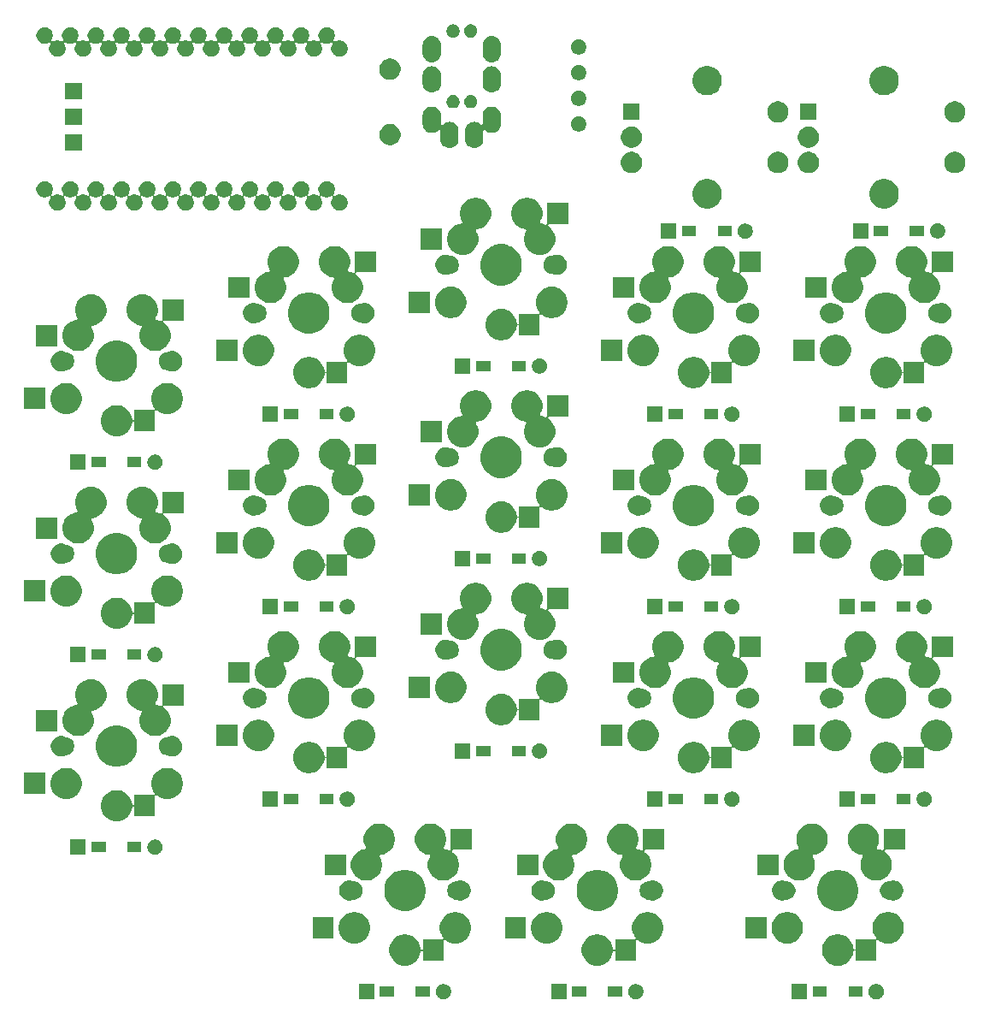
<source format=gbr>
G04 #@! TF.GenerationSoftware,KiCad,Pcbnew,(5.1.6-0-10_14)*
G04 #@! TF.CreationDate,2022-07-16T23:36:19+09:00*
G04 #@! TF.ProjectId,cool536,636f6f6c-3533-4362-9e6b-696361645f70,rev?*
G04 #@! TF.SameCoordinates,Original*
G04 #@! TF.FileFunction,Soldermask,Bot*
G04 #@! TF.FilePolarity,Negative*
%FSLAX46Y46*%
G04 Gerber Fmt 4.6, Leading zero omitted, Abs format (unit mm)*
G04 Created by KiCad (PCBNEW (5.1.6-0-10_14)) date 2022-07-16 23:36:19*
%MOMM*%
%LPD*%
G01*
G04 APERTURE LIST*
%ADD10C,0.100000*%
G04 APERTURE END LIST*
D10*
G36*
X75342425Y-71167099D02*
G01*
X75466621Y-71191802D01*
X75603022Y-71248301D01*
X75725779Y-71330325D01*
X75830175Y-71434721D01*
X75912199Y-71557478D01*
X75968698Y-71693879D01*
X75997500Y-71838681D01*
X75997500Y-71986319D01*
X75968698Y-72131121D01*
X75912199Y-72267522D01*
X75830175Y-72390279D01*
X75725779Y-72494675D01*
X75603022Y-72576699D01*
X75466621Y-72633198D01*
X75342425Y-72657901D01*
X75321820Y-72662000D01*
X75174180Y-72662000D01*
X75153575Y-72657901D01*
X75029379Y-72633198D01*
X74892978Y-72576699D01*
X74770221Y-72494675D01*
X74665825Y-72390279D01*
X74583801Y-72267522D01*
X74527302Y-72131121D01*
X74498500Y-71986319D01*
X74498500Y-71838681D01*
X74527302Y-71693879D01*
X74583801Y-71557478D01*
X74665825Y-71434721D01*
X74770221Y-71330325D01*
X74892978Y-71248301D01*
X75029379Y-71191802D01*
X75153575Y-71167099D01*
X75174180Y-71163000D01*
X75321820Y-71163000D01*
X75342425Y-71167099D01*
G37*
G36*
X68377500Y-72662000D02*
G01*
X66878500Y-72662000D01*
X66878500Y-71163000D01*
X68377500Y-71163000D01*
X68377500Y-72662000D01*
G37*
G36*
X51529425Y-71167099D02*
G01*
X51653621Y-71191802D01*
X51790022Y-71248301D01*
X51912779Y-71330325D01*
X52017175Y-71434721D01*
X52099199Y-71557478D01*
X52155698Y-71693879D01*
X52184500Y-71838681D01*
X52184500Y-71986319D01*
X52155698Y-72131121D01*
X52099199Y-72267522D01*
X52017175Y-72390279D01*
X51912779Y-72494675D01*
X51790022Y-72576699D01*
X51653621Y-72633198D01*
X51529425Y-72657901D01*
X51508820Y-72662000D01*
X51361180Y-72662000D01*
X51340575Y-72657901D01*
X51216379Y-72633198D01*
X51079978Y-72576699D01*
X50957221Y-72494675D01*
X50852825Y-72390279D01*
X50770801Y-72267522D01*
X50714302Y-72131121D01*
X50685500Y-71986319D01*
X50685500Y-71838681D01*
X50714302Y-71693879D01*
X50770801Y-71557478D01*
X50852825Y-71434721D01*
X50957221Y-71330325D01*
X51079978Y-71248301D01*
X51216379Y-71191802D01*
X51340575Y-71167099D01*
X51361180Y-71163000D01*
X51508820Y-71163000D01*
X51529425Y-71167099D01*
G37*
G36*
X44564500Y-72662000D02*
G01*
X43065500Y-72662000D01*
X43065500Y-71163000D01*
X44564500Y-71163000D01*
X44564500Y-72662000D01*
G37*
G36*
X32479425Y-71167099D02*
G01*
X32603621Y-71191802D01*
X32740022Y-71248301D01*
X32862779Y-71330325D01*
X32967175Y-71434721D01*
X33049199Y-71557478D01*
X33105698Y-71693879D01*
X33134500Y-71838681D01*
X33134500Y-71986319D01*
X33105698Y-72131121D01*
X33049199Y-72267522D01*
X32967175Y-72390279D01*
X32862779Y-72494675D01*
X32740022Y-72576699D01*
X32603621Y-72633198D01*
X32479425Y-72657901D01*
X32458820Y-72662000D01*
X32311180Y-72662000D01*
X32290575Y-72657901D01*
X32166379Y-72633198D01*
X32029978Y-72576699D01*
X31907221Y-72494675D01*
X31802825Y-72390279D01*
X31720801Y-72267522D01*
X31664302Y-72131121D01*
X31635500Y-71986319D01*
X31635500Y-71838681D01*
X31664302Y-71693879D01*
X31720801Y-71557478D01*
X31802825Y-71434721D01*
X31907221Y-71330325D01*
X32029978Y-71248301D01*
X32166379Y-71191802D01*
X32290575Y-71167099D01*
X32311180Y-71163000D01*
X32458820Y-71163000D01*
X32479425Y-71167099D01*
G37*
G36*
X25514500Y-72662000D02*
G01*
X24015500Y-72662000D01*
X24015500Y-71163000D01*
X25514500Y-71163000D01*
X25514500Y-72662000D01*
G37*
G36*
X73914000Y-72438500D02*
G01*
X72512000Y-72438500D01*
X72512000Y-71386500D01*
X73914000Y-71386500D01*
X73914000Y-72438500D01*
G37*
G36*
X70364000Y-72438500D02*
G01*
X68962000Y-72438500D01*
X68962000Y-71386500D01*
X70364000Y-71386500D01*
X70364000Y-72438500D01*
G37*
G36*
X50101000Y-72438500D02*
G01*
X48699000Y-72438500D01*
X48699000Y-71386500D01*
X50101000Y-71386500D01*
X50101000Y-72438500D01*
G37*
G36*
X46551000Y-72438500D02*
G01*
X45149000Y-72438500D01*
X45149000Y-71386500D01*
X46551000Y-71386500D01*
X46551000Y-72438500D01*
G37*
G36*
X31051000Y-72438500D02*
G01*
X29649000Y-72438500D01*
X29649000Y-71386500D01*
X31051000Y-71386500D01*
X31051000Y-72438500D01*
G37*
G36*
X27501000Y-72438500D02*
G01*
X26099000Y-72438500D01*
X26099000Y-71386500D01*
X27501000Y-71386500D01*
X27501000Y-72438500D01*
G37*
G36*
X76740585Y-64091302D02*
G01*
X76890410Y-64121104D01*
X77172674Y-64238021D01*
X77426705Y-64407759D01*
X77642741Y-64623795D01*
X77812479Y-64877826D01*
X77929396Y-65160090D01*
X77989000Y-65459740D01*
X77989000Y-65765260D01*
X77929396Y-66064910D01*
X77812479Y-66347174D01*
X77642741Y-66601205D01*
X77426705Y-66817241D01*
X77172674Y-66986979D01*
X76890410Y-67103896D01*
X76740585Y-67133698D01*
X76590761Y-67163500D01*
X76285239Y-67163500D01*
X76135415Y-67133698D01*
X75985590Y-67103896D01*
X75703326Y-66986979D01*
X75449295Y-66817241D01*
X75449290Y-66817236D01*
X75445662Y-66814812D01*
X75433445Y-66804786D01*
X75411834Y-66793235D01*
X75388385Y-66786122D01*
X75363999Y-66783720D01*
X75339613Y-66786122D01*
X75316164Y-66793235D01*
X75294553Y-66804786D01*
X75275611Y-66820331D01*
X75260066Y-66839273D01*
X75248515Y-66860884D01*
X75241402Y-66884333D01*
X75239000Y-66908719D01*
X75239000Y-68863500D01*
X73237000Y-68863500D01*
X73237000Y-67987616D01*
X73234598Y-67963230D01*
X73227485Y-67939781D01*
X73215934Y-67918170D01*
X73200389Y-67899228D01*
X73181447Y-67883683D01*
X73159836Y-67872132D01*
X73136387Y-67865019D01*
X73112001Y-67862617D01*
X73087615Y-67865019D01*
X73064166Y-67872132D01*
X73042555Y-67883683D01*
X73023613Y-67899228D01*
X73008068Y-67918170D01*
X72996517Y-67939781D01*
X72989404Y-67963230D01*
X72989000Y-67965260D01*
X72929396Y-68264910D01*
X72812479Y-68547174D01*
X72642741Y-68801205D01*
X72426705Y-69017241D01*
X72172674Y-69186979D01*
X71890410Y-69303896D01*
X71740585Y-69333698D01*
X71590761Y-69363500D01*
X71285239Y-69363500D01*
X71135415Y-69333698D01*
X70985590Y-69303896D01*
X70703326Y-69186979D01*
X70449295Y-69017241D01*
X70233259Y-68801205D01*
X70063521Y-68547174D01*
X69946604Y-68264910D01*
X69887000Y-67965260D01*
X69887000Y-67659740D01*
X69946604Y-67360090D01*
X70063521Y-67077826D01*
X70233259Y-66823795D01*
X70449295Y-66607759D01*
X70703326Y-66438021D01*
X70985590Y-66321104D01*
X71135415Y-66291302D01*
X71285239Y-66261500D01*
X71590761Y-66261500D01*
X71740585Y-66291302D01*
X71890410Y-66321104D01*
X72172674Y-66438021D01*
X72426705Y-66607759D01*
X72642741Y-66823795D01*
X72812479Y-67077826D01*
X72929396Y-67360090D01*
X72929396Y-67360091D01*
X72989404Y-67661770D01*
X72996517Y-67685219D01*
X73008068Y-67706830D01*
X73023613Y-67725772D01*
X73042555Y-67741317D01*
X73064166Y-67752868D01*
X73087615Y-67759981D01*
X73112001Y-67762383D01*
X73136387Y-67759981D01*
X73159836Y-67752868D01*
X73181447Y-67741317D01*
X73200389Y-67725772D01*
X73215934Y-67706830D01*
X73227485Y-67685219D01*
X73234598Y-67661770D01*
X73237000Y-67637384D01*
X73237000Y-66761500D01*
X75106509Y-66761500D01*
X75130895Y-66759098D01*
X75154344Y-66751985D01*
X75175955Y-66740434D01*
X75194897Y-66724889D01*
X75210442Y-66705947D01*
X75221993Y-66684336D01*
X75229106Y-66660887D01*
X75231508Y-66636501D01*
X75229106Y-66612115D01*
X75221993Y-66588666D01*
X75210447Y-66567065D01*
X75063521Y-66347174D01*
X74946604Y-66064910D01*
X74887000Y-65765260D01*
X74887000Y-65459740D01*
X74946604Y-65160090D01*
X75063521Y-64877826D01*
X75233259Y-64623795D01*
X75449295Y-64407759D01*
X75703326Y-64238021D01*
X75985590Y-64121104D01*
X76135415Y-64091302D01*
X76285239Y-64061500D01*
X76590761Y-64061500D01*
X76740585Y-64091302D01*
G37*
G36*
X52927585Y-64091302D02*
G01*
X53077410Y-64121104D01*
X53359674Y-64238021D01*
X53613705Y-64407759D01*
X53829741Y-64623795D01*
X53999479Y-64877826D01*
X54116396Y-65160090D01*
X54176000Y-65459740D01*
X54176000Y-65765260D01*
X54116396Y-66064910D01*
X53999479Y-66347174D01*
X53829741Y-66601205D01*
X53613705Y-66817241D01*
X53359674Y-66986979D01*
X53077410Y-67103896D01*
X52927585Y-67133698D01*
X52777761Y-67163500D01*
X52472239Y-67163500D01*
X52322415Y-67133698D01*
X52172590Y-67103896D01*
X51890326Y-66986979D01*
X51636295Y-66817241D01*
X51636290Y-66817236D01*
X51632662Y-66814812D01*
X51620445Y-66804786D01*
X51598834Y-66793235D01*
X51575385Y-66786122D01*
X51550999Y-66783720D01*
X51526613Y-66786122D01*
X51503164Y-66793235D01*
X51481553Y-66804786D01*
X51462611Y-66820331D01*
X51447066Y-66839273D01*
X51435515Y-66860884D01*
X51428402Y-66884333D01*
X51426000Y-66908719D01*
X51426000Y-68863500D01*
X49424000Y-68863500D01*
X49424000Y-67987616D01*
X49421598Y-67963230D01*
X49414485Y-67939781D01*
X49402934Y-67918170D01*
X49387389Y-67899228D01*
X49368447Y-67883683D01*
X49346836Y-67872132D01*
X49323387Y-67865019D01*
X49299001Y-67862617D01*
X49274615Y-67865019D01*
X49251166Y-67872132D01*
X49229555Y-67883683D01*
X49210613Y-67899228D01*
X49195068Y-67918170D01*
X49183517Y-67939781D01*
X49176404Y-67963230D01*
X49176000Y-67965260D01*
X49116396Y-68264910D01*
X48999479Y-68547174D01*
X48829741Y-68801205D01*
X48613705Y-69017241D01*
X48359674Y-69186979D01*
X48077410Y-69303896D01*
X47927585Y-69333698D01*
X47777761Y-69363500D01*
X47472239Y-69363500D01*
X47322415Y-69333698D01*
X47172590Y-69303896D01*
X46890326Y-69186979D01*
X46636295Y-69017241D01*
X46420259Y-68801205D01*
X46250521Y-68547174D01*
X46133604Y-68264910D01*
X46074000Y-67965260D01*
X46074000Y-67659740D01*
X46133604Y-67360090D01*
X46250521Y-67077826D01*
X46420259Y-66823795D01*
X46636295Y-66607759D01*
X46890326Y-66438021D01*
X47172590Y-66321104D01*
X47322415Y-66291302D01*
X47472239Y-66261500D01*
X47777761Y-66261500D01*
X47927585Y-66291302D01*
X48077410Y-66321104D01*
X48359674Y-66438021D01*
X48613705Y-66607759D01*
X48829741Y-66823795D01*
X48999479Y-67077826D01*
X49116396Y-67360090D01*
X49116396Y-67360091D01*
X49176404Y-67661770D01*
X49183517Y-67685219D01*
X49195068Y-67706830D01*
X49210613Y-67725772D01*
X49229555Y-67741317D01*
X49251166Y-67752868D01*
X49274615Y-67759981D01*
X49299001Y-67762383D01*
X49323387Y-67759981D01*
X49346836Y-67752868D01*
X49368447Y-67741317D01*
X49387389Y-67725772D01*
X49402934Y-67706830D01*
X49414485Y-67685219D01*
X49421598Y-67661770D01*
X49424000Y-67637384D01*
X49424000Y-66761500D01*
X51293509Y-66761500D01*
X51317895Y-66759098D01*
X51341344Y-66751985D01*
X51362955Y-66740434D01*
X51381897Y-66724889D01*
X51397442Y-66705947D01*
X51408993Y-66684336D01*
X51416106Y-66660887D01*
X51418508Y-66636501D01*
X51416106Y-66612115D01*
X51408993Y-66588666D01*
X51397447Y-66567065D01*
X51250521Y-66347174D01*
X51133604Y-66064910D01*
X51074000Y-65765260D01*
X51074000Y-65459740D01*
X51133604Y-65160090D01*
X51250521Y-64877826D01*
X51420259Y-64623795D01*
X51636295Y-64407759D01*
X51890326Y-64238021D01*
X52172590Y-64121104D01*
X52322415Y-64091302D01*
X52472239Y-64061500D01*
X52777761Y-64061500D01*
X52927585Y-64091302D01*
G37*
G36*
X33877585Y-64091302D02*
G01*
X34027410Y-64121104D01*
X34309674Y-64238021D01*
X34563705Y-64407759D01*
X34779741Y-64623795D01*
X34949479Y-64877826D01*
X35066396Y-65160090D01*
X35126000Y-65459740D01*
X35126000Y-65765260D01*
X35066396Y-66064910D01*
X34949479Y-66347174D01*
X34779741Y-66601205D01*
X34563705Y-66817241D01*
X34309674Y-66986979D01*
X34027410Y-67103896D01*
X33877585Y-67133698D01*
X33727761Y-67163500D01*
X33422239Y-67163500D01*
X33272415Y-67133698D01*
X33122590Y-67103896D01*
X32840326Y-66986979D01*
X32586295Y-66817241D01*
X32586290Y-66817236D01*
X32582662Y-66814812D01*
X32570445Y-66804786D01*
X32548834Y-66793235D01*
X32525385Y-66786122D01*
X32500999Y-66783720D01*
X32476613Y-66786122D01*
X32453164Y-66793235D01*
X32431553Y-66804786D01*
X32412611Y-66820331D01*
X32397066Y-66839273D01*
X32385515Y-66860884D01*
X32378402Y-66884333D01*
X32376000Y-66908719D01*
X32376000Y-68863500D01*
X30374000Y-68863500D01*
X30374000Y-67987616D01*
X30371598Y-67963230D01*
X30364485Y-67939781D01*
X30352934Y-67918170D01*
X30337389Y-67899228D01*
X30318447Y-67883683D01*
X30296836Y-67872132D01*
X30273387Y-67865019D01*
X30249001Y-67862617D01*
X30224615Y-67865019D01*
X30201166Y-67872132D01*
X30179555Y-67883683D01*
X30160613Y-67899228D01*
X30145068Y-67918170D01*
X30133517Y-67939781D01*
X30126404Y-67963230D01*
X30126000Y-67965260D01*
X30066396Y-68264910D01*
X29949479Y-68547174D01*
X29779741Y-68801205D01*
X29563705Y-69017241D01*
X29309674Y-69186979D01*
X29027410Y-69303896D01*
X28877585Y-69333698D01*
X28727761Y-69363500D01*
X28422239Y-69363500D01*
X28272415Y-69333698D01*
X28122590Y-69303896D01*
X27840326Y-69186979D01*
X27586295Y-69017241D01*
X27370259Y-68801205D01*
X27200521Y-68547174D01*
X27083604Y-68264910D01*
X27024000Y-67965260D01*
X27024000Y-67659740D01*
X27083604Y-67360090D01*
X27200521Y-67077826D01*
X27370259Y-66823795D01*
X27586295Y-66607759D01*
X27840326Y-66438021D01*
X28122590Y-66321104D01*
X28272415Y-66291302D01*
X28422239Y-66261500D01*
X28727761Y-66261500D01*
X28877585Y-66291302D01*
X29027410Y-66321104D01*
X29309674Y-66438021D01*
X29563705Y-66607759D01*
X29779741Y-66823795D01*
X29949479Y-67077826D01*
X30066396Y-67360090D01*
X30066396Y-67360091D01*
X30126404Y-67661770D01*
X30133517Y-67685219D01*
X30145068Y-67706830D01*
X30160613Y-67725772D01*
X30179555Y-67741317D01*
X30201166Y-67752868D01*
X30224615Y-67759981D01*
X30249001Y-67762383D01*
X30273387Y-67759981D01*
X30296836Y-67752868D01*
X30318447Y-67741317D01*
X30337389Y-67725772D01*
X30352934Y-67706830D01*
X30364485Y-67685219D01*
X30371598Y-67661770D01*
X30374000Y-67637384D01*
X30374000Y-66761500D01*
X32243509Y-66761500D01*
X32267895Y-66759098D01*
X32291344Y-66751985D01*
X32312955Y-66740434D01*
X32331897Y-66724889D01*
X32347442Y-66705947D01*
X32358993Y-66684336D01*
X32366106Y-66660887D01*
X32368508Y-66636501D01*
X32366106Y-66612115D01*
X32358993Y-66588666D01*
X32347447Y-66567065D01*
X32200521Y-66347174D01*
X32083604Y-66064910D01*
X32024000Y-65765260D01*
X32024000Y-65459740D01*
X32083604Y-65160090D01*
X32200521Y-64877826D01*
X32370259Y-64623795D01*
X32586295Y-64407759D01*
X32840326Y-64238021D01*
X33122590Y-64121104D01*
X33272415Y-64091302D01*
X33422239Y-64061500D01*
X33727761Y-64061500D01*
X33877585Y-64091302D01*
G37*
G36*
X66740585Y-64091302D02*
G01*
X66890410Y-64121104D01*
X67172674Y-64238021D01*
X67426705Y-64407759D01*
X67642741Y-64623795D01*
X67812479Y-64877826D01*
X67929396Y-65160090D01*
X67989000Y-65459740D01*
X67989000Y-65765260D01*
X67929396Y-66064910D01*
X67812479Y-66347174D01*
X67642741Y-66601205D01*
X67426705Y-66817241D01*
X67172674Y-66986979D01*
X66890410Y-67103896D01*
X66740585Y-67133698D01*
X66590761Y-67163500D01*
X66285239Y-67163500D01*
X66135415Y-67133698D01*
X65985590Y-67103896D01*
X65703326Y-66986979D01*
X65449295Y-66817241D01*
X65233259Y-66601205D01*
X65063521Y-66347174D01*
X64946604Y-66064910D01*
X64887000Y-65765260D01*
X64887000Y-65459740D01*
X64946604Y-65160090D01*
X65063521Y-64877826D01*
X65233259Y-64623795D01*
X65449295Y-64407759D01*
X65703326Y-64238021D01*
X65985590Y-64121104D01*
X66135415Y-64091302D01*
X66285239Y-64061500D01*
X66590761Y-64061500D01*
X66740585Y-64091302D01*
G37*
G36*
X42927585Y-64091302D02*
G01*
X43077410Y-64121104D01*
X43359674Y-64238021D01*
X43613705Y-64407759D01*
X43829741Y-64623795D01*
X43999479Y-64877826D01*
X44116396Y-65160090D01*
X44176000Y-65459740D01*
X44176000Y-65765260D01*
X44116396Y-66064910D01*
X43999479Y-66347174D01*
X43829741Y-66601205D01*
X43613705Y-66817241D01*
X43359674Y-66986979D01*
X43077410Y-67103896D01*
X42927585Y-67133698D01*
X42777761Y-67163500D01*
X42472239Y-67163500D01*
X42322415Y-67133698D01*
X42172590Y-67103896D01*
X41890326Y-66986979D01*
X41636295Y-66817241D01*
X41420259Y-66601205D01*
X41250521Y-66347174D01*
X41133604Y-66064910D01*
X41074000Y-65765260D01*
X41074000Y-65459740D01*
X41133604Y-65160090D01*
X41250521Y-64877826D01*
X41420259Y-64623795D01*
X41636295Y-64407759D01*
X41890326Y-64238021D01*
X42172590Y-64121104D01*
X42322415Y-64091302D01*
X42472239Y-64061500D01*
X42777761Y-64061500D01*
X42927585Y-64091302D01*
G37*
G36*
X23877585Y-64091302D02*
G01*
X24027410Y-64121104D01*
X24309674Y-64238021D01*
X24563705Y-64407759D01*
X24779741Y-64623795D01*
X24949479Y-64877826D01*
X25066396Y-65160090D01*
X25126000Y-65459740D01*
X25126000Y-65765260D01*
X25066396Y-66064910D01*
X24949479Y-66347174D01*
X24779741Y-66601205D01*
X24563705Y-66817241D01*
X24309674Y-66986979D01*
X24027410Y-67103896D01*
X23877585Y-67133698D01*
X23727761Y-67163500D01*
X23422239Y-67163500D01*
X23272415Y-67133698D01*
X23122590Y-67103896D01*
X22840326Y-66986979D01*
X22586295Y-66817241D01*
X22370259Y-66601205D01*
X22200521Y-66347174D01*
X22083604Y-66064910D01*
X22024000Y-65765260D01*
X22024000Y-65459740D01*
X22083604Y-65160090D01*
X22200521Y-64877826D01*
X22370259Y-64623795D01*
X22586295Y-64407759D01*
X22840326Y-64238021D01*
X23122590Y-64121104D01*
X23272415Y-64091302D01*
X23422239Y-64061500D01*
X23727761Y-64061500D01*
X23877585Y-64091302D01*
G37*
G36*
X64389000Y-66663500D02*
G01*
X62287000Y-66663500D01*
X62287000Y-64561500D01*
X64389000Y-64561500D01*
X64389000Y-66663500D01*
G37*
G36*
X40576000Y-66663500D02*
G01*
X38474000Y-66663500D01*
X38474000Y-64561500D01*
X40576000Y-64561500D01*
X40576000Y-66663500D01*
G37*
G36*
X21526000Y-66663500D02*
G01*
X19424000Y-66663500D01*
X19424000Y-64561500D01*
X21526000Y-64561500D01*
X21526000Y-66663500D01*
G37*
G36*
X29173254Y-59940318D02*
G01*
X29546511Y-60094926D01*
X29546513Y-60094927D01*
X29882436Y-60319384D01*
X30168116Y-60605064D01*
X30380889Y-60923500D01*
X30392574Y-60940989D01*
X30547182Y-61314246D01*
X30626000Y-61710493D01*
X30626000Y-62114507D01*
X30547182Y-62510754D01*
X30417839Y-62823015D01*
X30392573Y-62884013D01*
X30168116Y-63219936D01*
X29882436Y-63505616D01*
X29546513Y-63730073D01*
X29546512Y-63730074D01*
X29546511Y-63730074D01*
X29173254Y-63884682D01*
X28777007Y-63963500D01*
X28372993Y-63963500D01*
X27976746Y-63884682D01*
X27603489Y-63730074D01*
X27603488Y-63730074D01*
X27603487Y-63730073D01*
X27267564Y-63505616D01*
X26981884Y-63219936D01*
X26757427Y-62884013D01*
X26732161Y-62823015D01*
X26602818Y-62510754D01*
X26524000Y-62114507D01*
X26524000Y-61710493D01*
X26602818Y-61314246D01*
X26757426Y-60940989D01*
X26769112Y-60923500D01*
X26981884Y-60605064D01*
X27267564Y-60319384D01*
X27603487Y-60094927D01*
X27603489Y-60094926D01*
X27976746Y-59940318D01*
X28372993Y-59861500D01*
X28777007Y-59861500D01*
X29173254Y-59940318D01*
G37*
G36*
X48223254Y-59940318D02*
G01*
X48596511Y-60094926D01*
X48596513Y-60094927D01*
X48932436Y-60319384D01*
X49218116Y-60605064D01*
X49430889Y-60923500D01*
X49442574Y-60940989D01*
X49597182Y-61314246D01*
X49676000Y-61710493D01*
X49676000Y-62114507D01*
X49597182Y-62510754D01*
X49467839Y-62823015D01*
X49442573Y-62884013D01*
X49218116Y-63219936D01*
X48932436Y-63505616D01*
X48596513Y-63730073D01*
X48596512Y-63730074D01*
X48596511Y-63730074D01*
X48223254Y-63884682D01*
X47827007Y-63963500D01*
X47422993Y-63963500D01*
X47026746Y-63884682D01*
X46653489Y-63730074D01*
X46653488Y-63730074D01*
X46653487Y-63730073D01*
X46317564Y-63505616D01*
X46031884Y-63219936D01*
X45807427Y-62884013D01*
X45782161Y-62823015D01*
X45652818Y-62510754D01*
X45574000Y-62114507D01*
X45574000Y-61710493D01*
X45652818Y-61314246D01*
X45807426Y-60940989D01*
X45819112Y-60923500D01*
X46031884Y-60605064D01*
X46317564Y-60319384D01*
X46653487Y-60094927D01*
X46653489Y-60094926D01*
X47026746Y-59940318D01*
X47422993Y-59861500D01*
X47827007Y-59861500D01*
X48223254Y-59940318D01*
G37*
G36*
X72036254Y-59940318D02*
G01*
X72409511Y-60094926D01*
X72409513Y-60094927D01*
X72745436Y-60319384D01*
X73031116Y-60605064D01*
X73243889Y-60923500D01*
X73255574Y-60940989D01*
X73410182Y-61314246D01*
X73489000Y-61710493D01*
X73489000Y-62114507D01*
X73410182Y-62510754D01*
X73280839Y-62823015D01*
X73255573Y-62884013D01*
X73031116Y-63219936D01*
X72745436Y-63505616D01*
X72409513Y-63730073D01*
X72409512Y-63730074D01*
X72409511Y-63730074D01*
X72036254Y-63884682D01*
X71640007Y-63963500D01*
X71235993Y-63963500D01*
X70839746Y-63884682D01*
X70466489Y-63730074D01*
X70466488Y-63730074D01*
X70466487Y-63730073D01*
X70130564Y-63505616D01*
X69844884Y-63219936D01*
X69620427Y-62884013D01*
X69595161Y-62823015D01*
X69465818Y-62510754D01*
X69387000Y-62114507D01*
X69387000Y-61710493D01*
X69465818Y-61314246D01*
X69620426Y-60940989D01*
X69632112Y-60923500D01*
X69844884Y-60605064D01*
X70130564Y-60319384D01*
X70466487Y-60094927D01*
X70466489Y-60094926D01*
X70839746Y-59940318D01*
X71235993Y-59861500D01*
X71640007Y-59861500D01*
X72036254Y-59940318D01*
G37*
G36*
X42283918Y-60923500D02*
G01*
X42416981Y-60949968D01*
X42537310Y-60999811D01*
X42542560Y-61001985D01*
X42566009Y-61009098D01*
X42590395Y-61011500D01*
X42633742Y-61011500D01*
X42658512Y-61016427D01*
X42807812Y-61046124D01*
X42971784Y-61114044D01*
X43119354Y-61212647D01*
X43244853Y-61338146D01*
X43343456Y-61485716D01*
X43411376Y-61649688D01*
X43446000Y-61823759D01*
X43446000Y-62001241D01*
X43411376Y-62175312D01*
X43343456Y-62339284D01*
X43244853Y-62486854D01*
X43119354Y-62612353D01*
X42971784Y-62710956D01*
X42807812Y-62778876D01*
X42658512Y-62808573D01*
X42633742Y-62813500D01*
X42590395Y-62813500D01*
X42566009Y-62815902D01*
X42542560Y-62823015D01*
X42416981Y-62875032D01*
X42223591Y-62913500D01*
X42026409Y-62913500D01*
X41833019Y-62875032D01*
X41650849Y-62799574D01*
X41486900Y-62690027D01*
X41347473Y-62550600D01*
X41237926Y-62386651D01*
X41162468Y-62204481D01*
X41124000Y-62011090D01*
X41124000Y-61813910D01*
X41162468Y-61620519D01*
X41237926Y-61438349D01*
X41347473Y-61274400D01*
X41486900Y-61134973D01*
X41650849Y-61025426D01*
X41833019Y-60949968D01*
X41966082Y-60923500D01*
X42026409Y-60911500D01*
X42223591Y-60911500D01*
X42283918Y-60923500D01*
G37*
G36*
X53283918Y-60923500D02*
G01*
X53416981Y-60949968D01*
X53599151Y-61025426D01*
X53763100Y-61134973D01*
X53902527Y-61274400D01*
X54012074Y-61438349D01*
X54087532Y-61620519D01*
X54126000Y-61813910D01*
X54126000Y-62011090D01*
X54087532Y-62204481D01*
X54012074Y-62386651D01*
X53902527Y-62550600D01*
X53763100Y-62690027D01*
X53599151Y-62799574D01*
X53416981Y-62875032D01*
X53223591Y-62913500D01*
X53026409Y-62913500D01*
X52833019Y-62875032D01*
X52707440Y-62823015D01*
X52683991Y-62815902D01*
X52659605Y-62813500D01*
X52616258Y-62813500D01*
X52591488Y-62808573D01*
X52442188Y-62778876D01*
X52278216Y-62710956D01*
X52130646Y-62612353D01*
X52005147Y-62486854D01*
X51906544Y-62339284D01*
X51838624Y-62175312D01*
X51804000Y-62001241D01*
X51804000Y-61823759D01*
X51838624Y-61649688D01*
X51906544Y-61485716D01*
X52005147Y-61338146D01*
X52130646Y-61212647D01*
X52278216Y-61114044D01*
X52442188Y-61046124D01*
X52591488Y-61016427D01*
X52616258Y-61011500D01*
X52659605Y-61011500D01*
X52683991Y-61009098D01*
X52707440Y-61001985D01*
X52712690Y-60999811D01*
X52833019Y-60949968D01*
X52966082Y-60923500D01*
X53026409Y-60911500D01*
X53223591Y-60911500D01*
X53283918Y-60923500D01*
G37*
G36*
X23233918Y-60923500D02*
G01*
X23366981Y-60949968D01*
X23487310Y-60999811D01*
X23492560Y-61001985D01*
X23516009Y-61009098D01*
X23540395Y-61011500D01*
X23583742Y-61011500D01*
X23608512Y-61016427D01*
X23757812Y-61046124D01*
X23921784Y-61114044D01*
X24069354Y-61212647D01*
X24194853Y-61338146D01*
X24293456Y-61485716D01*
X24361376Y-61649688D01*
X24396000Y-61823759D01*
X24396000Y-62001241D01*
X24361376Y-62175312D01*
X24293456Y-62339284D01*
X24194853Y-62486854D01*
X24069354Y-62612353D01*
X23921784Y-62710956D01*
X23757812Y-62778876D01*
X23608512Y-62808573D01*
X23583742Y-62813500D01*
X23540395Y-62813500D01*
X23516009Y-62815902D01*
X23492560Y-62823015D01*
X23366981Y-62875032D01*
X23173591Y-62913500D01*
X22976409Y-62913500D01*
X22783019Y-62875032D01*
X22600849Y-62799574D01*
X22436900Y-62690027D01*
X22297473Y-62550600D01*
X22187926Y-62386651D01*
X22112468Y-62204481D01*
X22074000Y-62011090D01*
X22074000Y-61813910D01*
X22112468Y-61620519D01*
X22187926Y-61438349D01*
X22297473Y-61274400D01*
X22436900Y-61134973D01*
X22600849Y-61025426D01*
X22783019Y-60949968D01*
X22916082Y-60923500D01*
X22976409Y-60911500D01*
X23173591Y-60911500D01*
X23233918Y-60923500D01*
G37*
G36*
X34233918Y-60923500D02*
G01*
X34366981Y-60949968D01*
X34549151Y-61025426D01*
X34713100Y-61134973D01*
X34852527Y-61274400D01*
X34962074Y-61438349D01*
X35037532Y-61620519D01*
X35076000Y-61813910D01*
X35076000Y-62011090D01*
X35037532Y-62204481D01*
X34962074Y-62386651D01*
X34852527Y-62550600D01*
X34713100Y-62690027D01*
X34549151Y-62799574D01*
X34366981Y-62875032D01*
X34173591Y-62913500D01*
X33976409Y-62913500D01*
X33783019Y-62875032D01*
X33657440Y-62823015D01*
X33633991Y-62815902D01*
X33609605Y-62813500D01*
X33566258Y-62813500D01*
X33541488Y-62808573D01*
X33392188Y-62778876D01*
X33228216Y-62710956D01*
X33080646Y-62612353D01*
X32955147Y-62486854D01*
X32856544Y-62339284D01*
X32788624Y-62175312D01*
X32754000Y-62001241D01*
X32754000Y-61823759D01*
X32788624Y-61649688D01*
X32856544Y-61485716D01*
X32955147Y-61338146D01*
X33080646Y-61212647D01*
X33228216Y-61114044D01*
X33392188Y-61046124D01*
X33541488Y-61016427D01*
X33566258Y-61011500D01*
X33609605Y-61011500D01*
X33633991Y-61009098D01*
X33657440Y-61001985D01*
X33662690Y-60999811D01*
X33783019Y-60949968D01*
X33916082Y-60923500D01*
X33976409Y-60911500D01*
X34173591Y-60911500D01*
X34233918Y-60923500D01*
G37*
G36*
X66096918Y-60923500D02*
G01*
X66229981Y-60949968D01*
X66350310Y-60999811D01*
X66355560Y-61001985D01*
X66379009Y-61009098D01*
X66403395Y-61011500D01*
X66446742Y-61011500D01*
X66471512Y-61016427D01*
X66620812Y-61046124D01*
X66784784Y-61114044D01*
X66932354Y-61212647D01*
X67057853Y-61338146D01*
X67156456Y-61485716D01*
X67224376Y-61649688D01*
X67259000Y-61823759D01*
X67259000Y-62001241D01*
X67224376Y-62175312D01*
X67156456Y-62339284D01*
X67057853Y-62486854D01*
X66932354Y-62612353D01*
X66784784Y-62710956D01*
X66620812Y-62778876D01*
X66471512Y-62808573D01*
X66446742Y-62813500D01*
X66403395Y-62813500D01*
X66379009Y-62815902D01*
X66355560Y-62823015D01*
X66229981Y-62875032D01*
X66036591Y-62913500D01*
X65839409Y-62913500D01*
X65646019Y-62875032D01*
X65463849Y-62799574D01*
X65299900Y-62690027D01*
X65160473Y-62550600D01*
X65050926Y-62386651D01*
X64975468Y-62204481D01*
X64937000Y-62011090D01*
X64937000Y-61813910D01*
X64975468Y-61620519D01*
X65050926Y-61438349D01*
X65160473Y-61274400D01*
X65299900Y-61134973D01*
X65463849Y-61025426D01*
X65646019Y-60949968D01*
X65779082Y-60923500D01*
X65839409Y-60911500D01*
X66036591Y-60911500D01*
X66096918Y-60923500D01*
G37*
G36*
X77096918Y-60923500D02*
G01*
X77229981Y-60949968D01*
X77412151Y-61025426D01*
X77576100Y-61134973D01*
X77715527Y-61274400D01*
X77825074Y-61438349D01*
X77900532Y-61620519D01*
X77939000Y-61813910D01*
X77939000Y-62011090D01*
X77900532Y-62204481D01*
X77825074Y-62386651D01*
X77715527Y-62550600D01*
X77576100Y-62690027D01*
X77412151Y-62799574D01*
X77229981Y-62875032D01*
X77036591Y-62913500D01*
X76839409Y-62913500D01*
X76646019Y-62875032D01*
X76520440Y-62823015D01*
X76496991Y-62815902D01*
X76472605Y-62813500D01*
X76429258Y-62813500D01*
X76404488Y-62808573D01*
X76255188Y-62778876D01*
X76091216Y-62710956D01*
X75943646Y-62612353D01*
X75818147Y-62486854D01*
X75719544Y-62339284D01*
X75651624Y-62175312D01*
X75617000Y-62001241D01*
X75617000Y-61823759D01*
X75651624Y-61649688D01*
X75719544Y-61485716D01*
X75818147Y-61338146D01*
X75943646Y-61212647D01*
X76091216Y-61114044D01*
X76255188Y-61046124D01*
X76404488Y-61016427D01*
X76429258Y-61011500D01*
X76472605Y-61011500D01*
X76496991Y-61009098D01*
X76520440Y-61001985D01*
X76525690Y-60999811D01*
X76646019Y-60949968D01*
X76779082Y-60923500D01*
X76839409Y-60911500D01*
X77036591Y-60911500D01*
X77096918Y-60923500D01*
G37*
G36*
X31417585Y-55311302D02*
G01*
X31567410Y-55341104D01*
X31849674Y-55458021D01*
X32103705Y-55627759D01*
X32319741Y-55843795D01*
X32489479Y-56097826D01*
X32606396Y-56380090D01*
X32666000Y-56679740D01*
X32666000Y-56985260D01*
X32606396Y-57284910D01*
X32489479Y-57567174D01*
X32449070Y-57627651D01*
X32437525Y-57649249D01*
X32430412Y-57672698D01*
X32428010Y-57697084D01*
X32430412Y-57721471D01*
X32437525Y-57744920D01*
X32449076Y-57766530D01*
X32464621Y-57785472D01*
X32483563Y-57801018D01*
X32505173Y-57812569D01*
X32528623Y-57819682D01*
X32837410Y-57881104D01*
X32951166Y-57928223D01*
X32974615Y-57935336D01*
X32999001Y-57937738D01*
X33023388Y-57935336D01*
X33046836Y-57928223D01*
X33068447Y-57916672D01*
X33087389Y-57901126D01*
X33102934Y-57882184D01*
X33114485Y-57860574D01*
X33121598Y-57837125D01*
X33124000Y-57812739D01*
X33124000Y-55781500D01*
X35226000Y-55781500D01*
X35226000Y-57883500D01*
X33360346Y-57883500D01*
X33335960Y-57885902D01*
X33312511Y-57893015D01*
X33290900Y-57904566D01*
X33271958Y-57920111D01*
X33256413Y-57939053D01*
X33244862Y-57960664D01*
X33237749Y-57984113D01*
X33235347Y-58008499D01*
X33237749Y-58032885D01*
X33244862Y-58056334D01*
X33256413Y-58077945D01*
X33271958Y-58096887D01*
X33290890Y-58112424D01*
X33373705Y-58167759D01*
X33589741Y-58383795D01*
X33759479Y-58637826D01*
X33876396Y-58920090D01*
X33936000Y-59219740D01*
X33936000Y-59525260D01*
X33876396Y-59824910D01*
X33759479Y-60107174D01*
X33589741Y-60361205D01*
X33373705Y-60577241D01*
X33119674Y-60746979D01*
X32837410Y-60863896D01*
X32687585Y-60893698D01*
X32537761Y-60923500D01*
X32232239Y-60923500D01*
X32082415Y-60893698D01*
X31932590Y-60863896D01*
X31650326Y-60746979D01*
X31396295Y-60577241D01*
X31180259Y-60361205D01*
X31010521Y-60107174D01*
X30893604Y-59824910D01*
X30834000Y-59525260D01*
X30834000Y-59219740D01*
X30893604Y-58920090D01*
X31010521Y-58637826D01*
X31050930Y-58577349D01*
X31062475Y-58555751D01*
X31069588Y-58532302D01*
X31071990Y-58507916D01*
X31069588Y-58483529D01*
X31062475Y-58460080D01*
X31050924Y-58438470D01*
X31035379Y-58419528D01*
X31016437Y-58403982D01*
X30994827Y-58392431D01*
X30971377Y-58385318D01*
X30745662Y-58340420D01*
X30662590Y-58323896D01*
X30380326Y-58206979D01*
X30126295Y-58037241D01*
X29910259Y-57821205D01*
X29740521Y-57567174D01*
X29623604Y-57284910D01*
X29564000Y-56985260D01*
X29564000Y-56679740D01*
X29623604Y-56380090D01*
X29740521Y-56097826D01*
X29910259Y-55843795D01*
X30126295Y-55627759D01*
X30380326Y-55458021D01*
X30662590Y-55341104D01*
X30812415Y-55311302D01*
X30962239Y-55281500D01*
X31267761Y-55281500D01*
X31417585Y-55311302D01*
G37*
G36*
X74280585Y-55311302D02*
G01*
X74430410Y-55341104D01*
X74712674Y-55458021D01*
X74966705Y-55627759D01*
X75182741Y-55843795D01*
X75352479Y-56097826D01*
X75469396Y-56380090D01*
X75529000Y-56679740D01*
X75529000Y-56985260D01*
X75469396Y-57284910D01*
X75352479Y-57567174D01*
X75312070Y-57627651D01*
X75300525Y-57649249D01*
X75293412Y-57672698D01*
X75291010Y-57697084D01*
X75293412Y-57721471D01*
X75300525Y-57744920D01*
X75312076Y-57766530D01*
X75327621Y-57785472D01*
X75346563Y-57801018D01*
X75368173Y-57812569D01*
X75391623Y-57819682D01*
X75700410Y-57881104D01*
X75814166Y-57928223D01*
X75837615Y-57935336D01*
X75862001Y-57937738D01*
X75886388Y-57935336D01*
X75909836Y-57928223D01*
X75931447Y-57916672D01*
X75950389Y-57901126D01*
X75965934Y-57882184D01*
X75977485Y-57860574D01*
X75984598Y-57837125D01*
X75987000Y-57812739D01*
X75987000Y-55781500D01*
X78089000Y-55781500D01*
X78089000Y-57883500D01*
X76223346Y-57883500D01*
X76198960Y-57885902D01*
X76175511Y-57893015D01*
X76153900Y-57904566D01*
X76134958Y-57920111D01*
X76119413Y-57939053D01*
X76107862Y-57960664D01*
X76100749Y-57984113D01*
X76098347Y-58008499D01*
X76100749Y-58032885D01*
X76107862Y-58056334D01*
X76119413Y-58077945D01*
X76134958Y-58096887D01*
X76153890Y-58112424D01*
X76236705Y-58167759D01*
X76452741Y-58383795D01*
X76622479Y-58637826D01*
X76739396Y-58920090D01*
X76799000Y-59219740D01*
X76799000Y-59525260D01*
X76739396Y-59824910D01*
X76622479Y-60107174D01*
X76452741Y-60361205D01*
X76236705Y-60577241D01*
X75982674Y-60746979D01*
X75700410Y-60863896D01*
X75550585Y-60893698D01*
X75400761Y-60923500D01*
X75095239Y-60923500D01*
X74945415Y-60893698D01*
X74795590Y-60863896D01*
X74513326Y-60746979D01*
X74259295Y-60577241D01*
X74043259Y-60361205D01*
X73873521Y-60107174D01*
X73756604Y-59824910D01*
X73697000Y-59525260D01*
X73697000Y-59219740D01*
X73756604Y-58920090D01*
X73873521Y-58637826D01*
X73913930Y-58577349D01*
X73925475Y-58555751D01*
X73932588Y-58532302D01*
X73934990Y-58507916D01*
X73932588Y-58483529D01*
X73925475Y-58460080D01*
X73913924Y-58438470D01*
X73898379Y-58419528D01*
X73879437Y-58403982D01*
X73857827Y-58392431D01*
X73834377Y-58385318D01*
X73608662Y-58340420D01*
X73525590Y-58323896D01*
X73243326Y-58206979D01*
X72989295Y-58037241D01*
X72773259Y-57821205D01*
X72603521Y-57567174D01*
X72486604Y-57284910D01*
X72427000Y-56985260D01*
X72427000Y-56679740D01*
X72486604Y-56380090D01*
X72603521Y-56097826D01*
X72773259Y-55843795D01*
X72989295Y-55627759D01*
X73243326Y-55458021D01*
X73525590Y-55341104D01*
X73675415Y-55311302D01*
X73825239Y-55281500D01*
X74130761Y-55281500D01*
X74280585Y-55311302D01*
G37*
G36*
X50467585Y-55311302D02*
G01*
X50617410Y-55341104D01*
X50899674Y-55458021D01*
X51153705Y-55627759D01*
X51369741Y-55843795D01*
X51539479Y-56097826D01*
X51656396Y-56380090D01*
X51716000Y-56679740D01*
X51716000Y-56985260D01*
X51656396Y-57284910D01*
X51539479Y-57567174D01*
X51499070Y-57627651D01*
X51487525Y-57649249D01*
X51480412Y-57672698D01*
X51478010Y-57697084D01*
X51480412Y-57721471D01*
X51487525Y-57744920D01*
X51499076Y-57766530D01*
X51514621Y-57785472D01*
X51533563Y-57801018D01*
X51555173Y-57812569D01*
X51578623Y-57819682D01*
X51887410Y-57881104D01*
X52001166Y-57928223D01*
X52024615Y-57935336D01*
X52049001Y-57937738D01*
X52073388Y-57935336D01*
X52096836Y-57928223D01*
X52118447Y-57916672D01*
X52137389Y-57901126D01*
X52152934Y-57882184D01*
X52164485Y-57860574D01*
X52171598Y-57837125D01*
X52174000Y-57812739D01*
X52174000Y-55781500D01*
X54276000Y-55781500D01*
X54276000Y-57883500D01*
X52410346Y-57883500D01*
X52385960Y-57885902D01*
X52362511Y-57893015D01*
X52340900Y-57904566D01*
X52321958Y-57920111D01*
X52306413Y-57939053D01*
X52294862Y-57960664D01*
X52287749Y-57984113D01*
X52285347Y-58008499D01*
X52287749Y-58032885D01*
X52294862Y-58056334D01*
X52306413Y-58077945D01*
X52321958Y-58096887D01*
X52340890Y-58112424D01*
X52423705Y-58167759D01*
X52639741Y-58383795D01*
X52809479Y-58637826D01*
X52926396Y-58920090D01*
X52986000Y-59219740D01*
X52986000Y-59525260D01*
X52926396Y-59824910D01*
X52809479Y-60107174D01*
X52639741Y-60361205D01*
X52423705Y-60577241D01*
X52169674Y-60746979D01*
X51887410Y-60863896D01*
X51737585Y-60893698D01*
X51587761Y-60923500D01*
X51282239Y-60923500D01*
X51132415Y-60893698D01*
X50982590Y-60863896D01*
X50700326Y-60746979D01*
X50446295Y-60577241D01*
X50230259Y-60361205D01*
X50060521Y-60107174D01*
X49943604Y-59824910D01*
X49884000Y-59525260D01*
X49884000Y-59219740D01*
X49943604Y-58920090D01*
X50060521Y-58637826D01*
X50100930Y-58577349D01*
X50112475Y-58555751D01*
X50119588Y-58532302D01*
X50121990Y-58507916D01*
X50119588Y-58483529D01*
X50112475Y-58460080D01*
X50100924Y-58438470D01*
X50085379Y-58419528D01*
X50066437Y-58403982D01*
X50044827Y-58392431D01*
X50021377Y-58385318D01*
X49795662Y-58340420D01*
X49712590Y-58323896D01*
X49430326Y-58206979D01*
X49176295Y-58037241D01*
X48960259Y-57821205D01*
X48790521Y-57567174D01*
X48673604Y-57284910D01*
X48614000Y-56985260D01*
X48614000Y-56679740D01*
X48673604Y-56380090D01*
X48790521Y-56097826D01*
X48960259Y-55843795D01*
X49176295Y-55627759D01*
X49430326Y-55458021D01*
X49712590Y-55341104D01*
X49862415Y-55311302D01*
X50012239Y-55281500D01*
X50317761Y-55281500D01*
X50467585Y-55311302D01*
G37*
G36*
X69200585Y-55311302D02*
G01*
X69350410Y-55341104D01*
X69632674Y-55458021D01*
X69886705Y-55627759D01*
X70102741Y-55843795D01*
X70272479Y-56097826D01*
X70389396Y-56380090D01*
X70449000Y-56679740D01*
X70449000Y-56985260D01*
X70389396Y-57284910D01*
X70272479Y-57567174D01*
X70102741Y-57821205D01*
X69886705Y-58037241D01*
X69632674Y-58206979D01*
X69350410Y-58323896D01*
X69267338Y-58340420D01*
X69041623Y-58385318D01*
X69018174Y-58392431D01*
X68996563Y-58403982D01*
X68977621Y-58419528D01*
X68962076Y-58438469D01*
X68950525Y-58460080D01*
X68943412Y-58483529D01*
X68941010Y-58507915D01*
X68943412Y-58532301D01*
X68950525Y-58555750D01*
X68962070Y-58577349D01*
X69002479Y-58637826D01*
X69119396Y-58920090D01*
X69179000Y-59219740D01*
X69179000Y-59525260D01*
X69119396Y-59824910D01*
X69002479Y-60107174D01*
X68832741Y-60361205D01*
X68616705Y-60577241D01*
X68362674Y-60746979D01*
X68080410Y-60863896D01*
X67930585Y-60893698D01*
X67780761Y-60923500D01*
X67475239Y-60923500D01*
X67325415Y-60893698D01*
X67175590Y-60863896D01*
X66893326Y-60746979D01*
X66639295Y-60577241D01*
X66423259Y-60361205D01*
X66253521Y-60107174D01*
X66136604Y-59824910D01*
X66077000Y-59525260D01*
X66077000Y-59219740D01*
X66136604Y-58920090D01*
X66253521Y-58637826D01*
X66423259Y-58383795D01*
X66639295Y-58167759D01*
X66893326Y-57998021D01*
X67175590Y-57881104D01*
X67278801Y-57860574D01*
X67484377Y-57819682D01*
X67507826Y-57812569D01*
X67529437Y-57801018D01*
X67548379Y-57785472D01*
X67563924Y-57766531D01*
X67575475Y-57744920D01*
X67582588Y-57721471D01*
X67584990Y-57697085D01*
X67582588Y-57672699D01*
X67575475Y-57649250D01*
X67563930Y-57627651D01*
X67523521Y-57567174D01*
X67406604Y-57284910D01*
X67347000Y-56985260D01*
X67347000Y-56679740D01*
X67406604Y-56380090D01*
X67523521Y-56097826D01*
X67693259Y-55843795D01*
X67909295Y-55627759D01*
X68163326Y-55458021D01*
X68445590Y-55341104D01*
X68595415Y-55311302D01*
X68745239Y-55281500D01*
X69050761Y-55281500D01*
X69200585Y-55311302D01*
G37*
G36*
X26337585Y-55311302D02*
G01*
X26487410Y-55341104D01*
X26769674Y-55458021D01*
X27023705Y-55627759D01*
X27239741Y-55843795D01*
X27409479Y-56097826D01*
X27526396Y-56380090D01*
X27586000Y-56679740D01*
X27586000Y-56985260D01*
X27526396Y-57284910D01*
X27409479Y-57567174D01*
X27239741Y-57821205D01*
X27023705Y-58037241D01*
X26769674Y-58206979D01*
X26487410Y-58323896D01*
X26404338Y-58340420D01*
X26178623Y-58385318D01*
X26155174Y-58392431D01*
X26133563Y-58403982D01*
X26114621Y-58419528D01*
X26099076Y-58438469D01*
X26087525Y-58460080D01*
X26080412Y-58483529D01*
X26078010Y-58507915D01*
X26080412Y-58532301D01*
X26087525Y-58555750D01*
X26099070Y-58577349D01*
X26139479Y-58637826D01*
X26256396Y-58920090D01*
X26316000Y-59219740D01*
X26316000Y-59525260D01*
X26256396Y-59824910D01*
X26139479Y-60107174D01*
X25969741Y-60361205D01*
X25753705Y-60577241D01*
X25499674Y-60746979D01*
X25217410Y-60863896D01*
X25067585Y-60893698D01*
X24917761Y-60923500D01*
X24612239Y-60923500D01*
X24462415Y-60893698D01*
X24312590Y-60863896D01*
X24030326Y-60746979D01*
X23776295Y-60577241D01*
X23560259Y-60361205D01*
X23390521Y-60107174D01*
X23273604Y-59824910D01*
X23214000Y-59525260D01*
X23214000Y-59219740D01*
X23273604Y-58920090D01*
X23390521Y-58637826D01*
X23560259Y-58383795D01*
X23776295Y-58167759D01*
X24030326Y-57998021D01*
X24312590Y-57881104D01*
X24415801Y-57860574D01*
X24621377Y-57819682D01*
X24644826Y-57812569D01*
X24666437Y-57801018D01*
X24685379Y-57785472D01*
X24700924Y-57766531D01*
X24712475Y-57744920D01*
X24719588Y-57721471D01*
X24721990Y-57697085D01*
X24719588Y-57672699D01*
X24712475Y-57649250D01*
X24700930Y-57627651D01*
X24660521Y-57567174D01*
X24543604Y-57284910D01*
X24484000Y-56985260D01*
X24484000Y-56679740D01*
X24543604Y-56380090D01*
X24660521Y-56097826D01*
X24830259Y-55843795D01*
X25046295Y-55627759D01*
X25300326Y-55458021D01*
X25582590Y-55341104D01*
X25732415Y-55311302D01*
X25882239Y-55281500D01*
X26187761Y-55281500D01*
X26337585Y-55311302D01*
G37*
G36*
X45387585Y-55311302D02*
G01*
X45537410Y-55341104D01*
X45819674Y-55458021D01*
X46073705Y-55627759D01*
X46289741Y-55843795D01*
X46459479Y-56097826D01*
X46576396Y-56380090D01*
X46636000Y-56679740D01*
X46636000Y-56985260D01*
X46576396Y-57284910D01*
X46459479Y-57567174D01*
X46289741Y-57821205D01*
X46073705Y-58037241D01*
X45819674Y-58206979D01*
X45537410Y-58323896D01*
X45454338Y-58340420D01*
X45228623Y-58385318D01*
X45205174Y-58392431D01*
X45183563Y-58403982D01*
X45164621Y-58419528D01*
X45149076Y-58438469D01*
X45137525Y-58460080D01*
X45130412Y-58483529D01*
X45128010Y-58507915D01*
X45130412Y-58532301D01*
X45137525Y-58555750D01*
X45149070Y-58577349D01*
X45189479Y-58637826D01*
X45306396Y-58920090D01*
X45366000Y-59219740D01*
X45366000Y-59525260D01*
X45306396Y-59824910D01*
X45189479Y-60107174D01*
X45019741Y-60361205D01*
X44803705Y-60577241D01*
X44549674Y-60746979D01*
X44267410Y-60863896D01*
X44117585Y-60893698D01*
X43967761Y-60923500D01*
X43662239Y-60923500D01*
X43512415Y-60893698D01*
X43362590Y-60863896D01*
X43080326Y-60746979D01*
X42826295Y-60577241D01*
X42610259Y-60361205D01*
X42440521Y-60107174D01*
X42323604Y-59824910D01*
X42264000Y-59525260D01*
X42264000Y-59219740D01*
X42323604Y-58920090D01*
X42440521Y-58637826D01*
X42610259Y-58383795D01*
X42826295Y-58167759D01*
X43080326Y-57998021D01*
X43362590Y-57881104D01*
X43465801Y-57860574D01*
X43671377Y-57819682D01*
X43694826Y-57812569D01*
X43716437Y-57801018D01*
X43735379Y-57785472D01*
X43750924Y-57766531D01*
X43762475Y-57744920D01*
X43769588Y-57721471D01*
X43771990Y-57697085D01*
X43769588Y-57672699D01*
X43762475Y-57649250D01*
X43750930Y-57627651D01*
X43710521Y-57567174D01*
X43593604Y-57284910D01*
X43534000Y-56985260D01*
X43534000Y-56679740D01*
X43593604Y-56380090D01*
X43710521Y-56097826D01*
X43880259Y-55843795D01*
X44096295Y-55627759D01*
X44350326Y-55458021D01*
X44632590Y-55341104D01*
X44782415Y-55311302D01*
X44932239Y-55281500D01*
X45237761Y-55281500D01*
X45387585Y-55311302D01*
G37*
G36*
X22726000Y-60423500D02*
G01*
X20624000Y-60423500D01*
X20624000Y-58321500D01*
X22726000Y-58321500D01*
X22726000Y-60423500D01*
G37*
G36*
X65589000Y-60423500D02*
G01*
X63487000Y-60423500D01*
X63487000Y-58321500D01*
X65589000Y-58321500D01*
X65589000Y-60423500D01*
G37*
G36*
X41776000Y-60423500D02*
G01*
X39674000Y-60423500D01*
X39674000Y-58321500D01*
X41776000Y-58321500D01*
X41776000Y-60423500D01*
G37*
G36*
X-3060500Y-58374500D02*
G01*
X-4559500Y-58374500D01*
X-4559500Y-56875500D01*
X-3060500Y-56875500D01*
X-3060500Y-58374500D01*
G37*
G36*
X3904425Y-56879599D02*
G01*
X4028621Y-56904302D01*
X4165022Y-56960801D01*
X4287779Y-57042825D01*
X4392175Y-57147221D01*
X4474199Y-57269978D01*
X4530698Y-57406379D01*
X4559500Y-57551181D01*
X4559500Y-57698819D01*
X4530698Y-57843621D01*
X4474199Y-57980022D01*
X4392175Y-58102779D01*
X4287779Y-58207175D01*
X4165022Y-58289199D01*
X4028621Y-58345698D01*
X3904425Y-58370401D01*
X3883820Y-58374500D01*
X3736180Y-58374500D01*
X3715575Y-58370401D01*
X3591379Y-58345698D01*
X3454978Y-58289199D01*
X3332221Y-58207175D01*
X3227825Y-58102779D01*
X3145801Y-57980022D01*
X3089302Y-57843621D01*
X3060500Y-57698819D01*
X3060500Y-57551181D01*
X3089302Y-57406379D01*
X3145801Y-57269978D01*
X3227825Y-57147221D01*
X3332221Y-57042825D01*
X3454978Y-56960801D01*
X3591379Y-56904302D01*
X3715575Y-56879599D01*
X3736180Y-56875500D01*
X3883820Y-56875500D01*
X3904425Y-56879599D01*
G37*
G36*
X2476000Y-58151000D02*
G01*
X1074000Y-58151000D01*
X1074000Y-57099000D01*
X2476000Y-57099000D01*
X2476000Y-58151000D01*
G37*
G36*
X-1074000Y-58151000D02*
G01*
X-2476000Y-58151000D01*
X-2476000Y-57099000D01*
X-1074000Y-57099000D01*
X-1074000Y-58151000D01*
G37*
G36*
X5302585Y-49803802D02*
G01*
X5452410Y-49833604D01*
X5734674Y-49950521D01*
X5988705Y-50120259D01*
X6204741Y-50336295D01*
X6374479Y-50590326D01*
X6491396Y-50872590D01*
X6551000Y-51172240D01*
X6551000Y-51477760D01*
X6491396Y-51777410D01*
X6374479Y-52059674D01*
X6204741Y-52313705D01*
X5988705Y-52529741D01*
X5734674Y-52699479D01*
X5452410Y-52816396D01*
X5302585Y-52846198D01*
X5152761Y-52876000D01*
X4847239Y-52876000D01*
X4697415Y-52846198D01*
X4547590Y-52816396D01*
X4265326Y-52699479D01*
X4011295Y-52529741D01*
X4011290Y-52529736D01*
X4007662Y-52527312D01*
X3995445Y-52517286D01*
X3973834Y-52505735D01*
X3950385Y-52498622D01*
X3925999Y-52496220D01*
X3901613Y-52498622D01*
X3878164Y-52505735D01*
X3856553Y-52517286D01*
X3837611Y-52532831D01*
X3822066Y-52551773D01*
X3810515Y-52573384D01*
X3803402Y-52596833D01*
X3801000Y-52621219D01*
X3801000Y-54576000D01*
X1799000Y-54576000D01*
X1799000Y-53700116D01*
X1796598Y-53675730D01*
X1789485Y-53652281D01*
X1777934Y-53630670D01*
X1762389Y-53611728D01*
X1743447Y-53596183D01*
X1721836Y-53584632D01*
X1698387Y-53577519D01*
X1674001Y-53575117D01*
X1649615Y-53577519D01*
X1626166Y-53584632D01*
X1604555Y-53596183D01*
X1585613Y-53611728D01*
X1570068Y-53630670D01*
X1558517Y-53652281D01*
X1551404Y-53675730D01*
X1551000Y-53677760D01*
X1491396Y-53977410D01*
X1374479Y-54259674D01*
X1204741Y-54513705D01*
X988705Y-54729741D01*
X734674Y-54899479D01*
X452410Y-55016396D01*
X302585Y-55046198D01*
X152761Y-55076000D01*
X-152761Y-55076000D01*
X-302585Y-55046198D01*
X-452410Y-55016396D01*
X-734674Y-54899479D01*
X-988705Y-54729741D01*
X-1204741Y-54513705D01*
X-1374479Y-54259674D01*
X-1491396Y-53977410D01*
X-1551000Y-53677760D01*
X-1551000Y-53372240D01*
X-1491396Y-53072590D01*
X-1374479Y-52790326D01*
X-1204741Y-52536295D01*
X-988705Y-52320259D01*
X-734674Y-52150521D01*
X-452410Y-52033604D01*
X-302585Y-52003802D01*
X-152761Y-51974000D01*
X152761Y-51974000D01*
X302585Y-52003802D01*
X452410Y-52033604D01*
X734674Y-52150521D01*
X988705Y-52320259D01*
X1204741Y-52536295D01*
X1374479Y-52790326D01*
X1434951Y-52936320D01*
X1491396Y-53072591D01*
X1551404Y-53374270D01*
X1558517Y-53397719D01*
X1570068Y-53419330D01*
X1585613Y-53438272D01*
X1604555Y-53453817D01*
X1626166Y-53465368D01*
X1649615Y-53472481D01*
X1674001Y-53474883D01*
X1698387Y-53472481D01*
X1721836Y-53465368D01*
X1743447Y-53453817D01*
X1762389Y-53438272D01*
X1777934Y-53419330D01*
X1789485Y-53397719D01*
X1796598Y-53374270D01*
X1799000Y-53349884D01*
X1799000Y-52474000D01*
X3668509Y-52474000D01*
X3692895Y-52471598D01*
X3716344Y-52464485D01*
X3737955Y-52452934D01*
X3756897Y-52437389D01*
X3772442Y-52418447D01*
X3783993Y-52396836D01*
X3791106Y-52373387D01*
X3793508Y-52349001D01*
X3791106Y-52324615D01*
X3783993Y-52301166D01*
X3772447Y-52279565D01*
X3625521Y-52059674D01*
X3508604Y-51777410D01*
X3449000Y-51477760D01*
X3449000Y-51172240D01*
X3508604Y-50872590D01*
X3625521Y-50590326D01*
X3795259Y-50336295D01*
X4011295Y-50120259D01*
X4265326Y-49950521D01*
X4547590Y-49833604D01*
X4697415Y-49803802D01*
X4847239Y-49774000D01*
X5152761Y-49774000D01*
X5302585Y-49803802D01*
G37*
G36*
X80104425Y-52117099D02*
G01*
X80228621Y-52141802D01*
X80365022Y-52198301D01*
X80487779Y-52280325D01*
X80592175Y-52384721D01*
X80674199Y-52507478D01*
X80730698Y-52643879D01*
X80759500Y-52788681D01*
X80759500Y-52936319D01*
X80730698Y-53081121D01*
X80674199Y-53217522D01*
X80592175Y-53340279D01*
X80487779Y-53444675D01*
X80365022Y-53526699D01*
X80228621Y-53583198D01*
X80104425Y-53607901D01*
X80083820Y-53612000D01*
X79936180Y-53612000D01*
X79915575Y-53607901D01*
X79791379Y-53583198D01*
X79654978Y-53526699D01*
X79532221Y-53444675D01*
X79427825Y-53340279D01*
X79345801Y-53217522D01*
X79289302Y-53081121D01*
X79260500Y-52936319D01*
X79260500Y-52788681D01*
X79289302Y-52643879D01*
X79345801Y-52507478D01*
X79427825Y-52384721D01*
X79532221Y-52280325D01*
X79654978Y-52198301D01*
X79791379Y-52141802D01*
X79915575Y-52117099D01*
X79936180Y-52113000D01*
X80083820Y-52113000D01*
X80104425Y-52117099D01*
G37*
G36*
X15989500Y-53612000D02*
G01*
X14490500Y-53612000D01*
X14490500Y-52113000D01*
X15989500Y-52113000D01*
X15989500Y-53612000D01*
G37*
G36*
X54089500Y-53612000D02*
G01*
X52590500Y-53612000D01*
X52590500Y-52113000D01*
X54089500Y-52113000D01*
X54089500Y-53612000D01*
G37*
G36*
X22954425Y-52117099D02*
G01*
X23078621Y-52141802D01*
X23215022Y-52198301D01*
X23337779Y-52280325D01*
X23442175Y-52384721D01*
X23524199Y-52507478D01*
X23580698Y-52643879D01*
X23609500Y-52788681D01*
X23609500Y-52936319D01*
X23580698Y-53081121D01*
X23524199Y-53217522D01*
X23442175Y-53340279D01*
X23337779Y-53444675D01*
X23215022Y-53526699D01*
X23078621Y-53583198D01*
X22954425Y-53607901D01*
X22933820Y-53612000D01*
X22786180Y-53612000D01*
X22765575Y-53607901D01*
X22641379Y-53583198D01*
X22504978Y-53526699D01*
X22382221Y-53444675D01*
X22277825Y-53340279D01*
X22195801Y-53217522D01*
X22139302Y-53081121D01*
X22110500Y-52936319D01*
X22110500Y-52788681D01*
X22139302Y-52643879D01*
X22195801Y-52507478D01*
X22277825Y-52384721D01*
X22382221Y-52280325D01*
X22504978Y-52198301D01*
X22641379Y-52141802D01*
X22765575Y-52117099D01*
X22786180Y-52113000D01*
X22933820Y-52113000D01*
X22954425Y-52117099D01*
G37*
G36*
X61054425Y-52117099D02*
G01*
X61178621Y-52141802D01*
X61315022Y-52198301D01*
X61437779Y-52280325D01*
X61542175Y-52384721D01*
X61624199Y-52507478D01*
X61680698Y-52643879D01*
X61709500Y-52788681D01*
X61709500Y-52936319D01*
X61680698Y-53081121D01*
X61624199Y-53217522D01*
X61542175Y-53340279D01*
X61437779Y-53444675D01*
X61315022Y-53526699D01*
X61178621Y-53583198D01*
X61054425Y-53607901D01*
X61033820Y-53612000D01*
X60886180Y-53612000D01*
X60865575Y-53607901D01*
X60741379Y-53583198D01*
X60604978Y-53526699D01*
X60482221Y-53444675D01*
X60377825Y-53340279D01*
X60295801Y-53217522D01*
X60239302Y-53081121D01*
X60210500Y-52936319D01*
X60210500Y-52788681D01*
X60239302Y-52643879D01*
X60295801Y-52507478D01*
X60377825Y-52384721D01*
X60482221Y-52280325D01*
X60604978Y-52198301D01*
X60741379Y-52141802D01*
X60865575Y-52117099D01*
X60886180Y-52113000D01*
X61033820Y-52113000D01*
X61054425Y-52117099D01*
G37*
G36*
X73139500Y-53612000D02*
G01*
X71640500Y-53612000D01*
X71640500Y-52113000D01*
X73139500Y-52113000D01*
X73139500Y-53612000D01*
G37*
G36*
X78676000Y-53388500D02*
G01*
X77274000Y-53388500D01*
X77274000Y-52336500D01*
X78676000Y-52336500D01*
X78676000Y-53388500D01*
G37*
G36*
X21526000Y-53388500D02*
G01*
X20124000Y-53388500D01*
X20124000Y-52336500D01*
X21526000Y-52336500D01*
X21526000Y-53388500D01*
G37*
G36*
X17976000Y-53388500D02*
G01*
X16574000Y-53388500D01*
X16574000Y-52336500D01*
X17976000Y-52336500D01*
X17976000Y-53388500D01*
G37*
G36*
X75126000Y-53388500D02*
G01*
X73724000Y-53388500D01*
X73724000Y-52336500D01*
X75126000Y-52336500D01*
X75126000Y-53388500D01*
G37*
G36*
X59626000Y-53388500D02*
G01*
X58224000Y-53388500D01*
X58224000Y-52336500D01*
X59626000Y-52336500D01*
X59626000Y-53388500D01*
G37*
G36*
X56076000Y-53388500D02*
G01*
X54674000Y-53388500D01*
X54674000Y-52336500D01*
X56076000Y-52336500D01*
X56076000Y-53388500D01*
G37*
G36*
X-4697415Y-49803802D02*
G01*
X-4547590Y-49833604D01*
X-4265326Y-49950521D01*
X-4011295Y-50120259D01*
X-3795259Y-50336295D01*
X-3625521Y-50590326D01*
X-3508604Y-50872590D01*
X-3449000Y-51172240D01*
X-3449000Y-51477760D01*
X-3508604Y-51777410D01*
X-3625521Y-52059674D01*
X-3795259Y-52313705D01*
X-4011295Y-52529741D01*
X-4265326Y-52699479D01*
X-4547590Y-52816396D01*
X-4697415Y-52846198D01*
X-4847239Y-52876000D01*
X-5152761Y-52876000D01*
X-5302585Y-52846198D01*
X-5452410Y-52816396D01*
X-5734674Y-52699479D01*
X-5988705Y-52529741D01*
X-6204741Y-52313705D01*
X-6374479Y-52059674D01*
X-6491396Y-51777410D01*
X-6551000Y-51477760D01*
X-6551000Y-51172240D01*
X-6491396Y-50872590D01*
X-6374479Y-50590326D01*
X-6204741Y-50336295D01*
X-5988705Y-50120259D01*
X-5734674Y-49950521D01*
X-5452410Y-49833604D01*
X-5302585Y-49803802D01*
X-5152761Y-49774000D01*
X-4847239Y-49774000D01*
X-4697415Y-49803802D01*
G37*
G36*
X-7049000Y-52376000D02*
G01*
X-9151000Y-52376000D01*
X-9151000Y-50274000D01*
X-7049000Y-50274000D01*
X-7049000Y-52376000D01*
G37*
G36*
X24352585Y-45041302D02*
G01*
X24502410Y-45071104D01*
X24784674Y-45188021D01*
X25038705Y-45357759D01*
X25254741Y-45573795D01*
X25424479Y-45827826D01*
X25541396Y-46110090D01*
X25541396Y-46110091D01*
X25601000Y-46409739D01*
X25601000Y-46715261D01*
X25592374Y-46758625D01*
X25541396Y-47014910D01*
X25424479Y-47297174D01*
X25254741Y-47551205D01*
X25038705Y-47767241D01*
X24784674Y-47936979D01*
X24502410Y-48053896D01*
X24352585Y-48083698D01*
X24202761Y-48113500D01*
X23897239Y-48113500D01*
X23747415Y-48083698D01*
X23597590Y-48053896D01*
X23315326Y-47936979D01*
X23061295Y-47767241D01*
X23061290Y-47767236D01*
X23057662Y-47764812D01*
X23045445Y-47754786D01*
X23023834Y-47743235D01*
X23000385Y-47736122D01*
X22975999Y-47733720D01*
X22951613Y-47736122D01*
X22928164Y-47743235D01*
X22906553Y-47754786D01*
X22887611Y-47770331D01*
X22872066Y-47789273D01*
X22860515Y-47810884D01*
X22853402Y-47834333D01*
X22851000Y-47858719D01*
X22851000Y-49813500D01*
X20849000Y-49813500D01*
X20849000Y-48937616D01*
X20846598Y-48913230D01*
X20839485Y-48889781D01*
X20827934Y-48868170D01*
X20812389Y-48849228D01*
X20793447Y-48833683D01*
X20771836Y-48822132D01*
X20748387Y-48815019D01*
X20724001Y-48812617D01*
X20699615Y-48815019D01*
X20676166Y-48822132D01*
X20654555Y-48833683D01*
X20635613Y-48849228D01*
X20620068Y-48868170D01*
X20608517Y-48889781D01*
X20601404Y-48913230D01*
X20596553Y-48937616D01*
X20541396Y-49214910D01*
X20424479Y-49497174D01*
X20254741Y-49751205D01*
X20038705Y-49967241D01*
X19784674Y-50136979D01*
X19502410Y-50253896D01*
X19401340Y-50274000D01*
X19202761Y-50313500D01*
X18897239Y-50313500D01*
X18698660Y-50274000D01*
X18597590Y-50253896D01*
X18315326Y-50136979D01*
X18061295Y-49967241D01*
X17845259Y-49751205D01*
X17675521Y-49497174D01*
X17558604Y-49214910D01*
X17503447Y-48937616D01*
X17499000Y-48915261D01*
X17499000Y-48609739D01*
X17540217Y-48402527D01*
X17558604Y-48310090D01*
X17675521Y-48027826D01*
X17845259Y-47773795D01*
X18061295Y-47557759D01*
X18315326Y-47388021D01*
X18597590Y-47271104D01*
X18747415Y-47241302D01*
X18897239Y-47211500D01*
X19202761Y-47211500D01*
X19352585Y-47241302D01*
X19502410Y-47271104D01*
X19784674Y-47388021D01*
X20038705Y-47557759D01*
X20254741Y-47773795D01*
X20424479Y-48027826D01*
X20541396Y-48310090D01*
X20559783Y-48402527D01*
X20601404Y-48611770D01*
X20608517Y-48635219D01*
X20620068Y-48656830D01*
X20635613Y-48675772D01*
X20654555Y-48691317D01*
X20676166Y-48702868D01*
X20699615Y-48709981D01*
X20724001Y-48712383D01*
X20748387Y-48709981D01*
X20771836Y-48702868D01*
X20793447Y-48691317D01*
X20812389Y-48675772D01*
X20827934Y-48656830D01*
X20839485Y-48635219D01*
X20846598Y-48611770D01*
X20849000Y-48587384D01*
X20849000Y-47711500D01*
X22718509Y-47711500D01*
X22742895Y-47709098D01*
X22766344Y-47701985D01*
X22787955Y-47690434D01*
X22806897Y-47674889D01*
X22822442Y-47655947D01*
X22833993Y-47634336D01*
X22841106Y-47610887D01*
X22843508Y-47586501D01*
X22841106Y-47562115D01*
X22833993Y-47538666D01*
X22822447Y-47517065D01*
X22675521Y-47297174D01*
X22558604Y-47014910D01*
X22507626Y-46758625D01*
X22499000Y-46715261D01*
X22499000Y-46409739D01*
X22558604Y-46110091D01*
X22558604Y-46110090D01*
X22675521Y-45827826D01*
X22845259Y-45573795D01*
X23061295Y-45357759D01*
X23315326Y-45188021D01*
X23597590Y-45071104D01*
X23747415Y-45041302D01*
X23897239Y-45011500D01*
X24202761Y-45011500D01*
X24352585Y-45041302D01*
G37*
G36*
X62452585Y-45041302D02*
G01*
X62602410Y-45071104D01*
X62884674Y-45188021D01*
X63138705Y-45357759D01*
X63354741Y-45573795D01*
X63524479Y-45827826D01*
X63641396Y-46110090D01*
X63641396Y-46110091D01*
X63701000Y-46409739D01*
X63701000Y-46715261D01*
X63692374Y-46758625D01*
X63641396Y-47014910D01*
X63524479Y-47297174D01*
X63354741Y-47551205D01*
X63138705Y-47767241D01*
X62884674Y-47936979D01*
X62602410Y-48053896D01*
X62452585Y-48083698D01*
X62302761Y-48113500D01*
X61997239Y-48113500D01*
X61847415Y-48083698D01*
X61697590Y-48053896D01*
X61415326Y-47936979D01*
X61161295Y-47767241D01*
X61161290Y-47767236D01*
X61157662Y-47764812D01*
X61145445Y-47754786D01*
X61123834Y-47743235D01*
X61100385Y-47736122D01*
X61075999Y-47733720D01*
X61051613Y-47736122D01*
X61028164Y-47743235D01*
X61006553Y-47754786D01*
X60987611Y-47770331D01*
X60972066Y-47789273D01*
X60960515Y-47810884D01*
X60953402Y-47834333D01*
X60951000Y-47858719D01*
X60951000Y-49813500D01*
X58949000Y-49813500D01*
X58949000Y-48937616D01*
X58946598Y-48913230D01*
X58939485Y-48889781D01*
X58927934Y-48868170D01*
X58912389Y-48849228D01*
X58893447Y-48833683D01*
X58871836Y-48822132D01*
X58848387Y-48815019D01*
X58824001Y-48812617D01*
X58799615Y-48815019D01*
X58776166Y-48822132D01*
X58754555Y-48833683D01*
X58735613Y-48849228D01*
X58720068Y-48868170D01*
X58708517Y-48889781D01*
X58701404Y-48913230D01*
X58696553Y-48937616D01*
X58641396Y-49214910D01*
X58524479Y-49497174D01*
X58354741Y-49751205D01*
X58138705Y-49967241D01*
X57884674Y-50136979D01*
X57602410Y-50253896D01*
X57501340Y-50274000D01*
X57302761Y-50313500D01*
X56997239Y-50313500D01*
X56798660Y-50274000D01*
X56697590Y-50253896D01*
X56415326Y-50136979D01*
X56161295Y-49967241D01*
X55945259Y-49751205D01*
X55775521Y-49497174D01*
X55658604Y-49214910D01*
X55603447Y-48937616D01*
X55599000Y-48915261D01*
X55599000Y-48609739D01*
X55640217Y-48402527D01*
X55658604Y-48310090D01*
X55775521Y-48027826D01*
X55945259Y-47773795D01*
X56161295Y-47557759D01*
X56415326Y-47388021D01*
X56697590Y-47271104D01*
X56847415Y-47241302D01*
X56997239Y-47211500D01*
X57302761Y-47211500D01*
X57452585Y-47241302D01*
X57602410Y-47271104D01*
X57884674Y-47388021D01*
X58138705Y-47557759D01*
X58354741Y-47773795D01*
X58524479Y-48027826D01*
X58641396Y-48310090D01*
X58659783Y-48402527D01*
X58701404Y-48611770D01*
X58708517Y-48635219D01*
X58720068Y-48656830D01*
X58735613Y-48675772D01*
X58754555Y-48691317D01*
X58776166Y-48702868D01*
X58799615Y-48709981D01*
X58824001Y-48712383D01*
X58848387Y-48709981D01*
X58871836Y-48702868D01*
X58893447Y-48691317D01*
X58912389Y-48675772D01*
X58927934Y-48656830D01*
X58939485Y-48635219D01*
X58946598Y-48611770D01*
X58949000Y-48587384D01*
X58949000Y-47711500D01*
X60818509Y-47711500D01*
X60842895Y-47709098D01*
X60866344Y-47701985D01*
X60887955Y-47690434D01*
X60906897Y-47674889D01*
X60922442Y-47655947D01*
X60933993Y-47634336D01*
X60941106Y-47610887D01*
X60943508Y-47586501D01*
X60941106Y-47562115D01*
X60933993Y-47538666D01*
X60922447Y-47517065D01*
X60775521Y-47297174D01*
X60658604Y-47014910D01*
X60607626Y-46758625D01*
X60599000Y-46715261D01*
X60599000Y-46409739D01*
X60658604Y-46110091D01*
X60658604Y-46110090D01*
X60775521Y-45827826D01*
X60945259Y-45573795D01*
X61161295Y-45357759D01*
X61415326Y-45188021D01*
X61697590Y-45071104D01*
X61847415Y-45041302D01*
X61997239Y-45011500D01*
X62302761Y-45011500D01*
X62452585Y-45041302D01*
G37*
G36*
X81502585Y-45041302D02*
G01*
X81652410Y-45071104D01*
X81934674Y-45188021D01*
X82188705Y-45357759D01*
X82404741Y-45573795D01*
X82574479Y-45827826D01*
X82691396Y-46110090D01*
X82691396Y-46110091D01*
X82751000Y-46409739D01*
X82751000Y-46715261D01*
X82742374Y-46758625D01*
X82691396Y-47014910D01*
X82574479Y-47297174D01*
X82404741Y-47551205D01*
X82188705Y-47767241D01*
X81934674Y-47936979D01*
X81652410Y-48053896D01*
X81502585Y-48083698D01*
X81352761Y-48113500D01*
X81047239Y-48113500D01*
X80897415Y-48083698D01*
X80747590Y-48053896D01*
X80465326Y-47936979D01*
X80211295Y-47767241D01*
X80211290Y-47767236D01*
X80207662Y-47764812D01*
X80195445Y-47754786D01*
X80173834Y-47743235D01*
X80150385Y-47736122D01*
X80125999Y-47733720D01*
X80101613Y-47736122D01*
X80078164Y-47743235D01*
X80056553Y-47754786D01*
X80037611Y-47770331D01*
X80022066Y-47789273D01*
X80010515Y-47810884D01*
X80003402Y-47834333D01*
X80001000Y-47858719D01*
X80001000Y-49813500D01*
X77999000Y-49813500D01*
X77999000Y-48937616D01*
X77996598Y-48913230D01*
X77989485Y-48889781D01*
X77977934Y-48868170D01*
X77962389Y-48849228D01*
X77943447Y-48833683D01*
X77921836Y-48822132D01*
X77898387Y-48815019D01*
X77874001Y-48812617D01*
X77849615Y-48815019D01*
X77826166Y-48822132D01*
X77804555Y-48833683D01*
X77785613Y-48849228D01*
X77770068Y-48868170D01*
X77758517Y-48889781D01*
X77751404Y-48913230D01*
X77746553Y-48937616D01*
X77691396Y-49214910D01*
X77574479Y-49497174D01*
X77404741Y-49751205D01*
X77188705Y-49967241D01*
X76934674Y-50136979D01*
X76652410Y-50253896D01*
X76551340Y-50274000D01*
X76352761Y-50313500D01*
X76047239Y-50313500D01*
X75848660Y-50274000D01*
X75747590Y-50253896D01*
X75465326Y-50136979D01*
X75211295Y-49967241D01*
X74995259Y-49751205D01*
X74825521Y-49497174D01*
X74708604Y-49214910D01*
X74653447Y-48937616D01*
X74649000Y-48915261D01*
X74649000Y-48609739D01*
X74690217Y-48402527D01*
X74708604Y-48310090D01*
X74825521Y-48027826D01*
X74995259Y-47773795D01*
X75211295Y-47557759D01*
X75465326Y-47388021D01*
X75747590Y-47271104D01*
X75897415Y-47241302D01*
X76047239Y-47211500D01*
X76352761Y-47211500D01*
X76502585Y-47241302D01*
X76652410Y-47271104D01*
X76934674Y-47388021D01*
X77188705Y-47557759D01*
X77404741Y-47773795D01*
X77574479Y-48027826D01*
X77691396Y-48310090D01*
X77709783Y-48402527D01*
X77751404Y-48611770D01*
X77758517Y-48635219D01*
X77770068Y-48656830D01*
X77785613Y-48675772D01*
X77804555Y-48691317D01*
X77826166Y-48702868D01*
X77849615Y-48709981D01*
X77874001Y-48712383D01*
X77898387Y-48709981D01*
X77921836Y-48702868D01*
X77943447Y-48691317D01*
X77962389Y-48675772D01*
X77977934Y-48656830D01*
X77989485Y-48635219D01*
X77996598Y-48611770D01*
X77999000Y-48587384D01*
X77999000Y-47711500D01*
X79868509Y-47711500D01*
X79892895Y-47709098D01*
X79916344Y-47701985D01*
X79937955Y-47690434D01*
X79956897Y-47674889D01*
X79972442Y-47655947D01*
X79983993Y-47634336D01*
X79991106Y-47610887D01*
X79993508Y-47586501D01*
X79991106Y-47562115D01*
X79983993Y-47538666D01*
X79972447Y-47517065D01*
X79825521Y-47297174D01*
X79708604Y-47014910D01*
X79657626Y-46758625D01*
X79649000Y-46715261D01*
X79649000Y-46409739D01*
X79708604Y-46110091D01*
X79708604Y-46110090D01*
X79825521Y-45827826D01*
X79995259Y-45573795D01*
X80211295Y-45357759D01*
X80465326Y-45188021D01*
X80747590Y-45071104D01*
X80897415Y-45041302D01*
X81047239Y-45011500D01*
X81352761Y-45011500D01*
X81502585Y-45041302D01*
G37*
G36*
X598254Y-45652818D02*
G01*
X971511Y-45807426D01*
X971513Y-45807427D01*
X1307436Y-46031884D01*
X1593116Y-46317564D01*
X1805889Y-46636000D01*
X1817574Y-46653489D01*
X1972182Y-47026746D01*
X2051000Y-47422993D01*
X2051000Y-47827007D01*
X1972182Y-48223254D01*
X1821293Y-48587532D01*
X1817573Y-48596513D01*
X1593116Y-48932436D01*
X1307436Y-49218116D01*
X971513Y-49442573D01*
X971512Y-49442574D01*
X971511Y-49442574D01*
X598254Y-49597182D01*
X202007Y-49676000D01*
X-202007Y-49676000D01*
X-598254Y-49597182D01*
X-971511Y-49442574D01*
X-971512Y-49442574D01*
X-971513Y-49442573D01*
X-1307436Y-49218116D01*
X-1593116Y-48932436D01*
X-1817573Y-48596513D01*
X-1821293Y-48587532D01*
X-1972182Y-48223254D01*
X-2051000Y-47827007D01*
X-2051000Y-47422993D01*
X-1972182Y-47026746D01*
X-1817574Y-46653489D01*
X-1805888Y-46636000D01*
X-1593116Y-46317564D01*
X-1307436Y-46031884D01*
X-971513Y-45807427D01*
X-971511Y-45807426D01*
X-598254Y-45652818D01*
X-202007Y-45574000D01*
X202007Y-45574000D01*
X598254Y-45652818D01*
G37*
G36*
X35039500Y-48849500D02*
G01*
X33540500Y-48849500D01*
X33540500Y-47350500D01*
X35039500Y-47350500D01*
X35039500Y-48849500D01*
G37*
G36*
X42004425Y-47354599D02*
G01*
X42128621Y-47379302D01*
X42265022Y-47435801D01*
X42387779Y-47517825D01*
X42492175Y-47622221D01*
X42574199Y-47744978D01*
X42630698Y-47881379D01*
X42659500Y-48026181D01*
X42659500Y-48173819D01*
X42630698Y-48318621D01*
X42574199Y-48455022D01*
X42492175Y-48577779D01*
X42387779Y-48682175D01*
X42265022Y-48764199D01*
X42128621Y-48820698D01*
X42004425Y-48845401D01*
X41983820Y-48849500D01*
X41836180Y-48849500D01*
X41815575Y-48845401D01*
X41691379Y-48820698D01*
X41554978Y-48764199D01*
X41432221Y-48682175D01*
X41327825Y-48577779D01*
X41245801Y-48455022D01*
X41189302Y-48318621D01*
X41160500Y-48173819D01*
X41160500Y-48026181D01*
X41189302Y-47881379D01*
X41245801Y-47744978D01*
X41327825Y-47622221D01*
X41432221Y-47517825D01*
X41554978Y-47435801D01*
X41691379Y-47379302D01*
X41815575Y-47354599D01*
X41836180Y-47350500D01*
X41983820Y-47350500D01*
X42004425Y-47354599D01*
G37*
G36*
X37026000Y-48626000D02*
G01*
X35624000Y-48626000D01*
X35624000Y-47574000D01*
X37026000Y-47574000D01*
X37026000Y-48626000D01*
G37*
G36*
X40576000Y-48626000D02*
G01*
X39174000Y-48626000D01*
X39174000Y-47574000D01*
X40576000Y-47574000D01*
X40576000Y-48626000D01*
G37*
G36*
X5658918Y-46636000D02*
G01*
X5791981Y-46662468D01*
X5974151Y-46737926D01*
X6138100Y-46847473D01*
X6277527Y-46986900D01*
X6387074Y-47150849D01*
X6447684Y-47297172D01*
X6462532Y-47333020D01*
X6501000Y-47526409D01*
X6501000Y-47723591D01*
X6492317Y-47767241D01*
X6462532Y-47916981D01*
X6387074Y-48099151D01*
X6277527Y-48263100D01*
X6138100Y-48402527D01*
X5974151Y-48512074D01*
X5791981Y-48587532D01*
X5695285Y-48606766D01*
X5598591Y-48626000D01*
X5401409Y-48626000D01*
X5304715Y-48606766D01*
X5208019Y-48587532D01*
X5082440Y-48535515D01*
X5058991Y-48528402D01*
X5034605Y-48526000D01*
X4991258Y-48526000D01*
X4966488Y-48521073D01*
X4817188Y-48491376D01*
X4653216Y-48423456D01*
X4505646Y-48324853D01*
X4380147Y-48199354D01*
X4281544Y-48051784D01*
X4213624Y-47887812D01*
X4179000Y-47713741D01*
X4179000Y-47536259D01*
X4213624Y-47362188D01*
X4281544Y-47198216D01*
X4380147Y-47050646D01*
X4505646Y-46925147D01*
X4653216Y-46826544D01*
X4817188Y-46758624D01*
X4966488Y-46728927D01*
X4991258Y-46724000D01*
X5034605Y-46724000D01*
X5058991Y-46721598D01*
X5082440Y-46714485D01*
X5087690Y-46712311D01*
X5208019Y-46662468D01*
X5341082Y-46636000D01*
X5401409Y-46624000D01*
X5598591Y-46624000D01*
X5658918Y-46636000D01*
G37*
G36*
X-5341082Y-46636000D02*
G01*
X-5208019Y-46662468D01*
X-5087690Y-46712311D01*
X-5082440Y-46714485D01*
X-5058991Y-46721598D01*
X-5034605Y-46724000D01*
X-4991258Y-46724000D01*
X-4966488Y-46728927D01*
X-4817188Y-46758624D01*
X-4653216Y-46826544D01*
X-4505646Y-46925147D01*
X-4380147Y-47050646D01*
X-4281544Y-47198216D01*
X-4213624Y-47362188D01*
X-4179000Y-47536259D01*
X-4179000Y-47713741D01*
X-4213624Y-47887812D01*
X-4281544Y-48051784D01*
X-4380147Y-48199354D01*
X-4505646Y-48324853D01*
X-4653216Y-48423456D01*
X-4817188Y-48491376D01*
X-4966488Y-48521073D01*
X-4991258Y-48526000D01*
X-5034605Y-48526000D01*
X-5058991Y-48528402D01*
X-5082440Y-48535515D01*
X-5208019Y-48587532D01*
X-5304715Y-48606766D01*
X-5401409Y-48626000D01*
X-5598591Y-48626000D01*
X-5695285Y-48606766D01*
X-5791981Y-48587532D01*
X-5974151Y-48512074D01*
X-6138100Y-48402527D01*
X-6277527Y-48263100D01*
X-6387074Y-48099151D01*
X-6462532Y-47916981D01*
X-6492317Y-47767241D01*
X-6501000Y-47723591D01*
X-6501000Y-47526409D01*
X-6462532Y-47333020D01*
X-6447683Y-47297172D01*
X-6387074Y-47150849D01*
X-6277527Y-46986900D01*
X-6138100Y-46847473D01*
X-5974151Y-46737926D01*
X-5791981Y-46662468D01*
X-5658918Y-46636000D01*
X-5598591Y-46624000D01*
X-5401409Y-46624000D01*
X-5341082Y-46636000D01*
G37*
G36*
X52452585Y-45041302D02*
G01*
X52602410Y-45071104D01*
X52884674Y-45188021D01*
X53138705Y-45357759D01*
X53354741Y-45573795D01*
X53524479Y-45827826D01*
X53641396Y-46110090D01*
X53641396Y-46110091D01*
X53701000Y-46409739D01*
X53701000Y-46715261D01*
X53692374Y-46758625D01*
X53641396Y-47014910D01*
X53524479Y-47297174D01*
X53354741Y-47551205D01*
X53138705Y-47767241D01*
X52884674Y-47936979D01*
X52602410Y-48053896D01*
X52452585Y-48083698D01*
X52302761Y-48113500D01*
X51997239Y-48113500D01*
X51847415Y-48083698D01*
X51697590Y-48053896D01*
X51415326Y-47936979D01*
X51161295Y-47767241D01*
X50945259Y-47551205D01*
X50775521Y-47297174D01*
X50658604Y-47014910D01*
X50607626Y-46758625D01*
X50599000Y-46715261D01*
X50599000Y-46409739D01*
X50658604Y-46110091D01*
X50658604Y-46110090D01*
X50775521Y-45827826D01*
X50945259Y-45573795D01*
X51161295Y-45357759D01*
X51415326Y-45188021D01*
X51697590Y-45071104D01*
X51847415Y-45041302D01*
X51997239Y-45011500D01*
X52302761Y-45011500D01*
X52452585Y-45041302D01*
G37*
G36*
X71502585Y-45041302D02*
G01*
X71652410Y-45071104D01*
X71934674Y-45188021D01*
X72188705Y-45357759D01*
X72404741Y-45573795D01*
X72574479Y-45827826D01*
X72691396Y-46110090D01*
X72691396Y-46110091D01*
X72751000Y-46409739D01*
X72751000Y-46715261D01*
X72742374Y-46758625D01*
X72691396Y-47014910D01*
X72574479Y-47297174D01*
X72404741Y-47551205D01*
X72188705Y-47767241D01*
X71934674Y-47936979D01*
X71652410Y-48053896D01*
X71502585Y-48083698D01*
X71352761Y-48113500D01*
X71047239Y-48113500D01*
X70897415Y-48083698D01*
X70747590Y-48053896D01*
X70465326Y-47936979D01*
X70211295Y-47767241D01*
X69995259Y-47551205D01*
X69825521Y-47297174D01*
X69708604Y-47014910D01*
X69657626Y-46758625D01*
X69649000Y-46715261D01*
X69649000Y-46409739D01*
X69708604Y-46110091D01*
X69708604Y-46110090D01*
X69825521Y-45827826D01*
X69995259Y-45573795D01*
X70211295Y-45357759D01*
X70465326Y-45188021D01*
X70747590Y-45071104D01*
X70897415Y-45041302D01*
X71047239Y-45011500D01*
X71352761Y-45011500D01*
X71502585Y-45041302D01*
G37*
G36*
X14352585Y-45041302D02*
G01*
X14502410Y-45071104D01*
X14784674Y-45188021D01*
X15038705Y-45357759D01*
X15254741Y-45573795D01*
X15424479Y-45827826D01*
X15541396Y-46110090D01*
X15541396Y-46110091D01*
X15601000Y-46409739D01*
X15601000Y-46715261D01*
X15592374Y-46758625D01*
X15541396Y-47014910D01*
X15424479Y-47297174D01*
X15254741Y-47551205D01*
X15038705Y-47767241D01*
X14784674Y-47936979D01*
X14502410Y-48053896D01*
X14352585Y-48083698D01*
X14202761Y-48113500D01*
X13897239Y-48113500D01*
X13747415Y-48083698D01*
X13597590Y-48053896D01*
X13315326Y-47936979D01*
X13061295Y-47767241D01*
X12845259Y-47551205D01*
X12675521Y-47297174D01*
X12558604Y-47014910D01*
X12507626Y-46758625D01*
X12499000Y-46715261D01*
X12499000Y-46409739D01*
X12558604Y-46110091D01*
X12558604Y-46110090D01*
X12675521Y-45827826D01*
X12845259Y-45573795D01*
X13061295Y-45357759D01*
X13315326Y-45188021D01*
X13597590Y-45071104D01*
X13747415Y-45041302D01*
X13897239Y-45011500D01*
X14202761Y-45011500D01*
X14352585Y-45041302D01*
G37*
G36*
X50101000Y-47613500D02*
G01*
X47999000Y-47613500D01*
X47999000Y-45511500D01*
X50101000Y-45511500D01*
X50101000Y-47613500D01*
G37*
G36*
X12001000Y-47613500D02*
G01*
X9899000Y-47613500D01*
X9899000Y-45511500D01*
X12001000Y-45511500D01*
X12001000Y-47613500D01*
G37*
G36*
X69151000Y-47613500D02*
G01*
X67049000Y-47613500D01*
X67049000Y-45511500D01*
X69151000Y-45511500D01*
X69151000Y-47613500D01*
G37*
G36*
X2842585Y-41023802D02*
G01*
X2992410Y-41053604D01*
X3274674Y-41170521D01*
X3528705Y-41340259D01*
X3744741Y-41556295D01*
X3914479Y-41810326D01*
X4028241Y-42084973D01*
X4031396Y-42092591D01*
X4090227Y-42388351D01*
X4091000Y-42392240D01*
X4091000Y-42697760D01*
X4031396Y-42997410D01*
X3914479Y-43279674D01*
X3874070Y-43340151D01*
X3862525Y-43361749D01*
X3855412Y-43385198D01*
X3853010Y-43409584D01*
X3855412Y-43433971D01*
X3862525Y-43457420D01*
X3874076Y-43479030D01*
X3889621Y-43497972D01*
X3908563Y-43513518D01*
X3930173Y-43525069D01*
X3953623Y-43532182D01*
X4262410Y-43593604D01*
X4376166Y-43640723D01*
X4399615Y-43647836D01*
X4424001Y-43650238D01*
X4448388Y-43647836D01*
X4471836Y-43640723D01*
X4493447Y-43629172D01*
X4512389Y-43613626D01*
X4527934Y-43594684D01*
X4539485Y-43573074D01*
X4546598Y-43549625D01*
X4549000Y-43525239D01*
X4549000Y-41494000D01*
X6651000Y-41494000D01*
X6651000Y-43596000D01*
X4785346Y-43596000D01*
X4760960Y-43598402D01*
X4737511Y-43605515D01*
X4715900Y-43617066D01*
X4696958Y-43632611D01*
X4681413Y-43651553D01*
X4669862Y-43673164D01*
X4662749Y-43696613D01*
X4660347Y-43720999D01*
X4662749Y-43745385D01*
X4669862Y-43768834D01*
X4681413Y-43790445D01*
X4696958Y-43809387D01*
X4715890Y-43824924D01*
X4798705Y-43880259D01*
X5014741Y-44096295D01*
X5184479Y-44350326D01*
X5226763Y-44452410D01*
X5301396Y-44632591D01*
X5357273Y-44913500D01*
X5361000Y-44932240D01*
X5361000Y-45237760D01*
X5301396Y-45537410D01*
X5184479Y-45819674D01*
X5014741Y-46073705D01*
X4798705Y-46289741D01*
X4544674Y-46459479D01*
X4262410Y-46576396D01*
X4112585Y-46606198D01*
X3962761Y-46636000D01*
X3657239Y-46636000D01*
X3507415Y-46606198D01*
X3357590Y-46576396D01*
X3075326Y-46459479D01*
X2821295Y-46289741D01*
X2605259Y-46073705D01*
X2435521Y-45819674D01*
X2318604Y-45537410D01*
X2259000Y-45237760D01*
X2259000Y-44932240D01*
X2262728Y-44913500D01*
X2318604Y-44632591D01*
X2393237Y-44452410D01*
X2435521Y-44350326D01*
X2475930Y-44289849D01*
X2487475Y-44268251D01*
X2494588Y-44244802D01*
X2496990Y-44220416D01*
X2494588Y-44196029D01*
X2487475Y-44172580D01*
X2475924Y-44150970D01*
X2460379Y-44132028D01*
X2441437Y-44116482D01*
X2419827Y-44104931D01*
X2396377Y-44097818D01*
X2156570Y-44050117D01*
X2087590Y-44036396D01*
X1805326Y-43919479D01*
X1551295Y-43749741D01*
X1335259Y-43533705D01*
X1165521Y-43279674D01*
X1048604Y-42997410D01*
X989000Y-42697760D01*
X989000Y-42392240D01*
X989774Y-42388351D01*
X1048604Y-42092591D01*
X1051759Y-42084973D01*
X1165521Y-41810326D01*
X1335259Y-41556295D01*
X1551295Y-41340259D01*
X1805326Y-41170521D01*
X2087590Y-41053604D01*
X2237415Y-41023802D01*
X2387239Y-40994000D01*
X2692761Y-40994000D01*
X2842585Y-41023802D01*
G37*
G36*
X-2237415Y-41023802D02*
G01*
X-2087590Y-41053604D01*
X-1805326Y-41170521D01*
X-1551295Y-41340259D01*
X-1335259Y-41556295D01*
X-1165521Y-41810326D01*
X-1051759Y-42084973D01*
X-1048604Y-42092591D01*
X-989773Y-42388351D01*
X-989000Y-42392240D01*
X-989000Y-42697760D01*
X-1048604Y-42997410D01*
X-1165521Y-43279674D01*
X-1335259Y-43533705D01*
X-1551295Y-43749741D01*
X-1805326Y-43919479D01*
X-2087590Y-44036396D01*
X-2156570Y-44050117D01*
X-2396377Y-44097818D01*
X-2419826Y-44104931D01*
X-2441437Y-44116482D01*
X-2460379Y-44132028D01*
X-2475924Y-44150969D01*
X-2487475Y-44172580D01*
X-2494588Y-44196029D01*
X-2496990Y-44220415D01*
X-2494588Y-44244801D01*
X-2487475Y-44268250D01*
X-2475930Y-44289849D01*
X-2435521Y-44350326D01*
X-2393237Y-44452410D01*
X-2318604Y-44632591D01*
X-2262727Y-44913500D01*
X-2259000Y-44932240D01*
X-2259000Y-45237760D01*
X-2318604Y-45537410D01*
X-2435521Y-45819674D01*
X-2605259Y-46073705D01*
X-2821295Y-46289741D01*
X-3075326Y-46459479D01*
X-3357590Y-46576396D01*
X-3507415Y-46606198D01*
X-3657239Y-46636000D01*
X-3962761Y-46636000D01*
X-4112585Y-46606198D01*
X-4262410Y-46576396D01*
X-4544674Y-46459479D01*
X-4798705Y-46289741D01*
X-5014741Y-46073705D01*
X-5184479Y-45819674D01*
X-5301396Y-45537410D01*
X-5361000Y-45237760D01*
X-5361000Y-44932240D01*
X-5357272Y-44913500D01*
X-5301396Y-44632591D01*
X-5226763Y-44452410D01*
X-5184479Y-44350326D01*
X-5014741Y-44096295D01*
X-4798705Y-43880259D01*
X-4544674Y-43710521D01*
X-4262410Y-43593604D01*
X-4159199Y-43573074D01*
X-3953623Y-43532182D01*
X-3930174Y-43525069D01*
X-3908563Y-43513518D01*
X-3889621Y-43497972D01*
X-3874076Y-43479031D01*
X-3862525Y-43457420D01*
X-3855412Y-43433971D01*
X-3853010Y-43409585D01*
X-3855412Y-43385199D01*
X-3862525Y-43361750D01*
X-3874070Y-43340151D01*
X-3914479Y-43279674D01*
X-4031396Y-42997410D01*
X-4091000Y-42697760D01*
X-4091000Y-42392240D01*
X-4090226Y-42388351D01*
X-4031396Y-42092591D01*
X-4028241Y-42084973D01*
X-3914479Y-41810326D01*
X-3744741Y-41556295D01*
X-3528705Y-41340259D01*
X-3274674Y-41170521D01*
X-2992410Y-41053604D01*
X-2842585Y-41023802D01*
X-2692761Y-40994000D01*
X-2387239Y-40994000D01*
X-2237415Y-41023802D01*
G37*
G36*
X-5849000Y-46136000D02*
G01*
X-7951000Y-46136000D01*
X-7951000Y-44034000D01*
X-5849000Y-44034000D01*
X-5849000Y-46136000D01*
G37*
G36*
X43402585Y-40278802D02*
G01*
X43552410Y-40308604D01*
X43834674Y-40425521D01*
X44088705Y-40595259D01*
X44304741Y-40811295D01*
X44474479Y-41065326D01*
X44591396Y-41347590D01*
X44591396Y-41347591D01*
X44651000Y-41647239D01*
X44651000Y-41952761D01*
X44642374Y-41996125D01*
X44591396Y-42252410D01*
X44474479Y-42534674D01*
X44304741Y-42788705D01*
X44088705Y-43004741D01*
X43834674Y-43174479D01*
X43552410Y-43291396D01*
X43402585Y-43321198D01*
X43252761Y-43351000D01*
X42947239Y-43351000D01*
X42797415Y-43321198D01*
X42647590Y-43291396D01*
X42365326Y-43174479D01*
X42111295Y-43004741D01*
X42111290Y-43004736D01*
X42107662Y-43002312D01*
X42095445Y-42992286D01*
X42073834Y-42980735D01*
X42050385Y-42973622D01*
X42025999Y-42971220D01*
X42001613Y-42973622D01*
X41978164Y-42980735D01*
X41956553Y-42992286D01*
X41937611Y-43007831D01*
X41922066Y-43026773D01*
X41910515Y-43048384D01*
X41903402Y-43071833D01*
X41901000Y-43096219D01*
X41901000Y-45051000D01*
X39899000Y-45051000D01*
X39899000Y-44175116D01*
X39896598Y-44150730D01*
X39889485Y-44127281D01*
X39877934Y-44105670D01*
X39862389Y-44086728D01*
X39843447Y-44071183D01*
X39821836Y-44059632D01*
X39798387Y-44052519D01*
X39774001Y-44050117D01*
X39749615Y-44052519D01*
X39726166Y-44059632D01*
X39704555Y-44071183D01*
X39685613Y-44086728D01*
X39670068Y-44105670D01*
X39658517Y-44127281D01*
X39651404Y-44150730D01*
X39632692Y-44244801D01*
X39591396Y-44452410D01*
X39474479Y-44734674D01*
X39304741Y-44988705D01*
X39088705Y-45204741D01*
X38834674Y-45374479D01*
X38552410Y-45491396D01*
X38451340Y-45511500D01*
X38252761Y-45551000D01*
X37947239Y-45551000D01*
X37748660Y-45511500D01*
X37647590Y-45491396D01*
X37365326Y-45374479D01*
X37111295Y-45204741D01*
X36895259Y-44988705D01*
X36725521Y-44734674D01*
X36608604Y-44452410D01*
X36567308Y-44244801D01*
X36549000Y-44152761D01*
X36549000Y-43847239D01*
X36598975Y-43596000D01*
X36608604Y-43547590D01*
X36725521Y-43265326D01*
X36895259Y-43011295D01*
X37111295Y-42795259D01*
X37365326Y-42625521D01*
X37647590Y-42508604D01*
X37797415Y-42478802D01*
X37947239Y-42449000D01*
X38252761Y-42449000D01*
X38402585Y-42478802D01*
X38552410Y-42508604D01*
X38834674Y-42625521D01*
X39088705Y-42795259D01*
X39304741Y-43011295D01*
X39474479Y-43265326D01*
X39591396Y-43547590D01*
X39601025Y-43596000D01*
X39651404Y-43849270D01*
X39658517Y-43872719D01*
X39670068Y-43894330D01*
X39685613Y-43913272D01*
X39704555Y-43928817D01*
X39726166Y-43940368D01*
X39749615Y-43947481D01*
X39774001Y-43949883D01*
X39798387Y-43947481D01*
X39821836Y-43940368D01*
X39843447Y-43928817D01*
X39862389Y-43913272D01*
X39877934Y-43894330D01*
X39889485Y-43872719D01*
X39896598Y-43849270D01*
X39899000Y-43824884D01*
X39899000Y-42949000D01*
X41768509Y-42949000D01*
X41792895Y-42946598D01*
X41816344Y-42939485D01*
X41837955Y-42927934D01*
X41856897Y-42912389D01*
X41872442Y-42893447D01*
X41883993Y-42871836D01*
X41891106Y-42848387D01*
X41893508Y-42824001D01*
X41891106Y-42799615D01*
X41883993Y-42776166D01*
X41872447Y-42754565D01*
X41725521Y-42534674D01*
X41608604Y-42252410D01*
X41557626Y-41996125D01*
X41549000Y-41952761D01*
X41549000Y-41647239D01*
X41608604Y-41347591D01*
X41608604Y-41347590D01*
X41725521Y-41065326D01*
X41895259Y-40811295D01*
X42111295Y-40595259D01*
X42365326Y-40425521D01*
X42647590Y-40308604D01*
X42797415Y-40278802D01*
X42947239Y-40249000D01*
X43252761Y-40249000D01*
X43402585Y-40278802D01*
G37*
G36*
X76798254Y-40890318D02*
G01*
X77171511Y-41044926D01*
X77171513Y-41044927D01*
X77507436Y-41269384D01*
X77793116Y-41555064D01*
X78005889Y-41873500D01*
X78017574Y-41890989D01*
X78172182Y-42264246D01*
X78251000Y-42660493D01*
X78251000Y-43064507D01*
X78172182Y-43460754D01*
X78021293Y-43825032D01*
X78017573Y-43834013D01*
X77793116Y-44169936D01*
X77507436Y-44455616D01*
X77171513Y-44680073D01*
X77171512Y-44680074D01*
X77171511Y-44680074D01*
X76798254Y-44834682D01*
X76402007Y-44913500D01*
X75997993Y-44913500D01*
X75601746Y-44834682D01*
X75228489Y-44680074D01*
X75228488Y-44680074D01*
X75228487Y-44680073D01*
X74892564Y-44455616D01*
X74606884Y-44169936D01*
X74382427Y-43834013D01*
X74378707Y-43825032D01*
X74227818Y-43460754D01*
X74149000Y-43064507D01*
X74149000Y-42660493D01*
X74227818Y-42264246D01*
X74382426Y-41890989D01*
X74394112Y-41873500D01*
X74606884Y-41555064D01*
X74892564Y-41269384D01*
X75228487Y-41044927D01*
X75228489Y-41044926D01*
X75601746Y-40890318D01*
X75997993Y-40811500D01*
X76402007Y-40811500D01*
X76798254Y-40890318D01*
G37*
G36*
X57748254Y-40890318D02*
G01*
X58121511Y-41044926D01*
X58121513Y-41044927D01*
X58457436Y-41269384D01*
X58743116Y-41555064D01*
X58955889Y-41873500D01*
X58967574Y-41890989D01*
X59122182Y-42264246D01*
X59201000Y-42660493D01*
X59201000Y-43064507D01*
X59122182Y-43460754D01*
X58971293Y-43825032D01*
X58967573Y-43834013D01*
X58743116Y-44169936D01*
X58457436Y-44455616D01*
X58121513Y-44680073D01*
X58121512Y-44680074D01*
X58121511Y-44680074D01*
X57748254Y-44834682D01*
X57352007Y-44913500D01*
X56947993Y-44913500D01*
X56551746Y-44834682D01*
X56178489Y-44680074D01*
X56178488Y-44680074D01*
X56178487Y-44680073D01*
X55842564Y-44455616D01*
X55556884Y-44169936D01*
X55332427Y-43834013D01*
X55328707Y-43825032D01*
X55177818Y-43460754D01*
X55099000Y-43064507D01*
X55099000Y-42660493D01*
X55177818Y-42264246D01*
X55332426Y-41890989D01*
X55344112Y-41873500D01*
X55556884Y-41555064D01*
X55842564Y-41269384D01*
X56178487Y-41044927D01*
X56178489Y-41044926D01*
X56551746Y-40890318D01*
X56947993Y-40811500D01*
X57352007Y-40811500D01*
X57748254Y-40890318D01*
G37*
G36*
X19648254Y-40890318D02*
G01*
X20021511Y-41044926D01*
X20021513Y-41044927D01*
X20357436Y-41269384D01*
X20643116Y-41555064D01*
X20855889Y-41873500D01*
X20867574Y-41890989D01*
X21022182Y-42264246D01*
X21101000Y-42660493D01*
X21101000Y-43064507D01*
X21022182Y-43460754D01*
X20871293Y-43825032D01*
X20867573Y-43834013D01*
X20643116Y-44169936D01*
X20357436Y-44455616D01*
X20021513Y-44680073D01*
X20021512Y-44680074D01*
X20021511Y-44680074D01*
X19648254Y-44834682D01*
X19252007Y-44913500D01*
X18847993Y-44913500D01*
X18451746Y-44834682D01*
X18078489Y-44680074D01*
X18078488Y-44680074D01*
X18078487Y-44680073D01*
X17742564Y-44455616D01*
X17456884Y-44169936D01*
X17232427Y-43834013D01*
X17228707Y-43825032D01*
X17077818Y-43460754D01*
X16999000Y-43064507D01*
X16999000Y-42660493D01*
X17077818Y-42264246D01*
X17232426Y-41890989D01*
X17244112Y-41873500D01*
X17456884Y-41555064D01*
X17742564Y-41269384D01*
X18078487Y-41044927D01*
X18078489Y-41044926D01*
X18451746Y-40890318D01*
X18847993Y-40811500D01*
X19252007Y-40811500D01*
X19648254Y-40890318D01*
G37*
G36*
X70858918Y-41873500D02*
G01*
X70991981Y-41899968D01*
X71112310Y-41949811D01*
X71117560Y-41951985D01*
X71141009Y-41959098D01*
X71165395Y-41961500D01*
X71208742Y-41961500D01*
X71233512Y-41966427D01*
X71382812Y-41996124D01*
X71546784Y-42064044D01*
X71694354Y-42162647D01*
X71819853Y-42288146D01*
X71918456Y-42435716D01*
X71986376Y-42599688D01*
X72021000Y-42773759D01*
X72021000Y-42951241D01*
X71986376Y-43125312D01*
X71918456Y-43289284D01*
X71819853Y-43436854D01*
X71694354Y-43562353D01*
X71546784Y-43660956D01*
X71382812Y-43728876D01*
X71233512Y-43758573D01*
X71208742Y-43763500D01*
X71165395Y-43763500D01*
X71141009Y-43765902D01*
X71117560Y-43773015D01*
X70991981Y-43825032D01*
X70798591Y-43863500D01*
X70601409Y-43863500D01*
X70504715Y-43844266D01*
X70408019Y-43825032D01*
X70226252Y-43749741D01*
X70225851Y-43749575D01*
X70225850Y-43749575D01*
X70225849Y-43749574D01*
X70061900Y-43640027D01*
X69922473Y-43500600D01*
X69812926Y-43336651D01*
X69737468Y-43154481D01*
X69707683Y-43004741D01*
X69699000Y-42961091D01*
X69699000Y-42763909D01*
X69737468Y-42570520D01*
X69752317Y-42534672D01*
X69812926Y-42388349D01*
X69922473Y-42224400D01*
X70061900Y-42084973D01*
X70225849Y-41975426D01*
X70408019Y-41899968D01*
X70541082Y-41873500D01*
X70601409Y-41861500D01*
X70798591Y-41861500D01*
X70858918Y-41873500D01*
G37*
G36*
X81858918Y-41873500D02*
G01*
X81991981Y-41899968D01*
X82174151Y-41975426D01*
X82338100Y-42084973D01*
X82477527Y-42224400D01*
X82587074Y-42388349D01*
X82647684Y-42534672D01*
X82662532Y-42570520D01*
X82701000Y-42763909D01*
X82701000Y-42961091D01*
X82692317Y-43004741D01*
X82662532Y-43154481D01*
X82587074Y-43336651D01*
X82477527Y-43500600D01*
X82338100Y-43640027D01*
X82174151Y-43749574D01*
X82174150Y-43749575D01*
X82174149Y-43749575D01*
X82173748Y-43749741D01*
X81991981Y-43825032D01*
X81798591Y-43863500D01*
X81601409Y-43863500D01*
X81504715Y-43844266D01*
X81408019Y-43825032D01*
X81282440Y-43773015D01*
X81258991Y-43765902D01*
X81234605Y-43763500D01*
X81191258Y-43763500D01*
X81166488Y-43758573D01*
X81017188Y-43728876D01*
X80853216Y-43660956D01*
X80705646Y-43562353D01*
X80580147Y-43436854D01*
X80481544Y-43289284D01*
X80413624Y-43125312D01*
X80379000Y-42951241D01*
X80379000Y-42773759D01*
X80413624Y-42599688D01*
X80481544Y-42435716D01*
X80580147Y-42288146D01*
X80705646Y-42162647D01*
X80853216Y-42064044D01*
X81017188Y-41996124D01*
X81166488Y-41966427D01*
X81191258Y-41961500D01*
X81234605Y-41961500D01*
X81258991Y-41959098D01*
X81282440Y-41951985D01*
X81287690Y-41949811D01*
X81408019Y-41899968D01*
X81541082Y-41873500D01*
X81601409Y-41861500D01*
X81798591Y-41861500D01*
X81858918Y-41873500D01*
G37*
G36*
X62808918Y-41873500D02*
G01*
X62941981Y-41899968D01*
X63124151Y-41975426D01*
X63288100Y-42084973D01*
X63427527Y-42224400D01*
X63537074Y-42388349D01*
X63597684Y-42534672D01*
X63612532Y-42570520D01*
X63651000Y-42763909D01*
X63651000Y-42961091D01*
X63642317Y-43004741D01*
X63612532Y-43154481D01*
X63537074Y-43336651D01*
X63427527Y-43500600D01*
X63288100Y-43640027D01*
X63124151Y-43749574D01*
X63124150Y-43749575D01*
X63124149Y-43749575D01*
X63123748Y-43749741D01*
X62941981Y-43825032D01*
X62748591Y-43863500D01*
X62551409Y-43863500D01*
X62454715Y-43844266D01*
X62358019Y-43825032D01*
X62232440Y-43773015D01*
X62208991Y-43765902D01*
X62184605Y-43763500D01*
X62141258Y-43763500D01*
X62116488Y-43758573D01*
X61967188Y-43728876D01*
X61803216Y-43660956D01*
X61655646Y-43562353D01*
X61530147Y-43436854D01*
X61431544Y-43289284D01*
X61363624Y-43125312D01*
X61329000Y-42951241D01*
X61329000Y-42773759D01*
X61363624Y-42599688D01*
X61431544Y-42435716D01*
X61530147Y-42288146D01*
X61655646Y-42162647D01*
X61803216Y-42064044D01*
X61967188Y-41996124D01*
X62116488Y-41966427D01*
X62141258Y-41961500D01*
X62184605Y-41961500D01*
X62208991Y-41959098D01*
X62232440Y-41951985D01*
X62237690Y-41949811D01*
X62358019Y-41899968D01*
X62491082Y-41873500D01*
X62551409Y-41861500D01*
X62748591Y-41861500D01*
X62808918Y-41873500D01*
G37*
G36*
X51808918Y-41873500D02*
G01*
X51941981Y-41899968D01*
X52062310Y-41949811D01*
X52067560Y-41951985D01*
X52091009Y-41959098D01*
X52115395Y-41961500D01*
X52158742Y-41961500D01*
X52183512Y-41966427D01*
X52332812Y-41996124D01*
X52496784Y-42064044D01*
X52644354Y-42162647D01*
X52769853Y-42288146D01*
X52868456Y-42435716D01*
X52936376Y-42599688D01*
X52971000Y-42773759D01*
X52971000Y-42951241D01*
X52936376Y-43125312D01*
X52868456Y-43289284D01*
X52769853Y-43436854D01*
X52644354Y-43562353D01*
X52496784Y-43660956D01*
X52332812Y-43728876D01*
X52183512Y-43758573D01*
X52158742Y-43763500D01*
X52115395Y-43763500D01*
X52091009Y-43765902D01*
X52067560Y-43773015D01*
X51941981Y-43825032D01*
X51748591Y-43863500D01*
X51551409Y-43863500D01*
X51454715Y-43844266D01*
X51358019Y-43825032D01*
X51176252Y-43749741D01*
X51175851Y-43749575D01*
X51175850Y-43749575D01*
X51175849Y-43749574D01*
X51011900Y-43640027D01*
X50872473Y-43500600D01*
X50762926Y-43336651D01*
X50687468Y-43154481D01*
X50657683Y-43004741D01*
X50649000Y-42961091D01*
X50649000Y-42763909D01*
X50687468Y-42570520D01*
X50702317Y-42534672D01*
X50762926Y-42388349D01*
X50872473Y-42224400D01*
X51011900Y-42084973D01*
X51175849Y-41975426D01*
X51358019Y-41899968D01*
X51491082Y-41873500D01*
X51551409Y-41861500D01*
X51748591Y-41861500D01*
X51808918Y-41873500D01*
G37*
G36*
X24708918Y-41873500D02*
G01*
X24841981Y-41899968D01*
X25024151Y-41975426D01*
X25188100Y-42084973D01*
X25327527Y-42224400D01*
X25437074Y-42388349D01*
X25497684Y-42534672D01*
X25512532Y-42570520D01*
X25551000Y-42763909D01*
X25551000Y-42961091D01*
X25542317Y-43004741D01*
X25512532Y-43154481D01*
X25437074Y-43336651D01*
X25327527Y-43500600D01*
X25188100Y-43640027D01*
X25024151Y-43749574D01*
X25024150Y-43749575D01*
X25024149Y-43749575D01*
X25023748Y-43749741D01*
X24841981Y-43825032D01*
X24745285Y-43844266D01*
X24648591Y-43863500D01*
X24451409Y-43863500D01*
X24354715Y-43844266D01*
X24258019Y-43825032D01*
X24132440Y-43773015D01*
X24108991Y-43765902D01*
X24084605Y-43763500D01*
X24041258Y-43763500D01*
X24016488Y-43758573D01*
X23867188Y-43728876D01*
X23703216Y-43660956D01*
X23555646Y-43562353D01*
X23430147Y-43436854D01*
X23331544Y-43289284D01*
X23263624Y-43125312D01*
X23229000Y-42951241D01*
X23229000Y-42773759D01*
X23263624Y-42599688D01*
X23331544Y-42435716D01*
X23430147Y-42288146D01*
X23555646Y-42162647D01*
X23703216Y-42064044D01*
X23867188Y-41996124D01*
X24016488Y-41966427D01*
X24041258Y-41961500D01*
X24084605Y-41961500D01*
X24108991Y-41959098D01*
X24132440Y-41951985D01*
X24137690Y-41949811D01*
X24258019Y-41899968D01*
X24391082Y-41873500D01*
X24451409Y-41861500D01*
X24648591Y-41861500D01*
X24708918Y-41873500D01*
G37*
G36*
X13708918Y-41873500D02*
G01*
X13841981Y-41899968D01*
X13962310Y-41949811D01*
X13967560Y-41951985D01*
X13991009Y-41959098D01*
X14015395Y-41961500D01*
X14058742Y-41961500D01*
X14083512Y-41966427D01*
X14232812Y-41996124D01*
X14396784Y-42064044D01*
X14544354Y-42162647D01*
X14669853Y-42288146D01*
X14768456Y-42435716D01*
X14836376Y-42599688D01*
X14871000Y-42773759D01*
X14871000Y-42951241D01*
X14836376Y-43125312D01*
X14768456Y-43289284D01*
X14669853Y-43436854D01*
X14544354Y-43562353D01*
X14396784Y-43660956D01*
X14232812Y-43728876D01*
X14083512Y-43758573D01*
X14058742Y-43763500D01*
X14015395Y-43763500D01*
X13991009Y-43765902D01*
X13967560Y-43773015D01*
X13841981Y-43825032D01*
X13745285Y-43844266D01*
X13648591Y-43863500D01*
X13451409Y-43863500D01*
X13354715Y-43844266D01*
X13258019Y-43825032D01*
X13076252Y-43749741D01*
X13075851Y-43749575D01*
X13075850Y-43749575D01*
X13075849Y-43749574D01*
X12911900Y-43640027D01*
X12772473Y-43500600D01*
X12662926Y-43336651D01*
X12587468Y-43154481D01*
X12557683Y-43004741D01*
X12549000Y-42961091D01*
X12549000Y-42763909D01*
X12587468Y-42570520D01*
X12602317Y-42534672D01*
X12662926Y-42388349D01*
X12772473Y-42224400D01*
X12911900Y-42084973D01*
X13075849Y-41975426D01*
X13258019Y-41899968D01*
X13391082Y-41873500D01*
X13451409Y-41861500D01*
X13648591Y-41861500D01*
X13708918Y-41873500D01*
G37*
G36*
X33402585Y-40278802D02*
G01*
X33552410Y-40308604D01*
X33834674Y-40425521D01*
X34088705Y-40595259D01*
X34304741Y-40811295D01*
X34474479Y-41065326D01*
X34591396Y-41347590D01*
X34591396Y-41347591D01*
X34651000Y-41647239D01*
X34651000Y-41952761D01*
X34642374Y-41996125D01*
X34591396Y-42252410D01*
X34474479Y-42534674D01*
X34304741Y-42788705D01*
X34088705Y-43004741D01*
X33834674Y-43174479D01*
X33552410Y-43291396D01*
X33402585Y-43321198D01*
X33252761Y-43351000D01*
X32947239Y-43351000D01*
X32797415Y-43321198D01*
X32647590Y-43291396D01*
X32365326Y-43174479D01*
X32111295Y-43004741D01*
X31895259Y-42788705D01*
X31725521Y-42534674D01*
X31608604Y-42252410D01*
X31557626Y-41996125D01*
X31549000Y-41952761D01*
X31549000Y-41647239D01*
X31608604Y-41347591D01*
X31608604Y-41347590D01*
X31725521Y-41065326D01*
X31895259Y-40811295D01*
X32111295Y-40595259D01*
X32365326Y-40425521D01*
X32647590Y-40308604D01*
X32797415Y-40278802D01*
X32947239Y-40249000D01*
X33252761Y-40249000D01*
X33402585Y-40278802D01*
G37*
G36*
X31051000Y-42851000D02*
G01*
X28949000Y-42851000D01*
X28949000Y-40749000D01*
X31051000Y-40749000D01*
X31051000Y-42851000D01*
G37*
G36*
X54912585Y-36261302D02*
G01*
X55062410Y-36291104D01*
X55344674Y-36408021D01*
X55598705Y-36577759D01*
X55814741Y-36793795D01*
X55984479Y-37047826D01*
X56098241Y-37322473D01*
X56101396Y-37330091D01*
X56160227Y-37625851D01*
X56161000Y-37629740D01*
X56161000Y-37935260D01*
X56101396Y-38234910D01*
X55984479Y-38517174D01*
X55814741Y-38771205D01*
X55598705Y-38987241D01*
X55344674Y-39156979D01*
X55062410Y-39273896D01*
X54979338Y-39290420D01*
X54753623Y-39335318D01*
X54730174Y-39342431D01*
X54708563Y-39353982D01*
X54689621Y-39369528D01*
X54674076Y-39388469D01*
X54662525Y-39410080D01*
X54655412Y-39433529D01*
X54653010Y-39457915D01*
X54655412Y-39482301D01*
X54662525Y-39505750D01*
X54674070Y-39527349D01*
X54714479Y-39587826D01*
X54758091Y-39693116D01*
X54831396Y-39870091D01*
X54887273Y-40151000D01*
X54891000Y-40169740D01*
X54891000Y-40475260D01*
X54831396Y-40774910D01*
X54714479Y-41057174D01*
X54544741Y-41311205D01*
X54328705Y-41527241D01*
X54074674Y-41696979D01*
X53792410Y-41813896D01*
X53642585Y-41843698D01*
X53492761Y-41873500D01*
X53187239Y-41873500D01*
X53037415Y-41843698D01*
X52887590Y-41813896D01*
X52605326Y-41696979D01*
X52351295Y-41527241D01*
X52135259Y-41311205D01*
X51965521Y-41057174D01*
X51848604Y-40774910D01*
X51789000Y-40475260D01*
X51789000Y-40169740D01*
X51792728Y-40151000D01*
X51848604Y-39870091D01*
X51921909Y-39693116D01*
X51965521Y-39587826D01*
X52135259Y-39333795D01*
X52351295Y-39117759D01*
X52605326Y-38948021D01*
X52887590Y-38831104D01*
X52990801Y-38810574D01*
X53196377Y-38769682D01*
X53219826Y-38762569D01*
X53241437Y-38751018D01*
X53260379Y-38735472D01*
X53275924Y-38716531D01*
X53287475Y-38694920D01*
X53294588Y-38671471D01*
X53296990Y-38647085D01*
X53294588Y-38622699D01*
X53287475Y-38599250D01*
X53275930Y-38577651D01*
X53235521Y-38517174D01*
X53118604Y-38234910D01*
X53059000Y-37935260D01*
X53059000Y-37629740D01*
X53059774Y-37625851D01*
X53118604Y-37330091D01*
X53121759Y-37322473D01*
X53235521Y-37047826D01*
X53405259Y-36793795D01*
X53621295Y-36577759D01*
X53875326Y-36408021D01*
X54157590Y-36291104D01*
X54307415Y-36261302D01*
X54457239Y-36231500D01*
X54762761Y-36231500D01*
X54912585Y-36261302D01*
G37*
G36*
X73962585Y-36261302D02*
G01*
X74112410Y-36291104D01*
X74394674Y-36408021D01*
X74648705Y-36577759D01*
X74864741Y-36793795D01*
X75034479Y-37047826D01*
X75148241Y-37322473D01*
X75151396Y-37330091D01*
X75210227Y-37625851D01*
X75211000Y-37629740D01*
X75211000Y-37935260D01*
X75151396Y-38234910D01*
X75034479Y-38517174D01*
X74864741Y-38771205D01*
X74648705Y-38987241D01*
X74394674Y-39156979D01*
X74112410Y-39273896D01*
X74029338Y-39290420D01*
X73803623Y-39335318D01*
X73780174Y-39342431D01*
X73758563Y-39353982D01*
X73739621Y-39369528D01*
X73724076Y-39388469D01*
X73712525Y-39410080D01*
X73705412Y-39433529D01*
X73703010Y-39457915D01*
X73705412Y-39482301D01*
X73712525Y-39505750D01*
X73724070Y-39527349D01*
X73764479Y-39587826D01*
X73808091Y-39693116D01*
X73881396Y-39870091D01*
X73937273Y-40151000D01*
X73941000Y-40169740D01*
X73941000Y-40475260D01*
X73881396Y-40774910D01*
X73764479Y-41057174D01*
X73594741Y-41311205D01*
X73378705Y-41527241D01*
X73124674Y-41696979D01*
X72842410Y-41813896D01*
X72692585Y-41843698D01*
X72542761Y-41873500D01*
X72237239Y-41873500D01*
X72087415Y-41843698D01*
X71937590Y-41813896D01*
X71655326Y-41696979D01*
X71401295Y-41527241D01*
X71185259Y-41311205D01*
X71015521Y-41057174D01*
X70898604Y-40774910D01*
X70839000Y-40475260D01*
X70839000Y-40169740D01*
X70842728Y-40151000D01*
X70898604Y-39870091D01*
X70971909Y-39693116D01*
X71015521Y-39587826D01*
X71185259Y-39333795D01*
X71401295Y-39117759D01*
X71655326Y-38948021D01*
X71937590Y-38831104D01*
X72040801Y-38810574D01*
X72246377Y-38769682D01*
X72269826Y-38762569D01*
X72291437Y-38751018D01*
X72310379Y-38735472D01*
X72325924Y-38716531D01*
X72337475Y-38694920D01*
X72344588Y-38671471D01*
X72346990Y-38647085D01*
X72344588Y-38622699D01*
X72337475Y-38599250D01*
X72325930Y-38577651D01*
X72285521Y-38517174D01*
X72168604Y-38234910D01*
X72109000Y-37935260D01*
X72109000Y-37629740D01*
X72109774Y-37625851D01*
X72168604Y-37330091D01*
X72171759Y-37322473D01*
X72285521Y-37047826D01*
X72455259Y-36793795D01*
X72671295Y-36577759D01*
X72925326Y-36408021D01*
X73207590Y-36291104D01*
X73357415Y-36261302D01*
X73507239Y-36231500D01*
X73812761Y-36231500D01*
X73962585Y-36261302D01*
G37*
G36*
X16812585Y-36261302D02*
G01*
X16962410Y-36291104D01*
X17244674Y-36408021D01*
X17498705Y-36577759D01*
X17714741Y-36793795D01*
X17884479Y-37047826D01*
X17998241Y-37322473D01*
X18001396Y-37330091D01*
X18060227Y-37625851D01*
X18061000Y-37629740D01*
X18061000Y-37935260D01*
X18001396Y-38234910D01*
X17884479Y-38517174D01*
X17714741Y-38771205D01*
X17498705Y-38987241D01*
X17244674Y-39156979D01*
X16962410Y-39273896D01*
X16879338Y-39290420D01*
X16653623Y-39335318D01*
X16630174Y-39342431D01*
X16608563Y-39353982D01*
X16589621Y-39369528D01*
X16574076Y-39388469D01*
X16562525Y-39410080D01*
X16555412Y-39433529D01*
X16553010Y-39457915D01*
X16555412Y-39482301D01*
X16562525Y-39505750D01*
X16574070Y-39527349D01*
X16614479Y-39587826D01*
X16658091Y-39693116D01*
X16731396Y-39870091D01*
X16787273Y-40151000D01*
X16791000Y-40169740D01*
X16791000Y-40475260D01*
X16731396Y-40774910D01*
X16614479Y-41057174D01*
X16444741Y-41311205D01*
X16228705Y-41527241D01*
X15974674Y-41696979D01*
X15692410Y-41813896D01*
X15542585Y-41843698D01*
X15392761Y-41873500D01*
X15087239Y-41873500D01*
X14937415Y-41843698D01*
X14787590Y-41813896D01*
X14505326Y-41696979D01*
X14251295Y-41527241D01*
X14035259Y-41311205D01*
X13865521Y-41057174D01*
X13748604Y-40774910D01*
X13689000Y-40475260D01*
X13689000Y-40169740D01*
X13692728Y-40151000D01*
X13748604Y-39870091D01*
X13821909Y-39693116D01*
X13865521Y-39587826D01*
X14035259Y-39333795D01*
X14251295Y-39117759D01*
X14505326Y-38948021D01*
X14787590Y-38831104D01*
X14890801Y-38810574D01*
X15096377Y-38769682D01*
X15119826Y-38762569D01*
X15141437Y-38751018D01*
X15160379Y-38735472D01*
X15175924Y-38716531D01*
X15187475Y-38694920D01*
X15194588Y-38671471D01*
X15196990Y-38647085D01*
X15194588Y-38622699D01*
X15187475Y-38599250D01*
X15175930Y-38577651D01*
X15135521Y-38517174D01*
X15018604Y-38234910D01*
X14959000Y-37935260D01*
X14959000Y-37629740D01*
X14959774Y-37625851D01*
X15018604Y-37330091D01*
X15021759Y-37322473D01*
X15135521Y-37047826D01*
X15305259Y-36793795D01*
X15521295Y-36577759D01*
X15775326Y-36408021D01*
X16057590Y-36291104D01*
X16207415Y-36261302D01*
X16357239Y-36231500D01*
X16662761Y-36231500D01*
X16812585Y-36261302D01*
G37*
G36*
X21892585Y-36261302D02*
G01*
X22042410Y-36291104D01*
X22324674Y-36408021D01*
X22578705Y-36577759D01*
X22794741Y-36793795D01*
X22964479Y-37047826D01*
X23078241Y-37322473D01*
X23081396Y-37330091D01*
X23140227Y-37625851D01*
X23141000Y-37629740D01*
X23141000Y-37935260D01*
X23081396Y-38234910D01*
X22964479Y-38517174D01*
X22924070Y-38577651D01*
X22912525Y-38599249D01*
X22905412Y-38622698D01*
X22903010Y-38647084D01*
X22905412Y-38671471D01*
X22912525Y-38694920D01*
X22924076Y-38716530D01*
X22939621Y-38735472D01*
X22958563Y-38751018D01*
X22980173Y-38762569D01*
X23003623Y-38769682D01*
X23312410Y-38831104D01*
X23426166Y-38878223D01*
X23449615Y-38885336D01*
X23474001Y-38887738D01*
X23498388Y-38885336D01*
X23521836Y-38878223D01*
X23543447Y-38866672D01*
X23562389Y-38851126D01*
X23577934Y-38832184D01*
X23589485Y-38810574D01*
X23596598Y-38787125D01*
X23599000Y-38762739D01*
X23599000Y-36731500D01*
X25701000Y-36731500D01*
X25701000Y-38833500D01*
X23835346Y-38833500D01*
X23810960Y-38835902D01*
X23787511Y-38843015D01*
X23765900Y-38854566D01*
X23746958Y-38870111D01*
X23731413Y-38889053D01*
X23719862Y-38910664D01*
X23712749Y-38934113D01*
X23710347Y-38958499D01*
X23712749Y-38982885D01*
X23719862Y-39006334D01*
X23731413Y-39027945D01*
X23746958Y-39046887D01*
X23765890Y-39062424D01*
X23848705Y-39117759D01*
X24064741Y-39333795D01*
X24234479Y-39587826D01*
X24278091Y-39693116D01*
X24351396Y-39870091D01*
X24407273Y-40151000D01*
X24411000Y-40169740D01*
X24411000Y-40475260D01*
X24351396Y-40774910D01*
X24234479Y-41057174D01*
X24064741Y-41311205D01*
X23848705Y-41527241D01*
X23594674Y-41696979D01*
X23312410Y-41813896D01*
X23162585Y-41843698D01*
X23012761Y-41873500D01*
X22707239Y-41873500D01*
X22557415Y-41843698D01*
X22407590Y-41813896D01*
X22125326Y-41696979D01*
X21871295Y-41527241D01*
X21655259Y-41311205D01*
X21485521Y-41057174D01*
X21368604Y-40774910D01*
X21309000Y-40475260D01*
X21309000Y-40169740D01*
X21312728Y-40151000D01*
X21368604Y-39870091D01*
X21441909Y-39693116D01*
X21485521Y-39587826D01*
X21525930Y-39527349D01*
X21537475Y-39505751D01*
X21544588Y-39482302D01*
X21546990Y-39457916D01*
X21544588Y-39433529D01*
X21537475Y-39410080D01*
X21525924Y-39388470D01*
X21510379Y-39369528D01*
X21491437Y-39353982D01*
X21469827Y-39342431D01*
X21446377Y-39335318D01*
X21220662Y-39290420D01*
X21137590Y-39273896D01*
X20855326Y-39156979D01*
X20601295Y-38987241D01*
X20385259Y-38771205D01*
X20215521Y-38517174D01*
X20098604Y-38234910D01*
X20039000Y-37935260D01*
X20039000Y-37629740D01*
X20039774Y-37625851D01*
X20098604Y-37330091D01*
X20101759Y-37322473D01*
X20215521Y-37047826D01*
X20385259Y-36793795D01*
X20601295Y-36577759D01*
X20855326Y-36408021D01*
X21137590Y-36291104D01*
X21287415Y-36261302D01*
X21437239Y-36231500D01*
X21742761Y-36231500D01*
X21892585Y-36261302D01*
G37*
G36*
X79042585Y-36261302D02*
G01*
X79192410Y-36291104D01*
X79474674Y-36408021D01*
X79728705Y-36577759D01*
X79944741Y-36793795D01*
X80114479Y-37047826D01*
X80228241Y-37322473D01*
X80231396Y-37330091D01*
X80290227Y-37625851D01*
X80291000Y-37629740D01*
X80291000Y-37935260D01*
X80231396Y-38234910D01*
X80114479Y-38517174D01*
X80074070Y-38577651D01*
X80062525Y-38599249D01*
X80055412Y-38622698D01*
X80053010Y-38647084D01*
X80055412Y-38671471D01*
X80062525Y-38694920D01*
X80074076Y-38716530D01*
X80089621Y-38735472D01*
X80108563Y-38751018D01*
X80130173Y-38762569D01*
X80153623Y-38769682D01*
X80462410Y-38831104D01*
X80576166Y-38878223D01*
X80599615Y-38885336D01*
X80624001Y-38887738D01*
X80648388Y-38885336D01*
X80671836Y-38878223D01*
X80693447Y-38866672D01*
X80712389Y-38851126D01*
X80727934Y-38832184D01*
X80739485Y-38810574D01*
X80746598Y-38787125D01*
X80749000Y-38762739D01*
X80749000Y-36731500D01*
X82851000Y-36731500D01*
X82851000Y-38833500D01*
X80985346Y-38833500D01*
X80960960Y-38835902D01*
X80937511Y-38843015D01*
X80915900Y-38854566D01*
X80896958Y-38870111D01*
X80881413Y-38889053D01*
X80869862Y-38910664D01*
X80862749Y-38934113D01*
X80860347Y-38958499D01*
X80862749Y-38982885D01*
X80869862Y-39006334D01*
X80881413Y-39027945D01*
X80896958Y-39046887D01*
X80915890Y-39062424D01*
X80998705Y-39117759D01*
X81214741Y-39333795D01*
X81384479Y-39587826D01*
X81428091Y-39693116D01*
X81501396Y-39870091D01*
X81557273Y-40151000D01*
X81561000Y-40169740D01*
X81561000Y-40475260D01*
X81501396Y-40774910D01*
X81384479Y-41057174D01*
X81214741Y-41311205D01*
X80998705Y-41527241D01*
X80744674Y-41696979D01*
X80462410Y-41813896D01*
X80312585Y-41843698D01*
X80162761Y-41873500D01*
X79857239Y-41873500D01*
X79707415Y-41843698D01*
X79557590Y-41813896D01*
X79275326Y-41696979D01*
X79021295Y-41527241D01*
X78805259Y-41311205D01*
X78635521Y-41057174D01*
X78518604Y-40774910D01*
X78459000Y-40475260D01*
X78459000Y-40169740D01*
X78462728Y-40151000D01*
X78518604Y-39870091D01*
X78591909Y-39693116D01*
X78635521Y-39587826D01*
X78675930Y-39527349D01*
X78687475Y-39505751D01*
X78694588Y-39482302D01*
X78696990Y-39457916D01*
X78694588Y-39433529D01*
X78687475Y-39410080D01*
X78675924Y-39388470D01*
X78660379Y-39369528D01*
X78641437Y-39353982D01*
X78619827Y-39342431D01*
X78596377Y-39335318D01*
X78370662Y-39290420D01*
X78287590Y-39273896D01*
X78005326Y-39156979D01*
X77751295Y-38987241D01*
X77535259Y-38771205D01*
X77365521Y-38517174D01*
X77248604Y-38234910D01*
X77189000Y-37935260D01*
X77189000Y-37629740D01*
X77189774Y-37625851D01*
X77248604Y-37330091D01*
X77251759Y-37322473D01*
X77365521Y-37047826D01*
X77535259Y-36793795D01*
X77751295Y-36577759D01*
X78005326Y-36408021D01*
X78287590Y-36291104D01*
X78437415Y-36261302D01*
X78587239Y-36231500D01*
X78892761Y-36231500D01*
X79042585Y-36261302D01*
G37*
G36*
X59992585Y-36261302D02*
G01*
X60142410Y-36291104D01*
X60424674Y-36408021D01*
X60678705Y-36577759D01*
X60894741Y-36793795D01*
X61064479Y-37047826D01*
X61178241Y-37322473D01*
X61181396Y-37330091D01*
X61240227Y-37625851D01*
X61241000Y-37629740D01*
X61241000Y-37935260D01*
X61181396Y-38234910D01*
X61064479Y-38517174D01*
X61024070Y-38577651D01*
X61012525Y-38599249D01*
X61005412Y-38622698D01*
X61003010Y-38647084D01*
X61005412Y-38671471D01*
X61012525Y-38694920D01*
X61024076Y-38716530D01*
X61039621Y-38735472D01*
X61058563Y-38751018D01*
X61080173Y-38762569D01*
X61103623Y-38769682D01*
X61412410Y-38831104D01*
X61526166Y-38878223D01*
X61549615Y-38885336D01*
X61574001Y-38887738D01*
X61598388Y-38885336D01*
X61621836Y-38878223D01*
X61643447Y-38866672D01*
X61662389Y-38851126D01*
X61677934Y-38832184D01*
X61689485Y-38810574D01*
X61696598Y-38787125D01*
X61699000Y-38762739D01*
X61699000Y-36731500D01*
X63801000Y-36731500D01*
X63801000Y-38833500D01*
X61935346Y-38833500D01*
X61910960Y-38835902D01*
X61887511Y-38843015D01*
X61865900Y-38854566D01*
X61846958Y-38870111D01*
X61831413Y-38889053D01*
X61819862Y-38910664D01*
X61812749Y-38934113D01*
X61810347Y-38958499D01*
X61812749Y-38982885D01*
X61819862Y-39006334D01*
X61831413Y-39027945D01*
X61846958Y-39046887D01*
X61865890Y-39062424D01*
X61948705Y-39117759D01*
X62164741Y-39333795D01*
X62334479Y-39587826D01*
X62378091Y-39693116D01*
X62451396Y-39870091D01*
X62507273Y-40151000D01*
X62511000Y-40169740D01*
X62511000Y-40475260D01*
X62451396Y-40774910D01*
X62334479Y-41057174D01*
X62164741Y-41311205D01*
X61948705Y-41527241D01*
X61694674Y-41696979D01*
X61412410Y-41813896D01*
X61262585Y-41843698D01*
X61112761Y-41873500D01*
X60807239Y-41873500D01*
X60657415Y-41843698D01*
X60507590Y-41813896D01*
X60225326Y-41696979D01*
X59971295Y-41527241D01*
X59755259Y-41311205D01*
X59585521Y-41057174D01*
X59468604Y-40774910D01*
X59409000Y-40475260D01*
X59409000Y-40169740D01*
X59412728Y-40151000D01*
X59468604Y-39870091D01*
X59541909Y-39693116D01*
X59585521Y-39587826D01*
X59625930Y-39527349D01*
X59637475Y-39505751D01*
X59644588Y-39482302D01*
X59646990Y-39457916D01*
X59644588Y-39433529D01*
X59637475Y-39410080D01*
X59625924Y-39388470D01*
X59610379Y-39369528D01*
X59591437Y-39353982D01*
X59569827Y-39342431D01*
X59546377Y-39335318D01*
X59320662Y-39290420D01*
X59237590Y-39273896D01*
X58955326Y-39156979D01*
X58701295Y-38987241D01*
X58485259Y-38771205D01*
X58315521Y-38517174D01*
X58198604Y-38234910D01*
X58139000Y-37935260D01*
X58139000Y-37629740D01*
X58139774Y-37625851D01*
X58198604Y-37330091D01*
X58201759Y-37322473D01*
X58315521Y-37047826D01*
X58485259Y-36793795D01*
X58701295Y-36577759D01*
X58955326Y-36408021D01*
X59237590Y-36291104D01*
X59387415Y-36261302D01*
X59537239Y-36231500D01*
X59842761Y-36231500D01*
X59992585Y-36261302D01*
G37*
G36*
X51301000Y-41373500D02*
G01*
X49199000Y-41373500D01*
X49199000Y-39271500D01*
X51301000Y-39271500D01*
X51301000Y-41373500D01*
G37*
G36*
X13201000Y-41373500D02*
G01*
X11099000Y-41373500D01*
X11099000Y-39271500D01*
X13201000Y-39271500D01*
X13201000Y-41373500D01*
G37*
G36*
X70351000Y-41373500D02*
G01*
X68249000Y-41373500D01*
X68249000Y-39271500D01*
X70351000Y-39271500D01*
X70351000Y-41373500D01*
G37*
G36*
X38698254Y-36127818D02*
G01*
X39071511Y-36282426D01*
X39071513Y-36282427D01*
X39407436Y-36506884D01*
X39693116Y-36792564D01*
X39905889Y-37111000D01*
X39917574Y-37128489D01*
X40072182Y-37501746D01*
X40151000Y-37897993D01*
X40151000Y-38302007D01*
X40072182Y-38698254D01*
X39921293Y-39062532D01*
X39917573Y-39071513D01*
X39693116Y-39407436D01*
X39407436Y-39693116D01*
X39071513Y-39917573D01*
X39071512Y-39917574D01*
X39071511Y-39917574D01*
X38698254Y-40072182D01*
X38302007Y-40151000D01*
X37897993Y-40151000D01*
X37501746Y-40072182D01*
X37128489Y-39917574D01*
X37128488Y-39917574D01*
X37128487Y-39917573D01*
X36792564Y-39693116D01*
X36506884Y-39407436D01*
X36282427Y-39071513D01*
X36278707Y-39062532D01*
X36127818Y-38698254D01*
X36049000Y-38302007D01*
X36049000Y-37897993D01*
X36127818Y-37501746D01*
X36282426Y-37128489D01*
X36294112Y-37111000D01*
X36506884Y-36792564D01*
X36792564Y-36506884D01*
X37128487Y-36282427D01*
X37128489Y-36282426D01*
X37501746Y-36127818D01*
X37897993Y-36049000D01*
X38302007Y-36049000D01*
X38698254Y-36127818D01*
G37*
G36*
X3904425Y-37829599D02*
G01*
X4028621Y-37854302D01*
X4165022Y-37910801D01*
X4287779Y-37992825D01*
X4392175Y-38097221D01*
X4474199Y-38219978D01*
X4530698Y-38356379D01*
X4559500Y-38501181D01*
X4559500Y-38648819D01*
X4530698Y-38793621D01*
X4474199Y-38930022D01*
X4392175Y-39052779D01*
X4287779Y-39157175D01*
X4165022Y-39239199D01*
X4028621Y-39295698D01*
X3904425Y-39320401D01*
X3883820Y-39324500D01*
X3736180Y-39324500D01*
X3715575Y-39320401D01*
X3591379Y-39295698D01*
X3454978Y-39239199D01*
X3332221Y-39157175D01*
X3227825Y-39052779D01*
X3145801Y-38930022D01*
X3089302Y-38793621D01*
X3060500Y-38648819D01*
X3060500Y-38501181D01*
X3089302Y-38356379D01*
X3145801Y-38219978D01*
X3227825Y-38097221D01*
X3332221Y-37992825D01*
X3454978Y-37910801D01*
X3591379Y-37854302D01*
X3715575Y-37829599D01*
X3736180Y-37825500D01*
X3883820Y-37825500D01*
X3904425Y-37829599D01*
G37*
G36*
X-3060500Y-39324500D02*
G01*
X-4559500Y-39324500D01*
X-4559500Y-37825500D01*
X-3060500Y-37825500D01*
X-3060500Y-39324500D01*
G37*
G36*
X-1074000Y-39101000D02*
G01*
X-2476000Y-39101000D01*
X-2476000Y-38049000D01*
X-1074000Y-38049000D01*
X-1074000Y-39101000D01*
G37*
G36*
X2476000Y-39101000D02*
G01*
X1074000Y-39101000D01*
X1074000Y-38049000D01*
X2476000Y-38049000D01*
X2476000Y-39101000D01*
G37*
G36*
X43758918Y-37111000D02*
G01*
X43891981Y-37137468D01*
X44074151Y-37212926D01*
X44238100Y-37322473D01*
X44377527Y-37461900D01*
X44420121Y-37525647D01*
X44487075Y-37625851D01*
X44562532Y-37808020D01*
X44601000Y-38001409D01*
X44601000Y-38198591D01*
X44581766Y-38295285D01*
X44562532Y-38391981D01*
X44487074Y-38574151D01*
X44377527Y-38738100D01*
X44238100Y-38877527D01*
X44074151Y-38987074D01*
X44074150Y-38987075D01*
X44074149Y-38987075D01*
X44073748Y-38987241D01*
X43891981Y-39062532D01*
X43698591Y-39101000D01*
X43501409Y-39101000D01*
X43308019Y-39062532D01*
X43182440Y-39010515D01*
X43158991Y-39003402D01*
X43134605Y-39001000D01*
X43091258Y-39001000D01*
X43066488Y-38996073D01*
X42917188Y-38966376D01*
X42753216Y-38898456D01*
X42605646Y-38799853D01*
X42480147Y-38674354D01*
X42381544Y-38526784D01*
X42313624Y-38362812D01*
X42279000Y-38188741D01*
X42279000Y-38011259D01*
X42313624Y-37837188D01*
X42381544Y-37673216D01*
X42480147Y-37525646D01*
X42605646Y-37400147D01*
X42753216Y-37301544D01*
X42917188Y-37233624D01*
X43066488Y-37203927D01*
X43091258Y-37199000D01*
X43134605Y-37199000D01*
X43158991Y-37196598D01*
X43182440Y-37189485D01*
X43187690Y-37187311D01*
X43308019Y-37137468D01*
X43441082Y-37111000D01*
X43501409Y-37099000D01*
X43698591Y-37099000D01*
X43758918Y-37111000D01*
G37*
G36*
X32758918Y-37111000D02*
G01*
X32891981Y-37137468D01*
X33012310Y-37187311D01*
X33017560Y-37189485D01*
X33041009Y-37196598D01*
X33065395Y-37199000D01*
X33108742Y-37199000D01*
X33133512Y-37203927D01*
X33282812Y-37233624D01*
X33446784Y-37301544D01*
X33594354Y-37400147D01*
X33719853Y-37525646D01*
X33818456Y-37673216D01*
X33886376Y-37837188D01*
X33921000Y-38011259D01*
X33921000Y-38188741D01*
X33886376Y-38362812D01*
X33818456Y-38526784D01*
X33719853Y-38674354D01*
X33594354Y-38799853D01*
X33446784Y-38898456D01*
X33282812Y-38966376D01*
X33133512Y-38996073D01*
X33108742Y-39001000D01*
X33065395Y-39001000D01*
X33041009Y-39003402D01*
X33017560Y-39010515D01*
X32891981Y-39062532D01*
X32698591Y-39101000D01*
X32501409Y-39101000D01*
X32308019Y-39062532D01*
X32126252Y-38987241D01*
X32125851Y-38987075D01*
X32125850Y-38987075D01*
X32125849Y-38987074D01*
X31961900Y-38877527D01*
X31822473Y-38738100D01*
X31712926Y-38574151D01*
X31637468Y-38391981D01*
X31599000Y-38198591D01*
X31599000Y-38001409D01*
X31637468Y-37808020D01*
X31712925Y-37625851D01*
X31779879Y-37525647D01*
X31822473Y-37461900D01*
X31961900Y-37322473D01*
X32125849Y-37212926D01*
X32308019Y-37137468D01*
X32441082Y-37111000D01*
X32501409Y-37099000D01*
X32698591Y-37099000D01*
X32758918Y-37111000D01*
G37*
G36*
X35862585Y-31498802D02*
G01*
X36012410Y-31528604D01*
X36294674Y-31645521D01*
X36548705Y-31815259D01*
X36764741Y-32031295D01*
X36934479Y-32285326D01*
X37051396Y-32567590D01*
X37111000Y-32867240D01*
X37111000Y-33172760D01*
X37051396Y-33472410D01*
X36934479Y-33754674D01*
X36764741Y-34008705D01*
X36548705Y-34224741D01*
X36294674Y-34394479D01*
X36012410Y-34511396D01*
X35943430Y-34525117D01*
X35703623Y-34572818D01*
X35680174Y-34579931D01*
X35658563Y-34591482D01*
X35639621Y-34607028D01*
X35624076Y-34625969D01*
X35612525Y-34647580D01*
X35605412Y-34671029D01*
X35603010Y-34695415D01*
X35605412Y-34719801D01*
X35612525Y-34743250D01*
X35624070Y-34764849D01*
X35664479Y-34825326D01*
X35781396Y-35107590D01*
X35841000Y-35407240D01*
X35841000Y-35712760D01*
X35781396Y-36012410D01*
X35664479Y-36294674D01*
X35494741Y-36548705D01*
X35278705Y-36764741D01*
X35024674Y-36934479D01*
X34742410Y-37051396D01*
X34592585Y-37081198D01*
X34442761Y-37111000D01*
X34137239Y-37111000D01*
X33987415Y-37081198D01*
X33837590Y-37051396D01*
X33555326Y-36934479D01*
X33301295Y-36764741D01*
X33085259Y-36548705D01*
X32915521Y-36294674D01*
X32798604Y-36012410D01*
X32739000Y-35712760D01*
X32739000Y-35407240D01*
X32798604Y-35107590D01*
X32915521Y-34825326D01*
X33085259Y-34571295D01*
X33301295Y-34355259D01*
X33555326Y-34185521D01*
X33837590Y-34068604D01*
X33940801Y-34048074D01*
X34146377Y-34007182D01*
X34169826Y-34000069D01*
X34191437Y-33988518D01*
X34210379Y-33972972D01*
X34225924Y-33954031D01*
X34237475Y-33932420D01*
X34244588Y-33908971D01*
X34246990Y-33884585D01*
X34244588Y-33860199D01*
X34237475Y-33836750D01*
X34225930Y-33815151D01*
X34185521Y-33754674D01*
X34068604Y-33472410D01*
X34009000Y-33172760D01*
X34009000Y-32867240D01*
X34068604Y-32567590D01*
X34185521Y-32285326D01*
X34355259Y-32031295D01*
X34571295Y-31815259D01*
X34825326Y-31645521D01*
X35107590Y-31528604D01*
X35257415Y-31498802D01*
X35407239Y-31469000D01*
X35712761Y-31469000D01*
X35862585Y-31498802D01*
G37*
G36*
X40942585Y-31498802D02*
G01*
X41092410Y-31528604D01*
X41374674Y-31645521D01*
X41628705Y-31815259D01*
X41844741Y-32031295D01*
X42014479Y-32285326D01*
X42131396Y-32567590D01*
X42191000Y-32867240D01*
X42191000Y-33172760D01*
X42131396Y-33472410D01*
X42014479Y-33754674D01*
X41974070Y-33815151D01*
X41962525Y-33836749D01*
X41955412Y-33860198D01*
X41953010Y-33884584D01*
X41955412Y-33908971D01*
X41962525Y-33932420D01*
X41974076Y-33954030D01*
X41989621Y-33972972D01*
X42008563Y-33988518D01*
X42030173Y-34000069D01*
X42053623Y-34007182D01*
X42362410Y-34068604D01*
X42476166Y-34115723D01*
X42499615Y-34122836D01*
X42524001Y-34125238D01*
X42548388Y-34122836D01*
X42571836Y-34115723D01*
X42593447Y-34104172D01*
X42612389Y-34088626D01*
X42627934Y-34069684D01*
X42639485Y-34048074D01*
X42646598Y-34024625D01*
X42649000Y-34000239D01*
X42649000Y-31969000D01*
X44751000Y-31969000D01*
X44751000Y-34071000D01*
X42885346Y-34071000D01*
X42860960Y-34073402D01*
X42837511Y-34080515D01*
X42815900Y-34092066D01*
X42796958Y-34107611D01*
X42781413Y-34126553D01*
X42769862Y-34148164D01*
X42762749Y-34171613D01*
X42760347Y-34195999D01*
X42762749Y-34220385D01*
X42769862Y-34243834D01*
X42781413Y-34265445D01*
X42796958Y-34284387D01*
X42815890Y-34299924D01*
X42898705Y-34355259D01*
X43114741Y-34571295D01*
X43284479Y-34825326D01*
X43401396Y-35107590D01*
X43461000Y-35407240D01*
X43461000Y-35712760D01*
X43401396Y-36012410D01*
X43284479Y-36294674D01*
X43114741Y-36548705D01*
X42898705Y-36764741D01*
X42644674Y-36934479D01*
X42362410Y-37051396D01*
X42212585Y-37081198D01*
X42062761Y-37111000D01*
X41757239Y-37111000D01*
X41607415Y-37081198D01*
X41457590Y-37051396D01*
X41175326Y-36934479D01*
X40921295Y-36764741D01*
X40705259Y-36548705D01*
X40535521Y-36294674D01*
X40418604Y-36012410D01*
X40359000Y-35712760D01*
X40359000Y-35407240D01*
X40418604Y-35107590D01*
X40535521Y-34825326D01*
X40575930Y-34764849D01*
X40587475Y-34743251D01*
X40594588Y-34719802D01*
X40596990Y-34695416D01*
X40594588Y-34671029D01*
X40587475Y-34647580D01*
X40575924Y-34625970D01*
X40560379Y-34607028D01*
X40541437Y-34591482D01*
X40519827Y-34579931D01*
X40496377Y-34572818D01*
X40256570Y-34525117D01*
X40187590Y-34511396D01*
X39905326Y-34394479D01*
X39651295Y-34224741D01*
X39435259Y-34008705D01*
X39265521Y-33754674D01*
X39148604Y-33472410D01*
X39089000Y-33172760D01*
X39089000Y-32867240D01*
X39148604Y-32567590D01*
X39265521Y-32285326D01*
X39435259Y-32031295D01*
X39651295Y-31815259D01*
X39905326Y-31645521D01*
X40187590Y-31528604D01*
X40337415Y-31498802D01*
X40487239Y-31469000D01*
X40792761Y-31469000D01*
X40942585Y-31498802D01*
G37*
G36*
X32251000Y-36611000D02*
G01*
X30149000Y-36611000D01*
X30149000Y-34509000D01*
X32251000Y-34509000D01*
X32251000Y-36611000D01*
G37*
G36*
X5302585Y-30753802D02*
G01*
X5452410Y-30783604D01*
X5734674Y-30900521D01*
X5988705Y-31070259D01*
X6204741Y-31286295D01*
X6374479Y-31540326D01*
X6491396Y-31822590D01*
X6551000Y-32122240D01*
X6551000Y-32427760D01*
X6491396Y-32727410D01*
X6374479Y-33009674D01*
X6204741Y-33263705D01*
X5988705Y-33479741D01*
X5734674Y-33649479D01*
X5452410Y-33766396D01*
X5302585Y-33796198D01*
X5152761Y-33826000D01*
X4847239Y-33826000D01*
X4697415Y-33796198D01*
X4547590Y-33766396D01*
X4265326Y-33649479D01*
X4011295Y-33479741D01*
X4011290Y-33479736D01*
X4007662Y-33477312D01*
X3995445Y-33467286D01*
X3973834Y-33455735D01*
X3950385Y-33448622D01*
X3925999Y-33446220D01*
X3901613Y-33448622D01*
X3878164Y-33455735D01*
X3856553Y-33467286D01*
X3837611Y-33482831D01*
X3822066Y-33501773D01*
X3810515Y-33523384D01*
X3803402Y-33546833D01*
X3801000Y-33571219D01*
X3801000Y-35526000D01*
X1799000Y-35526000D01*
X1799000Y-34650116D01*
X1796598Y-34625730D01*
X1789485Y-34602281D01*
X1777934Y-34580670D01*
X1762389Y-34561728D01*
X1743447Y-34546183D01*
X1721836Y-34534632D01*
X1698387Y-34527519D01*
X1674001Y-34525117D01*
X1649615Y-34527519D01*
X1626166Y-34534632D01*
X1604555Y-34546183D01*
X1585613Y-34561728D01*
X1570068Y-34580670D01*
X1558517Y-34602281D01*
X1551404Y-34625730D01*
X1532692Y-34719801D01*
X1491396Y-34927410D01*
X1374479Y-35209674D01*
X1204741Y-35463705D01*
X988705Y-35679741D01*
X734674Y-35849479D01*
X452410Y-35966396D01*
X302585Y-35996198D01*
X152761Y-36026000D01*
X-152761Y-36026000D01*
X-302585Y-35996198D01*
X-452410Y-35966396D01*
X-734674Y-35849479D01*
X-988705Y-35679741D01*
X-1204741Y-35463705D01*
X-1374479Y-35209674D01*
X-1491396Y-34927410D01*
X-1532692Y-34719801D01*
X-1551000Y-34627761D01*
X-1551000Y-34322239D01*
X-1501025Y-34071000D01*
X-1491396Y-34022590D01*
X-1374479Y-33740326D01*
X-1204741Y-33486295D01*
X-988705Y-33270259D01*
X-734674Y-33100521D01*
X-452410Y-32983604D01*
X-302585Y-32953802D01*
X-152761Y-32924000D01*
X152761Y-32924000D01*
X302585Y-32953802D01*
X452410Y-32983604D01*
X734674Y-33100521D01*
X988705Y-33270259D01*
X1204741Y-33486295D01*
X1374479Y-33740326D01*
X1491396Y-34022590D01*
X1501025Y-34071000D01*
X1551404Y-34324270D01*
X1558517Y-34347719D01*
X1570068Y-34369330D01*
X1585613Y-34388272D01*
X1604555Y-34403817D01*
X1626166Y-34415368D01*
X1649615Y-34422481D01*
X1674001Y-34424883D01*
X1698387Y-34422481D01*
X1721836Y-34415368D01*
X1743447Y-34403817D01*
X1762389Y-34388272D01*
X1777934Y-34369330D01*
X1789485Y-34347719D01*
X1796598Y-34324270D01*
X1799000Y-34299884D01*
X1799000Y-33424000D01*
X3668509Y-33424000D01*
X3692895Y-33421598D01*
X3716344Y-33414485D01*
X3737955Y-33402934D01*
X3756897Y-33387389D01*
X3772442Y-33368447D01*
X3783993Y-33346836D01*
X3791106Y-33323387D01*
X3793508Y-33299001D01*
X3791106Y-33274615D01*
X3783993Y-33251166D01*
X3772447Y-33229565D01*
X3625521Y-33009674D01*
X3508604Y-32727410D01*
X3449000Y-32427760D01*
X3449000Y-32122240D01*
X3508604Y-31822590D01*
X3625521Y-31540326D01*
X3795259Y-31286295D01*
X4011295Y-31070259D01*
X4265326Y-30900521D01*
X4547590Y-30783604D01*
X4697415Y-30753802D01*
X4847239Y-30724000D01*
X5152761Y-30724000D01*
X5302585Y-30753802D01*
G37*
G36*
X61054425Y-33067099D02*
G01*
X61178621Y-33091802D01*
X61315022Y-33148301D01*
X61437779Y-33230325D01*
X61542175Y-33334721D01*
X61624199Y-33457478D01*
X61680698Y-33593879D01*
X61709500Y-33738681D01*
X61709500Y-33886319D01*
X61680698Y-34031121D01*
X61624199Y-34167522D01*
X61542175Y-34290279D01*
X61437779Y-34394675D01*
X61315022Y-34476699D01*
X61178621Y-34533198D01*
X61054425Y-34557901D01*
X61033820Y-34562000D01*
X60886180Y-34562000D01*
X60865575Y-34557901D01*
X60741379Y-34533198D01*
X60604978Y-34476699D01*
X60482221Y-34394675D01*
X60377825Y-34290279D01*
X60295801Y-34167522D01*
X60239302Y-34031121D01*
X60210500Y-33886319D01*
X60210500Y-33738681D01*
X60239302Y-33593879D01*
X60295801Y-33457478D01*
X60377825Y-33334721D01*
X60482221Y-33230325D01*
X60604978Y-33148301D01*
X60741379Y-33091802D01*
X60865575Y-33067099D01*
X60886180Y-33063000D01*
X61033820Y-33063000D01*
X61054425Y-33067099D01*
G37*
G36*
X54089500Y-34562000D02*
G01*
X52590500Y-34562000D01*
X52590500Y-33063000D01*
X54089500Y-33063000D01*
X54089500Y-34562000D01*
G37*
G36*
X22954425Y-33067099D02*
G01*
X23078621Y-33091802D01*
X23215022Y-33148301D01*
X23337779Y-33230325D01*
X23442175Y-33334721D01*
X23524199Y-33457478D01*
X23580698Y-33593879D01*
X23609500Y-33738681D01*
X23609500Y-33886319D01*
X23580698Y-34031121D01*
X23524199Y-34167522D01*
X23442175Y-34290279D01*
X23337779Y-34394675D01*
X23215022Y-34476699D01*
X23078621Y-34533198D01*
X22954425Y-34557901D01*
X22933820Y-34562000D01*
X22786180Y-34562000D01*
X22765575Y-34557901D01*
X22641379Y-34533198D01*
X22504978Y-34476699D01*
X22382221Y-34394675D01*
X22277825Y-34290279D01*
X22195801Y-34167522D01*
X22139302Y-34031121D01*
X22110500Y-33886319D01*
X22110500Y-33738681D01*
X22139302Y-33593879D01*
X22195801Y-33457478D01*
X22277825Y-33334721D01*
X22382221Y-33230325D01*
X22504978Y-33148301D01*
X22641379Y-33091802D01*
X22765575Y-33067099D01*
X22786180Y-33063000D01*
X22933820Y-33063000D01*
X22954425Y-33067099D01*
G37*
G36*
X15989500Y-34562000D02*
G01*
X14490500Y-34562000D01*
X14490500Y-33063000D01*
X15989500Y-33063000D01*
X15989500Y-34562000D01*
G37*
G36*
X73139500Y-34562000D02*
G01*
X71640500Y-34562000D01*
X71640500Y-33063000D01*
X73139500Y-33063000D01*
X73139500Y-34562000D01*
G37*
G36*
X80104425Y-33067099D02*
G01*
X80228621Y-33091802D01*
X80365022Y-33148301D01*
X80487779Y-33230325D01*
X80592175Y-33334721D01*
X80674199Y-33457478D01*
X80730698Y-33593879D01*
X80759500Y-33738681D01*
X80759500Y-33886319D01*
X80730698Y-34031121D01*
X80674199Y-34167522D01*
X80592175Y-34290279D01*
X80487779Y-34394675D01*
X80365022Y-34476699D01*
X80228621Y-34533198D01*
X80104425Y-34557901D01*
X80083820Y-34562000D01*
X79936180Y-34562000D01*
X79915575Y-34557901D01*
X79791379Y-34533198D01*
X79654978Y-34476699D01*
X79532221Y-34394675D01*
X79427825Y-34290279D01*
X79345801Y-34167522D01*
X79289302Y-34031121D01*
X79260500Y-33886319D01*
X79260500Y-33738681D01*
X79289302Y-33593879D01*
X79345801Y-33457478D01*
X79427825Y-33334721D01*
X79532221Y-33230325D01*
X79654978Y-33148301D01*
X79791379Y-33091802D01*
X79915575Y-33067099D01*
X79936180Y-33063000D01*
X80083820Y-33063000D01*
X80104425Y-33067099D01*
G37*
G36*
X21526000Y-34338500D02*
G01*
X20124000Y-34338500D01*
X20124000Y-33286500D01*
X21526000Y-33286500D01*
X21526000Y-34338500D01*
G37*
G36*
X17976000Y-34338500D02*
G01*
X16574000Y-34338500D01*
X16574000Y-33286500D01*
X17976000Y-33286500D01*
X17976000Y-34338500D01*
G37*
G36*
X56076000Y-34338500D02*
G01*
X54674000Y-34338500D01*
X54674000Y-33286500D01*
X56076000Y-33286500D01*
X56076000Y-34338500D01*
G37*
G36*
X75126000Y-34338500D02*
G01*
X73724000Y-34338500D01*
X73724000Y-33286500D01*
X75126000Y-33286500D01*
X75126000Y-34338500D01*
G37*
G36*
X78676000Y-34338500D02*
G01*
X77274000Y-34338500D01*
X77274000Y-33286500D01*
X78676000Y-33286500D01*
X78676000Y-34338500D01*
G37*
G36*
X59626000Y-34338500D02*
G01*
X58224000Y-34338500D01*
X58224000Y-33286500D01*
X59626000Y-33286500D01*
X59626000Y-34338500D01*
G37*
G36*
X-4697415Y-30753802D02*
G01*
X-4547590Y-30783604D01*
X-4265326Y-30900521D01*
X-4011295Y-31070259D01*
X-3795259Y-31286295D01*
X-3625521Y-31540326D01*
X-3508604Y-31822590D01*
X-3449000Y-32122240D01*
X-3449000Y-32427760D01*
X-3508604Y-32727410D01*
X-3625521Y-33009674D01*
X-3795259Y-33263705D01*
X-4011295Y-33479741D01*
X-4265326Y-33649479D01*
X-4547590Y-33766396D01*
X-4697415Y-33796198D01*
X-4847239Y-33826000D01*
X-5152761Y-33826000D01*
X-5302585Y-33796198D01*
X-5452410Y-33766396D01*
X-5734674Y-33649479D01*
X-5988705Y-33479741D01*
X-6204741Y-33263705D01*
X-6374479Y-33009674D01*
X-6491396Y-32727410D01*
X-6551000Y-32427760D01*
X-6551000Y-32122240D01*
X-6491396Y-31822590D01*
X-6374479Y-31540326D01*
X-6204741Y-31286295D01*
X-5988705Y-31070259D01*
X-5734674Y-30900521D01*
X-5452410Y-30783604D01*
X-5302585Y-30753802D01*
X-5152761Y-30724000D01*
X-4847239Y-30724000D01*
X-4697415Y-30753802D01*
G37*
G36*
X-7049000Y-33326000D02*
G01*
X-9151000Y-33326000D01*
X-9151000Y-31224000D01*
X-7049000Y-31224000D01*
X-7049000Y-33326000D01*
G37*
G36*
X81502585Y-25991302D02*
G01*
X81652410Y-26021104D01*
X81934674Y-26138021D01*
X82188705Y-26307759D01*
X82404741Y-26523795D01*
X82574479Y-26777826D01*
X82691396Y-27060090D01*
X82691396Y-27060091D01*
X82751000Y-27359739D01*
X82751000Y-27665261D01*
X82742374Y-27708625D01*
X82691396Y-27964910D01*
X82574479Y-28247174D01*
X82404741Y-28501205D01*
X82188705Y-28717241D01*
X81934674Y-28886979D01*
X81652410Y-29003896D01*
X81502585Y-29033698D01*
X81352761Y-29063500D01*
X81047239Y-29063500D01*
X80897415Y-29033698D01*
X80747590Y-29003896D01*
X80465326Y-28886979D01*
X80211295Y-28717241D01*
X80211290Y-28717236D01*
X80207662Y-28714812D01*
X80195445Y-28704786D01*
X80173834Y-28693235D01*
X80150385Y-28686122D01*
X80125999Y-28683720D01*
X80101613Y-28686122D01*
X80078164Y-28693235D01*
X80056553Y-28704786D01*
X80037611Y-28720331D01*
X80022066Y-28739273D01*
X80010515Y-28760884D01*
X80003402Y-28784333D01*
X80001000Y-28808719D01*
X80001000Y-30763500D01*
X77999000Y-30763500D01*
X77999000Y-29887616D01*
X77996598Y-29863230D01*
X77989485Y-29839781D01*
X77977934Y-29818170D01*
X77962389Y-29799228D01*
X77943447Y-29783683D01*
X77921836Y-29772132D01*
X77898387Y-29765019D01*
X77874001Y-29762617D01*
X77849615Y-29765019D01*
X77826166Y-29772132D01*
X77804555Y-29783683D01*
X77785613Y-29799228D01*
X77770068Y-29818170D01*
X77758517Y-29839781D01*
X77751404Y-29863230D01*
X77746553Y-29887616D01*
X77691396Y-30164910D01*
X77574479Y-30447174D01*
X77404741Y-30701205D01*
X77188705Y-30917241D01*
X76934674Y-31086979D01*
X76652410Y-31203896D01*
X76551340Y-31224000D01*
X76352761Y-31263500D01*
X76047239Y-31263500D01*
X75848660Y-31224000D01*
X75747590Y-31203896D01*
X75465326Y-31086979D01*
X75211295Y-30917241D01*
X74995259Y-30701205D01*
X74825521Y-30447174D01*
X74708604Y-30164910D01*
X74653447Y-29887616D01*
X74649000Y-29865261D01*
X74649000Y-29559739D01*
X74690217Y-29352527D01*
X74708604Y-29260090D01*
X74825521Y-28977826D01*
X74995259Y-28723795D01*
X75211295Y-28507759D01*
X75465326Y-28338021D01*
X75747590Y-28221104D01*
X75897415Y-28191302D01*
X76047239Y-28161500D01*
X76352761Y-28161500D01*
X76502585Y-28191302D01*
X76652410Y-28221104D01*
X76934674Y-28338021D01*
X77188705Y-28507759D01*
X77404741Y-28723795D01*
X77574479Y-28977826D01*
X77691396Y-29260090D01*
X77709783Y-29352527D01*
X77751404Y-29561770D01*
X77758517Y-29585219D01*
X77770068Y-29606830D01*
X77785613Y-29625772D01*
X77804555Y-29641317D01*
X77826166Y-29652868D01*
X77849615Y-29659981D01*
X77874001Y-29662383D01*
X77898387Y-29659981D01*
X77921836Y-29652868D01*
X77943447Y-29641317D01*
X77962389Y-29625772D01*
X77977934Y-29606830D01*
X77989485Y-29585219D01*
X77996598Y-29561770D01*
X77999000Y-29537384D01*
X77999000Y-28661500D01*
X79868509Y-28661500D01*
X79892895Y-28659098D01*
X79916344Y-28651985D01*
X79937955Y-28640434D01*
X79956897Y-28624889D01*
X79972442Y-28605947D01*
X79983993Y-28584336D01*
X79991106Y-28560887D01*
X79993508Y-28536501D01*
X79991106Y-28512115D01*
X79983993Y-28488666D01*
X79972447Y-28467065D01*
X79825521Y-28247174D01*
X79708604Y-27964910D01*
X79657626Y-27708625D01*
X79649000Y-27665261D01*
X79649000Y-27359739D01*
X79708604Y-27060091D01*
X79708604Y-27060090D01*
X79825521Y-26777826D01*
X79995259Y-26523795D01*
X80211295Y-26307759D01*
X80465326Y-26138021D01*
X80747590Y-26021104D01*
X80897415Y-25991302D01*
X81047239Y-25961500D01*
X81352761Y-25961500D01*
X81502585Y-25991302D01*
G37*
G36*
X24352585Y-25991302D02*
G01*
X24502410Y-26021104D01*
X24784674Y-26138021D01*
X25038705Y-26307759D01*
X25254741Y-26523795D01*
X25424479Y-26777826D01*
X25541396Y-27060090D01*
X25541396Y-27060091D01*
X25601000Y-27359739D01*
X25601000Y-27665261D01*
X25592374Y-27708625D01*
X25541396Y-27964910D01*
X25424479Y-28247174D01*
X25254741Y-28501205D01*
X25038705Y-28717241D01*
X24784674Y-28886979D01*
X24502410Y-29003896D01*
X24352585Y-29033698D01*
X24202761Y-29063500D01*
X23897239Y-29063500D01*
X23747415Y-29033698D01*
X23597590Y-29003896D01*
X23315326Y-28886979D01*
X23061295Y-28717241D01*
X23061290Y-28717236D01*
X23057662Y-28714812D01*
X23045445Y-28704786D01*
X23023834Y-28693235D01*
X23000385Y-28686122D01*
X22975999Y-28683720D01*
X22951613Y-28686122D01*
X22928164Y-28693235D01*
X22906553Y-28704786D01*
X22887611Y-28720331D01*
X22872066Y-28739273D01*
X22860515Y-28760884D01*
X22853402Y-28784333D01*
X22851000Y-28808719D01*
X22851000Y-30763500D01*
X20849000Y-30763500D01*
X20849000Y-29887616D01*
X20846598Y-29863230D01*
X20839485Y-29839781D01*
X20827934Y-29818170D01*
X20812389Y-29799228D01*
X20793447Y-29783683D01*
X20771836Y-29772132D01*
X20748387Y-29765019D01*
X20724001Y-29762617D01*
X20699615Y-29765019D01*
X20676166Y-29772132D01*
X20654555Y-29783683D01*
X20635613Y-29799228D01*
X20620068Y-29818170D01*
X20608517Y-29839781D01*
X20601404Y-29863230D01*
X20596553Y-29887616D01*
X20541396Y-30164910D01*
X20424479Y-30447174D01*
X20254741Y-30701205D01*
X20038705Y-30917241D01*
X19784674Y-31086979D01*
X19502410Y-31203896D01*
X19401340Y-31224000D01*
X19202761Y-31263500D01*
X18897239Y-31263500D01*
X18698660Y-31224000D01*
X18597590Y-31203896D01*
X18315326Y-31086979D01*
X18061295Y-30917241D01*
X17845259Y-30701205D01*
X17675521Y-30447174D01*
X17558604Y-30164910D01*
X17503447Y-29887616D01*
X17499000Y-29865261D01*
X17499000Y-29559739D01*
X17540217Y-29352527D01*
X17558604Y-29260090D01*
X17675521Y-28977826D01*
X17845259Y-28723795D01*
X18061295Y-28507759D01*
X18315326Y-28338021D01*
X18597590Y-28221104D01*
X18747415Y-28191302D01*
X18897239Y-28161500D01*
X19202761Y-28161500D01*
X19352585Y-28191302D01*
X19502410Y-28221104D01*
X19784674Y-28338021D01*
X20038705Y-28507759D01*
X20254741Y-28723795D01*
X20424479Y-28977826D01*
X20541396Y-29260090D01*
X20559783Y-29352527D01*
X20601404Y-29561770D01*
X20608517Y-29585219D01*
X20620068Y-29606830D01*
X20635613Y-29625772D01*
X20654555Y-29641317D01*
X20676166Y-29652868D01*
X20699615Y-29659981D01*
X20724001Y-29662383D01*
X20748387Y-29659981D01*
X20771836Y-29652868D01*
X20793447Y-29641317D01*
X20812389Y-29625772D01*
X20827934Y-29606830D01*
X20839485Y-29585219D01*
X20846598Y-29561770D01*
X20849000Y-29537384D01*
X20849000Y-28661500D01*
X22718509Y-28661500D01*
X22742895Y-28659098D01*
X22766344Y-28651985D01*
X22787955Y-28640434D01*
X22806897Y-28624889D01*
X22822442Y-28605947D01*
X22833993Y-28584336D01*
X22841106Y-28560887D01*
X22843508Y-28536501D01*
X22841106Y-28512115D01*
X22833993Y-28488666D01*
X22822447Y-28467065D01*
X22675521Y-28247174D01*
X22558604Y-27964910D01*
X22507626Y-27708625D01*
X22499000Y-27665261D01*
X22499000Y-27359739D01*
X22558604Y-27060091D01*
X22558604Y-27060090D01*
X22675521Y-26777826D01*
X22845259Y-26523795D01*
X23061295Y-26307759D01*
X23315326Y-26138021D01*
X23597590Y-26021104D01*
X23747415Y-25991302D01*
X23897239Y-25961500D01*
X24202761Y-25961500D01*
X24352585Y-25991302D01*
G37*
G36*
X62452585Y-25991302D02*
G01*
X62602410Y-26021104D01*
X62884674Y-26138021D01*
X63138705Y-26307759D01*
X63354741Y-26523795D01*
X63524479Y-26777826D01*
X63641396Y-27060090D01*
X63641396Y-27060091D01*
X63701000Y-27359739D01*
X63701000Y-27665261D01*
X63692374Y-27708625D01*
X63641396Y-27964910D01*
X63524479Y-28247174D01*
X63354741Y-28501205D01*
X63138705Y-28717241D01*
X62884674Y-28886979D01*
X62602410Y-29003896D01*
X62452585Y-29033698D01*
X62302761Y-29063500D01*
X61997239Y-29063500D01*
X61847415Y-29033698D01*
X61697590Y-29003896D01*
X61415326Y-28886979D01*
X61161295Y-28717241D01*
X61161290Y-28717236D01*
X61157662Y-28714812D01*
X61145445Y-28704786D01*
X61123834Y-28693235D01*
X61100385Y-28686122D01*
X61075999Y-28683720D01*
X61051613Y-28686122D01*
X61028164Y-28693235D01*
X61006553Y-28704786D01*
X60987611Y-28720331D01*
X60972066Y-28739273D01*
X60960515Y-28760884D01*
X60953402Y-28784333D01*
X60951000Y-28808719D01*
X60951000Y-30763500D01*
X58949000Y-30763500D01*
X58949000Y-29887616D01*
X58946598Y-29863230D01*
X58939485Y-29839781D01*
X58927934Y-29818170D01*
X58912389Y-29799228D01*
X58893447Y-29783683D01*
X58871836Y-29772132D01*
X58848387Y-29765019D01*
X58824001Y-29762617D01*
X58799615Y-29765019D01*
X58776166Y-29772132D01*
X58754555Y-29783683D01*
X58735613Y-29799228D01*
X58720068Y-29818170D01*
X58708517Y-29839781D01*
X58701404Y-29863230D01*
X58696553Y-29887616D01*
X58641396Y-30164910D01*
X58524479Y-30447174D01*
X58354741Y-30701205D01*
X58138705Y-30917241D01*
X57884674Y-31086979D01*
X57602410Y-31203896D01*
X57501340Y-31224000D01*
X57302761Y-31263500D01*
X56997239Y-31263500D01*
X56798660Y-31224000D01*
X56697590Y-31203896D01*
X56415326Y-31086979D01*
X56161295Y-30917241D01*
X55945259Y-30701205D01*
X55775521Y-30447174D01*
X55658604Y-30164910D01*
X55603447Y-29887616D01*
X55599000Y-29865261D01*
X55599000Y-29559739D01*
X55640217Y-29352527D01*
X55658604Y-29260090D01*
X55775521Y-28977826D01*
X55945259Y-28723795D01*
X56161295Y-28507759D01*
X56415326Y-28338021D01*
X56697590Y-28221104D01*
X56847415Y-28191302D01*
X56997239Y-28161500D01*
X57302761Y-28161500D01*
X57452585Y-28191302D01*
X57602410Y-28221104D01*
X57884674Y-28338021D01*
X58138705Y-28507759D01*
X58354741Y-28723795D01*
X58524479Y-28977826D01*
X58641396Y-29260090D01*
X58659783Y-29352527D01*
X58701404Y-29561770D01*
X58708517Y-29585219D01*
X58720068Y-29606830D01*
X58735613Y-29625772D01*
X58754555Y-29641317D01*
X58776166Y-29652868D01*
X58799615Y-29659981D01*
X58824001Y-29662383D01*
X58848387Y-29659981D01*
X58871836Y-29652868D01*
X58893447Y-29641317D01*
X58912389Y-29625772D01*
X58927934Y-29606830D01*
X58939485Y-29585219D01*
X58946598Y-29561770D01*
X58949000Y-29537384D01*
X58949000Y-28661500D01*
X60818509Y-28661500D01*
X60842895Y-28659098D01*
X60866344Y-28651985D01*
X60887955Y-28640434D01*
X60906897Y-28624889D01*
X60922442Y-28605947D01*
X60933993Y-28584336D01*
X60941106Y-28560887D01*
X60943508Y-28536501D01*
X60941106Y-28512115D01*
X60933993Y-28488666D01*
X60922447Y-28467065D01*
X60775521Y-28247174D01*
X60658604Y-27964910D01*
X60607626Y-27708625D01*
X60599000Y-27665261D01*
X60599000Y-27359739D01*
X60658604Y-27060091D01*
X60658604Y-27060090D01*
X60775521Y-26777826D01*
X60945259Y-26523795D01*
X61161295Y-26307759D01*
X61415326Y-26138021D01*
X61697590Y-26021104D01*
X61847415Y-25991302D01*
X61997239Y-25961500D01*
X62302761Y-25961500D01*
X62452585Y-25991302D01*
G37*
G36*
X598254Y-26602818D02*
G01*
X971511Y-26757426D01*
X971513Y-26757427D01*
X1307436Y-26981884D01*
X1593116Y-27267564D01*
X1805889Y-27586000D01*
X1817574Y-27603489D01*
X1972182Y-27976746D01*
X2051000Y-28372993D01*
X2051000Y-28777007D01*
X1972182Y-29173254D01*
X1821293Y-29537532D01*
X1817573Y-29546513D01*
X1593116Y-29882436D01*
X1307436Y-30168116D01*
X971513Y-30392573D01*
X971512Y-30392574D01*
X971511Y-30392574D01*
X598254Y-30547182D01*
X202007Y-30626000D01*
X-202007Y-30626000D01*
X-598254Y-30547182D01*
X-971511Y-30392574D01*
X-971512Y-30392574D01*
X-971513Y-30392573D01*
X-1307436Y-30168116D01*
X-1593116Y-29882436D01*
X-1817573Y-29546513D01*
X-1821293Y-29537532D01*
X-1972182Y-29173254D01*
X-2051000Y-28777007D01*
X-2051000Y-28372993D01*
X-1972182Y-27976746D01*
X-1817574Y-27603489D01*
X-1805888Y-27586000D01*
X-1593116Y-27267564D01*
X-1307436Y-26981884D01*
X-971513Y-26757427D01*
X-971511Y-26757426D01*
X-598254Y-26602818D01*
X-202007Y-26524000D01*
X202007Y-26524000D01*
X598254Y-26602818D01*
G37*
G36*
X35039500Y-29799500D02*
G01*
X33540500Y-29799500D01*
X33540500Y-28300500D01*
X35039500Y-28300500D01*
X35039500Y-29799500D01*
G37*
G36*
X42004425Y-28304599D02*
G01*
X42128621Y-28329302D01*
X42265022Y-28385801D01*
X42387779Y-28467825D01*
X42492175Y-28572221D01*
X42574199Y-28694978D01*
X42630698Y-28831379D01*
X42659500Y-28976181D01*
X42659500Y-29123819D01*
X42630698Y-29268621D01*
X42574199Y-29405022D01*
X42492175Y-29527779D01*
X42387779Y-29632175D01*
X42265022Y-29714199D01*
X42128621Y-29770698D01*
X42004425Y-29795401D01*
X41983820Y-29799500D01*
X41836180Y-29799500D01*
X41815575Y-29795401D01*
X41691379Y-29770698D01*
X41554978Y-29714199D01*
X41432221Y-29632175D01*
X41327825Y-29527779D01*
X41245801Y-29405022D01*
X41189302Y-29268621D01*
X41160500Y-29123819D01*
X41160500Y-28976181D01*
X41189302Y-28831379D01*
X41245801Y-28694978D01*
X41327825Y-28572221D01*
X41432221Y-28467825D01*
X41554978Y-28385801D01*
X41691379Y-28329302D01*
X41815575Y-28304599D01*
X41836180Y-28300500D01*
X41983820Y-28300500D01*
X42004425Y-28304599D01*
G37*
G36*
X40576000Y-29576000D02*
G01*
X39174000Y-29576000D01*
X39174000Y-28524000D01*
X40576000Y-28524000D01*
X40576000Y-29576000D01*
G37*
G36*
X5658918Y-27586000D02*
G01*
X5791981Y-27612468D01*
X5974151Y-27687926D01*
X6138100Y-27797473D01*
X6277527Y-27936900D01*
X6387074Y-28100849D01*
X6447684Y-28247172D01*
X6462532Y-28283020D01*
X6501000Y-28476409D01*
X6501000Y-28673591D01*
X6492317Y-28717241D01*
X6462532Y-28866981D01*
X6387074Y-29049151D01*
X6277527Y-29213100D01*
X6138100Y-29352527D01*
X5974151Y-29462074D01*
X5791981Y-29537532D01*
X5695285Y-29556766D01*
X5598591Y-29576000D01*
X5401409Y-29576000D01*
X5304715Y-29556766D01*
X5208019Y-29537532D01*
X5082440Y-29485515D01*
X5058991Y-29478402D01*
X5034605Y-29476000D01*
X4991258Y-29476000D01*
X4966488Y-29471073D01*
X4817188Y-29441376D01*
X4653216Y-29373456D01*
X4505646Y-29274853D01*
X4380147Y-29149354D01*
X4281544Y-29001784D01*
X4213624Y-28837812D01*
X4179000Y-28663741D01*
X4179000Y-28486259D01*
X4213624Y-28312188D01*
X4281544Y-28148216D01*
X4380147Y-28000646D01*
X4505646Y-27875147D01*
X4653216Y-27776544D01*
X4817188Y-27708624D01*
X4966488Y-27678927D01*
X4991258Y-27674000D01*
X5034605Y-27674000D01*
X5058991Y-27671598D01*
X5082440Y-27664485D01*
X5087690Y-27662311D01*
X5208019Y-27612468D01*
X5341082Y-27586000D01*
X5401409Y-27574000D01*
X5598591Y-27574000D01*
X5658918Y-27586000D01*
G37*
G36*
X-5341082Y-27586000D02*
G01*
X-5208019Y-27612468D01*
X-5087690Y-27662311D01*
X-5082440Y-27664485D01*
X-5058991Y-27671598D01*
X-5034605Y-27674000D01*
X-4991258Y-27674000D01*
X-4966488Y-27678927D01*
X-4817188Y-27708624D01*
X-4653216Y-27776544D01*
X-4505646Y-27875147D01*
X-4380147Y-28000646D01*
X-4281544Y-28148216D01*
X-4213624Y-28312188D01*
X-4179000Y-28486259D01*
X-4179000Y-28663741D01*
X-4213624Y-28837812D01*
X-4281544Y-29001784D01*
X-4380147Y-29149354D01*
X-4505646Y-29274853D01*
X-4653216Y-29373456D01*
X-4817188Y-29441376D01*
X-4966488Y-29471073D01*
X-4991258Y-29476000D01*
X-5034605Y-29476000D01*
X-5058991Y-29478402D01*
X-5082440Y-29485515D01*
X-5208019Y-29537532D01*
X-5304715Y-29556766D01*
X-5401409Y-29576000D01*
X-5598591Y-29576000D01*
X-5695285Y-29556766D01*
X-5791981Y-29537532D01*
X-5974151Y-29462074D01*
X-6138100Y-29352527D01*
X-6277527Y-29213100D01*
X-6387074Y-29049151D01*
X-6462532Y-28866981D01*
X-6492317Y-28717241D01*
X-6501000Y-28673591D01*
X-6501000Y-28476409D01*
X-6462532Y-28283020D01*
X-6447683Y-28247172D01*
X-6387074Y-28100849D01*
X-6277527Y-27936900D01*
X-6138100Y-27797473D01*
X-5974151Y-27687926D01*
X-5791981Y-27612468D01*
X-5658918Y-27586000D01*
X-5598591Y-27574000D01*
X-5401409Y-27574000D01*
X-5341082Y-27586000D01*
G37*
G36*
X37026000Y-29576000D02*
G01*
X35624000Y-29576000D01*
X35624000Y-28524000D01*
X37026000Y-28524000D01*
X37026000Y-29576000D01*
G37*
G36*
X14352585Y-25991302D02*
G01*
X14502410Y-26021104D01*
X14784674Y-26138021D01*
X15038705Y-26307759D01*
X15254741Y-26523795D01*
X15424479Y-26777826D01*
X15541396Y-27060090D01*
X15541396Y-27060091D01*
X15601000Y-27359739D01*
X15601000Y-27665261D01*
X15592374Y-27708625D01*
X15541396Y-27964910D01*
X15424479Y-28247174D01*
X15254741Y-28501205D01*
X15038705Y-28717241D01*
X14784674Y-28886979D01*
X14502410Y-29003896D01*
X14352585Y-29033698D01*
X14202761Y-29063500D01*
X13897239Y-29063500D01*
X13747415Y-29033698D01*
X13597590Y-29003896D01*
X13315326Y-28886979D01*
X13061295Y-28717241D01*
X12845259Y-28501205D01*
X12675521Y-28247174D01*
X12558604Y-27964910D01*
X12507626Y-27708625D01*
X12499000Y-27665261D01*
X12499000Y-27359739D01*
X12558604Y-27060091D01*
X12558604Y-27060090D01*
X12675521Y-26777826D01*
X12845259Y-26523795D01*
X13061295Y-26307759D01*
X13315326Y-26138021D01*
X13597590Y-26021104D01*
X13747415Y-25991302D01*
X13897239Y-25961500D01*
X14202761Y-25961500D01*
X14352585Y-25991302D01*
G37*
G36*
X52452585Y-25991302D02*
G01*
X52602410Y-26021104D01*
X52884674Y-26138021D01*
X53138705Y-26307759D01*
X53354741Y-26523795D01*
X53524479Y-26777826D01*
X53641396Y-27060090D01*
X53641396Y-27060091D01*
X53701000Y-27359739D01*
X53701000Y-27665261D01*
X53692374Y-27708625D01*
X53641396Y-27964910D01*
X53524479Y-28247174D01*
X53354741Y-28501205D01*
X53138705Y-28717241D01*
X52884674Y-28886979D01*
X52602410Y-29003896D01*
X52452585Y-29033698D01*
X52302761Y-29063500D01*
X51997239Y-29063500D01*
X51847415Y-29033698D01*
X51697590Y-29003896D01*
X51415326Y-28886979D01*
X51161295Y-28717241D01*
X50945259Y-28501205D01*
X50775521Y-28247174D01*
X50658604Y-27964910D01*
X50607626Y-27708625D01*
X50599000Y-27665261D01*
X50599000Y-27359739D01*
X50658604Y-27060091D01*
X50658604Y-27060090D01*
X50775521Y-26777826D01*
X50945259Y-26523795D01*
X51161295Y-26307759D01*
X51415326Y-26138021D01*
X51697590Y-26021104D01*
X51847415Y-25991302D01*
X51997239Y-25961500D01*
X52302761Y-25961500D01*
X52452585Y-25991302D01*
G37*
G36*
X71502585Y-25991302D02*
G01*
X71652410Y-26021104D01*
X71934674Y-26138021D01*
X72188705Y-26307759D01*
X72404741Y-26523795D01*
X72574479Y-26777826D01*
X72691396Y-27060090D01*
X72691396Y-27060091D01*
X72751000Y-27359739D01*
X72751000Y-27665261D01*
X72742374Y-27708625D01*
X72691396Y-27964910D01*
X72574479Y-28247174D01*
X72404741Y-28501205D01*
X72188705Y-28717241D01*
X71934674Y-28886979D01*
X71652410Y-29003896D01*
X71502585Y-29033698D01*
X71352761Y-29063500D01*
X71047239Y-29063500D01*
X70897415Y-29033698D01*
X70747590Y-29003896D01*
X70465326Y-28886979D01*
X70211295Y-28717241D01*
X69995259Y-28501205D01*
X69825521Y-28247174D01*
X69708604Y-27964910D01*
X69657626Y-27708625D01*
X69649000Y-27665261D01*
X69649000Y-27359739D01*
X69708604Y-27060091D01*
X69708604Y-27060090D01*
X69825521Y-26777826D01*
X69995259Y-26523795D01*
X70211295Y-26307759D01*
X70465326Y-26138021D01*
X70747590Y-26021104D01*
X70897415Y-25991302D01*
X71047239Y-25961500D01*
X71352761Y-25961500D01*
X71502585Y-25991302D01*
G37*
G36*
X12001000Y-28563500D02*
G01*
X9899000Y-28563500D01*
X9899000Y-26461500D01*
X12001000Y-26461500D01*
X12001000Y-28563500D01*
G37*
G36*
X50101000Y-28563500D02*
G01*
X47999000Y-28563500D01*
X47999000Y-26461500D01*
X50101000Y-26461500D01*
X50101000Y-28563500D01*
G37*
G36*
X69151000Y-28563500D02*
G01*
X67049000Y-28563500D01*
X67049000Y-26461500D01*
X69151000Y-26461500D01*
X69151000Y-28563500D01*
G37*
G36*
X-2237415Y-21973802D02*
G01*
X-2087590Y-22003604D01*
X-1805326Y-22120521D01*
X-1551295Y-22290259D01*
X-1335259Y-22506295D01*
X-1165521Y-22760326D01*
X-1051759Y-23034973D01*
X-1048604Y-23042591D01*
X-989773Y-23338351D01*
X-989000Y-23342240D01*
X-989000Y-23647760D01*
X-1048604Y-23947410D01*
X-1165521Y-24229674D01*
X-1335259Y-24483705D01*
X-1551295Y-24699741D01*
X-1805326Y-24869479D01*
X-2087590Y-24986396D01*
X-2156570Y-25000117D01*
X-2396377Y-25047818D01*
X-2419826Y-25054931D01*
X-2441437Y-25066482D01*
X-2460379Y-25082028D01*
X-2475924Y-25100969D01*
X-2487475Y-25122580D01*
X-2494588Y-25146029D01*
X-2496990Y-25170415D01*
X-2494588Y-25194801D01*
X-2487475Y-25218250D01*
X-2475930Y-25239849D01*
X-2435521Y-25300326D01*
X-2393237Y-25402410D01*
X-2318604Y-25582591D01*
X-2262727Y-25863500D01*
X-2259000Y-25882240D01*
X-2259000Y-26187760D01*
X-2318604Y-26487410D01*
X-2435521Y-26769674D01*
X-2605259Y-27023705D01*
X-2821295Y-27239741D01*
X-3075326Y-27409479D01*
X-3357590Y-27526396D01*
X-3507415Y-27556198D01*
X-3657239Y-27586000D01*
X-3962761Y-27586000D01*
X-4112585Y-27556198D01*
X-4262410Y-27526396D01*
X-4544674Y-27409479D01*
X-4798705Y-27239741D01*
X-5014741Y-27023705D01*
X-5184479Y-26769674D01*
X-5301396Y-26487410D01*
X-5361000Y-26187760D01*
X-5361000Y-25882240D01*
X-5357272Y-25863500D01*
X-5301396Y-25582591D01*
X-5226763Y-25402410D01*
X-5184479Y-25300326D01*
X-5014741Y-25046295D01*
X-4798705Y-24830259D01*
X-4544674Y-24660521D01*
X-4262410Y-24543604D01*
X-4159199Y-24523074D01*
X-3953623Y-24482182D01*
X-3930174Y-24475069D01*
X-3908563Y-24463518D01*
X-3889621Y-24447972D01*
X-3874076Y-24429031D01*
X-3862525Y-24407420D01*
X-3855412Y-24383971D01*
X-3853010Y-24359585D01*
X-3855412Y-24335199D01*
X-3862525Y-24311750D01*
X-3874070Y-24290151D01*
X-3914479Y-24229674D01*
X-4031396Y-23947410D01*
X-4091000Y-23647760D01*
X-4091000Y-23342240D01*
X-4090226Y-23338351D01*
X-4031396Y-23042591D01*
X-4028241Y-23034973D01*
X-3914479Y-22760326D01*
X-3744741Y-22506295D01*
X-3528705Y-22290259D01*
X-3274674Y-22120521D01*
X-2992410Y-22003604D01*
X-2842585Y-21973802D01*
X-2692761Y-21944000D01*
X-2387239Y-21944000D01*
X-2237415Y-21973802D01*
G37*
G36*
X2842585Y-21973802D02*
G01*
X2992410Y-22003604D01*
X3274674Y-22120521D01*
X3528705Y-22290259D01*
X3744741Y-22506295D01*
X3914479Y-22760326D01*
X4028241Y-23034973D01*
X4031396Y-23042591D01*
X4090227Y-23338351D01*
X4091000Y-23342240D01*
X4091000Y-23647760D01*
X4031396Y-23947410D01*
X3914479Y-24229674D01*
X3874070Y-24290151D01*
X3862525Y-24311749D01*
X3855412Y-24335198D01*
X3853010Y-24359584D01*
X3855412Y-24383971D01*
X3862525Y-24407420D01*
X3874076Y-24429030D01*
X3889621Y-24447972D01*
X3908563Y-24463518D01*
X3930173Y-24475069D01*
X3953623Y-24482182D01*
X4262410Y-24543604D01*
X4376166Y-24590723D01*
X4399615Y-24597836D01*
X4424001Y-24600238D01*
X4448388Y-24597836D01*
X4471836Y-24590723D01*
X4493447Y-24579172D01*
X4512389Y-24563626D01*
X4527934Y-24544684D01*
X4539485Y-24523074D01*
X4546598Y-24499625D01*
X4549000Y-24475239D01*
X4549000Y-22444000D01*
X6651000Y-22444000D01*
X6651000Y-24546000D01*
X4785346Y-24546000D01*
X4760960Y-24548402D01*
X4737511Y-24555515D01*
X4715900Y-24567066D01*
X4696958Y-24582611D01*
X4681413Y-24601553D01*
X4669862Y-24623164D01*
X4662749Y-24646613D01*
X4660347Y-24670999D01*
X4662749Y-24695385D01*
X4669862Y-24718834D01*
X4681413Y-24740445D01*
X4696958Y-24759387D01*
X4715890Y-24774924D01*
X4798705Y-24830259D01*
X5014741Y-25046295D01*
X5184479Y-25300326D01*
X5226763Y-25402410D01*
X5301396Y-25582591D01*
X5357273Y-25863500D01*
X5361000Y-25882240D01*
X5361000Y-26187760D01*
X5301396Y-26487410D01*
X5184479Y-26769674D01*
X5014741Y-27023705D01*
X4798705Y-27239741D01*
X4544674Y-27409479D01*
X4262410Y-27526396D01*
X4112585Y-27556198D01*
X3962761Y-27586000D01*
X3657239Y-27586000D01*
X3507415Y-27556198D01*
X3357590Y-27526396D01*
X3075326Y-27409479D01*
X2821295Y-27239741D01*
X2605259Y-27023705D01*
X2435521Y-26769674D01*
X2318604Y-26487410D01*
X2259000Y-26187760D01*
X2259000Y-25882240D01*
X2262728Y-25863500D01*
X2318604Y-25582591D01*
X2393237Y-25402410D01*
X2435521Y-25300326D01*
X2475930Y-25239849D01*
X2487475Y-25218251D01*
X2494588Y-25194802D01*
X2496990Y-25170416D01*
X2494588Y-25146029D01*
X2487475Y-25122580D01*
X2475924Y-25100970D01*
X2460379Y-25082028D01*
X2441437Y-25066482D01*
X2419827Y-25054931D01*
X2396377Y-25047818D01*
X2156570Y-25000117D01*
X2087590Y-24986396D01*
X1805326Y-24869479D01*
X1551295Y-24699741D01*
X1335259Y-24483705D01*
X1165521Y-24229674D01*
X1048604Y-23947410D01*
X989000Y-23647760D01*
X989000Y-23342240D01*
X989774Y-23338351D01*
X1048604Y-23042591D01*
X1051759Y-23034973D01*
X1165521Y-22760326D01*
X1335259Y-22506295D01*
X1551295Y-22290259D01*
X1805326Y-22120521D01*
X2087590Y-22003604D01*
X2237415Y-21973802D01*
X2387239Y-21944000D01*
X2692761Y-21944000D01*
X2842585Y-21973802D01*
G37*
G36*
X-5849000Y-27086000D02*
G01*
X-7951000Y-27086000D01*
X-7951000Y-24984000D01*
X-5849000Y-24984000D01*
X-5849000Y-27086000D01*
G37*
G36*
X43402585Y-21228802D02*
G01*
X43552410Y-21258604D01*
X43834674Y-21375521D01*
X44088705Y-21545259D01*
X44304741Y-21761295D01*
X44474479Y-22015326D01*
X44591396Y-22297590D01*
X44591396Y-22297591D01*
X44651000Y-22597239D01*
X44651000Y-22902761D01*
X44642374Y-22946125D01*
X44591396Y-23202410D01*
X44474479Y-23484674D01*
X44304741Y-23738705D01*
X44088705Y-23954741D01*
X43834674Y-24124479D01*
X43552410Y-24241396D01*
X43402585Y-24271198D01*
X43252761Y-24301000D01*
X42947239Y-24301000D01*
X42797415Y-24271198D01*
X42647590Y-24241396D01*
X42365326Y-24124479D01*
X42111295Y-23954741D01*
X42111290Y-23954736D01*
X42107662Y-23952312D01*
X42095445Y-23942286D01*
X42073834Y-23930735D01*
X42050385Y-23923622D01*
X42025999Y-23921220D01*
X42001613Y-23923622D01*
X41978164Y-23930735D01*
X41956553Y-23942286D01*
X41937611Y-23957831D01*
X41922066Y-23976773D01*
X41910515Y-23998384D01*
X41903402Y-24021833D01*
X41901000Y-24046219D01*
X41901000Y-26001000D01*
X39899000Y-26001000D01*
X39899000Y-25125116D01*
X39896598Y-25100730D01*
X39889485Y-25077281D01*
X39877934Y-25055670D01*
X39862389Y-25036728D01*
X39843447Y-25021183D01*
X39821836Y-25009632D01*
X39798387Y-25002519D01*
X39774001Y-25000117D01*
X39749615Y-25002519D01*
X39726166Y-25009632D01*
X39704555Y-25021183D01*
X39685613Y-25036728D01*
X39670068Y-25055670D01*
X39658517Y-25077281D01*
X39651404Y-25100730D01*
X39632692Y-25194801D01*
X39591396Y-25402410D01*
X39474479Y-25684674D01*
X39304741Y-25938705D01*
X39088705Y-26154741D01*
X38834674Y-26324479D01*
X38552410Y-26441396D01*
X38451340Y-26461500D01*
X38252761Y-26501000D01*
X37947239Y-26501000D01*
X37748660Y-26461500D01*
X37647590Y-26441396D01*
X37365326Y-26324479D01*
X37111295Y-26154741D01*
X36895259Y-25938705D01*
X36725521Y-25684674D01*
X36608604Y-25402410D01*
X36567308Y-25194801D01*
X36549000Y-25102761D01*
X36549000Y-24797239D01*
X36598975Y-24546000D01*
X36608604Y-24497590D01*
X36725521Y-24215326D01*
X36895259Y-23961295D01*
X37111295Y-23745259D01*
X37365326Y-23575521D01*
X37647590Y-23458604D01*
X37797415Y-23428802D01*
X37947239Y-23399000D01*
X38252761Y-23399000D01*
X38402585Y-23428802D01*
X38552410Y-23458604D01*
X38834674Y-23575521D01*
X39088705Y-23745259D01*
X39304741Y-23961295D01*
X39474479Y-24215326D01*
X39591396Y-24497590D01*
X39601025Y-24546000D01*
X39651404Y-24799270D01*
X39658517Y-24822719D01*
X39670068Y-24844330D01*
X39685613Y-24863272D01*
X39704555Y-24878817D01*
X39726166Y-24890368D01*
X39749615Y-24897481D01*
X39774001Y-24899883D01*
X39798387Y-24897481D01*
X39821836Y-24890368D01*
X39843447Y-24878817D01*
X39862389Y-24863272D01*
X39877934Y-24844330D01*
X39889485Y-24822719D01*
X39896598Y-24799270D01*
X39899000Y-24774884D01*
X39899000Y-23899000D01*
X41768509Y-23899000D01*
X41792895Y-23896598D01*
X41816344Y-23889485D01*
X41837955Y-23877934D01*
X41856897Y-23862389D01*
X41872442Y-23843447D01*
X41883993Y-23821836D01*
X41891106Y-23798387D01*
X41893508Y-23774001D01*
X41891106Y-23749615D01*
X41883993Y-23726166D01*
X41872447Y-23704565D01*
X41725521Y-23484674D01*
X41608604Y-23202410D01*
X41557626Y-22946125D01*
X41549000Y-22902761D01*
X41549000Y-22597239D01*
X41608604Y-22297591D01*
X41608604Y-22297590D01*
X41725521Y-22015326D01*
X41895259Y-21761295D01*
X42111295Y-21545259D01*
X42365326Y-21375521D01*
X42647590Y-21258604D01*
X42797415Y-21228802D01*
X42947239Y-21199000D01*
X43252761Y-21199000D01*
X43402585Y-21228802D01*
G37*
G36*
X57748254Y-21840318D02*
G01*
X58121511Y-21994926D01*
X58121513Y-21994927D01*
X58457436Y-22219384D01*
X58743116Y-22505064D01*
X58955889Y-22823500D01*
X58967574Y-22840989D01*
X59122182Y-23214246D01*
X59201000Y-23610493D01*
X59201000Y-24014507D01*
X59122182Y-24410754D01*
X58971293Y-24775032D01*
X58967573Y-24784013D01*
X58743116Y-25119936D01*
X58457436Y-25405616D01*
X58121513Y-25630073D01*
X58121512Y-25630074D01*
X58121511Y-25630074D01*
X57748254Y-25784682D01*
X57352007Y-25863500D01*
X56947993Y-25863500D01*
X56551746Y-25784682D01*
X56178489Y-25630074D01*
X56178488Y-25630074D01*
X56178487Y-25630073D01*
X55842564Y-25405616D01*
X55556884Y-25119936D01*
X55332427Y-24784013D01*
X55328707Y-24775032D01*
X55177818Y-24410754D01*
X55099000Y-24014507D01*
X55099000Y-23610493D01*
X55177818Y-23214246D01*
X55332426Y-22840989D01*
X55344112Y-22823500D01*
X55556884Y-22505064D01*
X55842564Y-22219384D01*
X56178487Y-21994927D01*
X56178489Y-21994926D01*
X56551746Y-21840318D01*
X56947993Y-21761500D01*
X57352007Y-21761500D01*
X57748254Y-21840318D01*
G37*
G36*
X19648254Y-21840318D02*
G01*
X20021511Y-21994926D01*
X20021513Y-21994927D01*
X20357436Y-22219384D01*
X20643116Y-22505064D01*
X20855889Y-22823500D01*
X20867574Y-22840989D01*
X21022182Y-23214246D01*
X21101000Y-23610493D01*
X21101000Y-24014507D01*
X21022182Y-24410754D01*
X20871293Y-24775032D01*
X20867573Y-24784013D01*
X20643116Y-25119936D01*
X20357436Y-25405616D01*
X20021513Y-25630073D01*
X20021512Y-25630074D01*
X20021511Y-25630074D01*
X19648254Y-25784682D01*
X19252007Y-25863500D01*
X18847993Y-25863500D01*
X18451746Y-25784682D01*
X18078489Y-25630074D01*
X18078488Y-25630074D01*
X18078487Y-25630073D01*
X17742564Y-25405616D01*
X17456884Y-25119936D01*
X17232427Y-24784013D01*
X17228707Y-24775032D01*
X17077818Y-24410754D01*
X16999000Y-24014507D01*
X16999000Y-23610493D01*
X17077818Y-23214246D01*
X17232426Y-22840989D01*
X17244112Y-22823500D01*
X17456884Y-22505064D01*
X17742564Y-22219384D01*
X18078487Y-21994927D01*
X18078489Y-21994926D01*
X18451746Y-21840318D01*
X18847993Y-21761500D01*
X19252007Y-21761500D01*
X19648254Y-21840318D01*
G37*
G36*
X76798254Y-21840318D02*
G01*
X77171511Y-21994926D01*
X77171513Y-21994927D01*
X77507436Y-22219384D01*
X77793116Y-22505064D01*
X78005889Y-22823500D01*
X78017574Y-22840989D01*
X78172182Y-23214246D01*
X78251000Y-23610493D01*
X78251000Y-24014507D01*
X78172182Y-24410754D01*
X78021293Y-24775032D01*
X78017573Y-24784013D01*
X77793116Y-25119936D01*
X77507436Y-25405616D01*
X77171513Y-25630073D01*
X77171512Y-25630074D01*
X77171511Y-25630074D01*
X76798254Y-25784682D01*
X76402007Y-25863500D01*
X75997993Y-25863500D01*
X75601746Y-25784682D01*
X75228489Y-25630074D01*
X75228488Y-25630074D01*
X75228487Y-25630073D01*
X74892564Y-25405616D01*
X74606884Y-25119936D01*
X74382427Y-24784013D01*
X74378707Y-24775032D01*
X74227818Y-24410754D01*
X74149000Y-24014507D01*
X74149000Y-23610493D01*
X74227818Y-23214246D01*
X74382426Y-22840989D01*
X74394112Y-22823500D01*
X74606884Y-22505064D01*
X74892564Y-22219384D01*
X75228487Y-21994927D01*
X75228489Y-21994926D01*
X75601746Y-21840318D01*
X75997993Y-21761500D01*
X76402007Y-21761500D01*
X76798254Y-21840318D01*
G37*
G36*
X51808918Y-22823500D02*
G01*
X51941981Y-22849968D01*
X52062310Y-22899811D01*
X52067560Y-22901985D01*
X52091009Y-22909098D01*
X52115395Y-22911500D01*
X52158742Y-22911500D01*
X52183512Y-22916427D01*
X52332812Y-22946124D01*
X52496784Y-23014044D01*
X52644354Y-23112647D01*
X52769853Y-23238146D01*
X52868456Y-23385716D01*
X52936376Y-23549688D01*
X52971000Y-23723759D01*
X52971000Y-23901241D01*
X52936376Y-24075312D01*
X52868456Y-24239284D01*
X52769853Y-24386854D01*
X52644354Y-24512353D01*
X52496784Y-24610956D01*
X52332812Y-24678876D01*
X52183512Y-24708573D01*
X52158742Y-24713500D01*
X52115395Y-24713500D01*
X52091009Y-24715902D01*
X52067560Y-24723015D01*
X51941981Y-24775032D01*
X51748591Y-24813500D01*
X51551409Y-24813500D01*
X51358019Y-24775032D01*
X51176252Y-24699741D01*
X51175851Y-24699575D01*
X51175850Y-24699575D01*
X51175849Y-24699574D01*
X51011900Y-24590027D01*
X50872473Y-24450600D01*
X50762926Y-24286651D01*
X50687468Y-24104481D01*
X50657683Y-23954741D01*
X50649000Y-23911091D01*
X50649000Y-23713909D01*
X50687468Y-23520520D01*
X50702317Y-23484672D01*
X50762926Y-23338349D01*
X50872473Y-23174400D01*
X51011900Y-23034973D01*
X51175849Y-22925426D01*
X51358019Y-22849968D01*
X51491082Y-22823500D01*
X51551409Y-22811500D01*
X51748591Y-22811500D01*
X51808918Y-22823500D01*
G37*
G36*
X70858918Y-22823500D02*
G01*
X70991981Y-22849968D01*
X71112310Y-22899811D01*
X71117560Y-22901985D01*
X71141009Y-22909098D01*
X71165395Y-22911500D01*
X71208742Y-22911500D01*
X71233512Y-22916427D01*
X71382812Y-22946124D01*
X71546784Y-23014044D01*
X71694354Y-23112647D01*
X71819853Y-23238146D01*
X71918456Y-23385716D01*
X71986376Y-23549688D01*
X72021000Y-23723759D01*
X72021000Y-23901241D01*
X71986376Y-24075312D01*
X71918456Y-24239284D01*
X71819853Y-24386854D01*
X71694354Y-24512353D01*
X71546784Y-24610956D01*
X71382812Y-24678876D01*
X71233512Y-24708573D01*
X71208742Y-24713500D01*
X71165395Y-24713500D01*
X71141009Y-24715902D01*
X71117560Y-24723015D01*
X70991981Y-24775032D01*
X70798591Y-24813500D01*
X70601409Y-24813500D01*
X70408019Y-24775032D01*
X70226252Y-24699741D01*
X70225851Y-24699575D01*
X70225850Y-24699575D01*
X70225849Y-24699574D01*
X70061900Y-24590027D01*
X69922473Y-24450600D01*
X69812926Y-24286651D01*
X69737468Y-24104481D01*
X69707683Y-23954741D01*
X69699000Y-23911091D01*
X69699000Y-23713909D01*
X69737468Y-23520520D01*
X69752317Y-23484672D01*
X69812926Y-23338349D01*
X69922473Y-23174400D01*
X70061900Y-23034973D01*
X70225849Y-22925426D01*
X70408019Y-22849968D01*
X70541082Y-22823500D01*
X70601409Y-22811500D01*
X70798591Y-22811500D01*
X70858918Y-22823500D01*
G37*
G36*
X81858918Y-22823500D02*
G01*
X81991981Y-22849968D01*
X82174151Y-22925426D01*
X82338100Y-23034973D01*
X82477527Y-23174400D01*
X82587074Y-23338349D01*
X82647684Y-23484672D01*
X82662532Y-23520520D01*
X82701000Y-23713909D01*
X82701000Y-23911091D01*
X82692317Y-23954741D01*
X82662532Y-24104481D01*
X82587074Y-24286651D01*
X82477527Y-24450600D01*
X82338100Y-24590027D01*
X82174151Y-24699574D01*
X82174150Y-24699575D01*
X82174149Y-24699575D01*
X82173748Y-24699741D01*
X81991981Y-24775032D01*
X81798591Y-24813500D01*
X81601409Y-24813500D01*
X81408019Y-24775032D01*
X81282440Y-24723015D01*
X81258991Y-24715902D01*
X81234605Y-24713500D01*
X81191258Y-24713500D01*
X81166488Y-24708573D01*
X81017188Y-24678876D01*
X80853216Y-24610956D01*
X80705646Y-24512353D01*
X80580147Y-24386854D01*
X80481544Y-24239284D01*
X80413624Y-24075312D01*
X80379000Y-23901241D01*
X80379000Y-23723759D01*
X80413624Y-23549688D01*
X80481544Y-23385716D01*
X80580147Y-23238146D01*
X80705646Y-23112647D01*
X80853216Y-23014044D01*
X81017188Y-22946124D01*
X81166488Y-22916427D01*
X81191258Y-22911500D01*
X81234605Y-22911500D01*
X81258991Y-22909098D01*
X81282440Y-22901985D01*
X81287690Y-22899811D01*
X81408019Y-22849968D01*
X81541082Y-22823500D01*
X81601409Y-22811500D01*
X81798591Y-22811500D01*
X81858918Y-22823500D01*
G37*
G36*
X24708918Y-22823500D02*
G01*
X24841981Y-22849968D01*
X25024151Y-22925426D01*
X25188100Y-23034973D01*
X25327527Y-23174400D01*
X25437074Y-23338349D01*
X25497684Y-23484672D01*
X25512532Y-23520520D01*
X25551000Y-23713909D01*
X25551000Y-23911091D01*
X25542317Y-23954741D01*
X25512532Y-24104481D01*
X25437074Y-24286651D01*
X25327527Y-24450600D01*
X25188100Y-24590027D01*
X25024151Y-24699574D01*
X25024150Y-24699575D01*
X25024149Y-24699575D01*
X25023748Y-24699741D01*
X24841981Y-24775032D01*
X24648591Y-24813500D01*
X24451409Y-24813500D01*
X24258019Y-24775032D01*
X24132440Y-24723015D01*
X24108991Y-24715902D01*
X24084605Y-24713500D01*
X24041258Y-24713500D01*
X24016488Y-24708573D01*
X23867188Y-24678876D01*
X23703216Y-24610956D01*
X23555646Y-24512353D01*
X23430147Y-24386854D01*
X23331544Y-24239284D01*
X23263624Y-24075312D01*
X23229000Y-23901241D01*
X23229000Y-23723759D01*
X23263624Y-23549688D01*
X23331544Y-23385716D01*
X23430147Y-23238146D01*
X23555646Y-23112647D01*
X23703216Y-23014044D01*
X23867188Y-22946124D01*
X24016488Y-22916427D01*
X24041258Y-22911500D01*
X24084605Y-22911500D01*
X24108991Y-22909098D01*
X24132440Y-22901985D01*
X24137690Y-22899811D01*
X24258019Y-22849968D01*
X24391082Y-22823500D01*
X24451409Y-22811500D01*
X24648591Y-22811500D01*
X24708918Y-22823500D01*
G37*
G36*
X13708918Y-22823500D02*
G01*
X13841981Y-22849968D01*
X13962310Y-22899811D01*
X13967560Y-22901985D01*
X13991009Y-22909098D01*
X14015395Y-22911500D01*
X14058742Y-22911500D01*
X14083512Y-22916427D01*
X14232812Y-22946124D01*
X14396784Y-23014044D01*
X14544354Y-23112647D01*
X14669853Y-23238146D01*
X14768456Y-23385716D01*
X14836376Y-23549688D01*
X14871000Y-23723759D01*
X14871000Y-23901241D01*
X14836376Y-24075312D01*
X14768456Y-24239284D01*
X14669853Y-24386854D01*
X14544354Y-24512353D01*
X14396784Y-24610956D01*
X14232812Y-24678876D01*
X14083512Y-24708573D01*
X14058742Y-24713500D01*
X14015395Y-24713500D01*
X13991009Y-24715902D01*
X13967560Y-24723015D01*
X13841981Y-24775032D01*
X13648591Y-24813500D01*
X13451409Y-24813500D01*
X13258019Y-24775032D01*
X13076252Y-24699741D01*
X13075851Y-24699575D01*
X13075850Y-24699575D01*
X13075849Y-24699574D01*
X12911900Y-24590027D01*
X12772473Y-24450600D01*
X12662926Y-24286651D01*
X12587468Y-24104481D01*
X12557683Y-23954741D01*
X12549000Y-23911091D01*
X12549000Y-23713909D01*
X12587468Y-23520520D01*
X12602317Y-23484672D01*
X12662926Y-23338349D01*
X12772473Y-23174400D01*
X12911900Y-23034973D01*
X13075849Y-22925426D01*
X13258019Y-22849968D01*
X13391082Y-22823500D01*
X13451409Y-22811500D01*
X13648591Y-22811500D01*
X13708918Y-22823500D01*
G37*
G36*
X62808918Y-22823500D02*
G01*
X62941981Y-22849968D01*
X63124151Y-22925426D01*
X63288100Y-23034973D01*
X63427527Y-23174400D01*
X63537074Y-23338349D01*
X63597684Y-23484672D01*
X63612532Y-23520520D01*
X63651000Y-23713909D01*
X63651000Y-23911091D01*
X63642317Y-23954741D01*
X63612532Y-24104481D01*
X63537074Y-24286651D01*
X63427527Y-24450600D01*
X63288100Y-24590027D01*
X63124151Y-24699574D01*
X63124150Y-24699575D01*
X63124149Y-24699575D01*
X63123748Y-24699741D01*
X62941981Y-24775032D01*
X62748591Y-24813500D01*
X62551409Y-24813500D01*
X62358019Y-24775032D01*
X62232440Y-24723015D01*
X62208991Y-24715902D01*
X62184605Y-24713500D01*
X62141258Y-24713500D01*
X62116488Y-24708573D01*
X61967188Y-24678876D01*
X61803216Y-24610956D01*
X61655646Y-24512353D01*
X61530147Y-24386854D01*
X61431544Y-24239284D01*
X61363624Y-24075312D01*
X61329000Y-23901241D01*
X61329000Y-23723759D01*
X61363624Y-23549688D01*
X61431544Y-23385716D01*
X61530147Y-23238146D01*
X61655646Y-23112647D01*
X61803216Y-23014044D01*
X61967188Y-22946124D01*
X62116488Y-22916427D01*
X62141258Y-22911500D01*
X62184605Y-22911500D01*
X62208991Y-22909098D01*
X62232440Y-22901985D01*
X62237690Y-22899811D01*
X62358019Y-22849968D01*
X62491082Y-22823500D01*
X62551409Y-22811500D01*
X62748591Y-22811500D01*
X62808918Y-22823500D01*
G37*
G36*
X33402585Y-21228802D02*
G01*
X33552410Y-21258604D01*
X33834674Y-21375521D01*
X34088705Y-21545259D01*
X34304741Y-21761295D01*
X34474479Y-22015326D01*
X34591396Y-22297590D01*
X34591396Y-22297591D01*
X34651000Y-22597239D01*
X34651000Y-22902761D01*
X34642374Y-22946125D01*
X34591396Y-23202410D01*
X34474479Y-23484674D01*
X34304741Y-23738705D01*
X34088705Y-23954741D01*
X33834674Y-24124479D01*
X33552410Y-24241396D01*
X33402585Y-24271198D01*
X33252761Y-24301000D01*
X32947239Y-24301000D01*
X32797415Y-24271198D01*
X32647590Y-24241396D01*
X32365326Y-24124479D01*
X32111295Y-23954741D01*
X31895259Y-23738705D01*
X31725521Y-23484674D01*
X31608604Y-23202410D01*
X31557626Y-22946125D01*
X31549000Y-22902761D01*
X31549000Y-22597239D01*
X31608604Y-22297591D01*
X31608604Y-22297590D01*
X31725521Y-22015326D01*
X31895259Y-21761295D01*
X32111295Y-21545259D01*
X32365326Y-21375521D01*
X32647590Y-21258604D01*
X32797415Y-21228802D01*
X32947239Y-21199000D01*
X33252761Y-21199000D01*
X33402585Y-21228802D01*
G37*
G36*
X31051000Y-23801000D02*
G01*
X28949000Y-23801000D01*
X28949000Y-21699000D01*
X31051000Y-21699000D01*
X31051000Y-23801000D01*
G37*
G36*
X16812585Y-17211302D02*
G01*
X16962410Y-17241104D01*
X17244674Y-17358021D01*
X17498705Y-17527759D01*
X17714741Y-17743795D01*
X17884479Y-17997826D01*
X17998241Y-18272473D01*
X18001396Y-18280091D01*
X18060227Y-18575851D01*
X18061000Y-18579740D01*
X18061000Y-18885260D01*
X18001396Y-19184910D01*
X17884479Y-19467174D01*
X17714741Y-19721205D01*
X17498705Y-19937241D01*
X17244674Y-20106979D01*
X16962410Y-20223896D01*
X16879338Y-20240420D01*
X16653623Y-20285318D01*
X16630174Y-20292431D01*
X16608563Y-20303982D01*
X16589621Y-20319528D01*
X16574076Y-20338469D01*
X16562525Y-20360080D01*
X16555412Y-20383529D01*
X16553010Y-20407915D01*
X16555412Y-20432301D01*
X16562525Y-20455750D01*
X16574070Y-20477349D01*
X16614479Y-20537826D01*
X16658091Y-20643116D01*
X16731396Y-20820091D01*
X16787273Y-21101000D01*
X16791000Y-21119740D01*
X16791000Y-21425260D01*
X16731396Y-21724910D01*
X16614479Y-22007174D01*
X16444741Y-22261205D01*
X16228705Y-22477241D01*
X15974674Y-22646979D01*
X15692410Y-22763896D01*
X15542585Y-22793698D01*
X15392761Y-22823500D01*
X15087239Y-22823500D01*
X14937415Y-22793698D01*
X14787590Y-22763896D01*
X14505326Y-22646979D01*
X14251295Y-22477241D01*
X14035259Y-22261205D01*
X13865521Y-22007174D01*
X13748604Y-21724910D01*
X13689000Y-21425260D01*
X13689000Y-21119740D01*
X13692728Y-21101000D01*
X13748604Y-20820091D01*
X13821909Y-20643116D01*
X13865521Y-20537826D01*
X14035259Y-20283795D01*
X14251295Y-20067759D01*
X14505326Y-19898021D01*
X14787590Y-19781104D01*
X14890801Y-19760574D01*
X15096377Y-19719682D01*
X15119826Y-19712569D01*
X15141437Y-19701018D01*
X15160379Y-19685472D01*
X15175924Y-19666531D01*
X15187475Y-19644920D01*
X15194588Y-19621471D01*
X15196990Y-19597085D01*
X15194588Y-19572699D01*
X15187475Y-19549250D01*
X15175930Y-19527651D01*
X15135521Y-19467174D01*
X15018604Y-19184910D01*
X14959000Y-18885260D01*
X14959000Y-18579740D01*
X14959774Y-18575851D01*
X15018604Y-18280091D01*
X15021759Y-18272473D01*
X15135521Y-17997826D01*
X15305259Y-17743795D01*
X15521295Y-17527759D01*
X15775326Y-17358021D01*
X16057590Y-17241104D01*
X16207415Y-17211302D01*
X16357239Y-17181500D01*
X16662761Y-17181500D01*
X16812585Y-17211302D01*
G37*
G36*
X79042585Y-17211302D02*
G01*
X79192410Y-17241104D01*
X79474674Y-17358021D01*
X79728705Y-17527759D01*
X79944741Y-17743795D01*
X80114479Y-17997826D01*
X80228241Y-18272473D01*
X80231396Y-18280091D01*
X80290227Y-18575851D01*
X80291000Y-18579740D01*
X80291000Y-18885260D01*
X80231396Y-19184910D01*
X80114479Y-19467174D01*
X80074070Y-19527651D01*
X80062525Y-19549249D01*
X80055412Y-19572698D01*
X80053010Y-19597084D01*
X80055412Y-19621471D01*
X80062525Y-19644920D01*
X80074076Y-19666530D01*
X80089621Y-19685472D01*
X80108563Y-19701018D01*
X80130173Y-19712569D01*
X80153623Y-19719682D01*
X80462410Y-19781104D01*
X80576166Y-19828223D01*
X80599615Y-19835336D01*
X80624001Y-19837738D01*
X80648388Y-19835336D01*
X80671836Y-19828223D01*
X80693447Y-19816672D01*
X80712389Y-19801126D01*
X80727934Y-19782184D01*
X80739485Y-19760574D01*
X80746598Y-19737125D01*
X80749000Y-19712739D01*
X80749000Y-17681500D01*
X82851000Y-17681500D01*
X82851000Y-19783500D01*
X80985346Y-19783500D01*
X80960960Y-19785902D01*
X80937511Y-19793015D01*
X80915900Y-19804566D01*
X80896958Y-19820111D01*
X80881413Y-19839053D01*
X80869862Y-19860664D01*
X80862749Y-19884113D01*
X80860347Y-19908499D01*
X80862749Y-19932885D01*
X80869862Y-19956334D01*
X80881413Y-19977945D01*
X80896958Y-19996887D01*
X80915890Y-20012424D01*
X80998705Y-20067759D01*
X81214741Y-20283795D01*
X81384479Y-20537826D01*
X81428091Y-20643116D01*
X81501396Y-20820091D01*
X81557273Y-21101000D01*
X81561000Y-21119740D01*
X81561000Y-21425260D01*
X81501396Y-21724910D01*
X81384479Y-22007174D01*
X81214741Y-22261205D01*
X80998705Y-22477241D01*
X80744674Y-22646979D01*
X80462410Y-22763896D01*
X80312585Y-22793698D01*
X80162761Y-22823500D01*
X79857239Y-22823500D01*
X79707415Y-22793698D01*
X79557590Y-22763896D01*
X79275326Y-22646979D01*
X79021295Y-22477241D01*
X78805259Y-22261205D01*
X78635521Y-22007174D01*
X78518604Y-21724910D01*
X78459000Y-21425260D01*
X78459000Y-21119740D01*
X78462728Y-21101000D01*
X78518604Y-20820091D01*
X78591909Y-20643116D01*
X78635521Y-20537826D01*
X78675930Y-20477349D01*
X78687475Y-20455751D01*
X78694588Y-20432302D01*
X78696990Y-20407916D01*
X78694588Y-20383529D01*
X78687475Y-20360080D01*
X78675924Y-20338470D01*
X78660379Y-20319528D01*
X78641437Y-20303982D01*
X78619827Y-20292431D01*
X78596377Y-20285318D01*
X78370662Y-20240420D01*
X78287590Y-20223896D01*
X78005326Y-20106979D01*
X77751295Y-19937241D01*
X77535259Y-19721205D01*
X77365521Y-19467174D01*
X77248604Y-19184910D01*
X77189000Y-18885260D01*
X77189000Y-18579740D01*
X77189774Y-18575851D01*
X77248604Y-18280091D01*
X77251759Y-18272473D01*
X77365521Y-17997826D01*
X77535259Y-17743795D01*
X77751295Y-17527759D01*
X78005326Y-17358021D01*
X78287590Y-17241104D01*
X78437415Y-17211302D01*
X78587239Y-17181500D01*
X78892761Y-17181500D01*
X79042585Y-17211302D01*
G37*
G36*
X54912585Y-17211302D02*
G01*
X55062410Y-17241104D01*
X55344674Y-17358021D01*
X55598705Y-17527759D01*
X55814741Y-17743795D01*
X55984479Y-17997826D01*
X56098241Y-18272473D01*
X56101396Y-18280091D01*
X56160227Y-18575851D01*
X56161000Y-18579740D01*
X56161000Y-18885260D01*
X56101396Y-19184910D01*
X55984479Y-19467174D01*
X55814741Y-19721205D01*
X55598705Y-19937241D01*
X55344674Y-20106979D01*
X55062410Y-20223896D01*
X54979338Y-20240420D01*
X54753623Y-20285318D01*
X54730174Y-20292431D01*
X54708563Y-20303982D01*
X54689621Y-20319528D01*
X54674076Y-20338469D01*
X54662525Y-20360080D01*
X54655412Y-20383529D01*
X54653010Y-20407915D01*
X54655412Y-20432301D01*
X54662525Y-20455750D01*
X54674070Y-20477349D01*
X54714479Y-20537826D01*
X54758091Y-20643116D01*
X54831396Y-20820091D01*
X54887273Y-21101000D01*
X54891000Y-21119740D01*
X54891000Y-21425260D01*
X54831396Y-21724910D01*
X54714479Y-22007174D01*
X54544741Y-22261205D01*
X54328705Y-22477241D01*
X54074674Y-22646979D01*
X53792410Y-22763896D01*
X53642585Y-22793698D01*
X53492761Y-22823500D01*
X53187239Y-22823500D01*
X53037415Y-22793698D01*
X52887590Y-22763896D01*
X52605326Y-22646979D01*
X52351295Y-22477241D01*
X52135259Y-22261205D01*
X51965521Y-22007174D01*
X51848604Y-21724910D01*
X51789000Y-21425260D01*
X51789000Y-21119740D01*
X51792728Y-21101000D01*
X51848604Y-20820091D01*
X51921909Y-20643116D01*
X51965521Y-20537826D01*
X52135259Y-20283795D01*
X52351295Y-20067759D01*
X52605326Y-19898021D01*
X52887590Y-19781104D01*
X52990801Y-19760574D01*
X53196377Y-19719682D01*
X53219826Y-19712569D01*
X53241437Y-19701018D01*
X53260379Y-19685472D01*
X53275924Y-19666531D01*
X53287475Y-19644920D01*
X53294588Y-19621471D01*
X53296990Y-19597085D01*
X53294588Y-19572699D01*
X53287475Y-19549250D01*
X53275930Y-19527651D01*
X53235521Y-19467174D01*
X53118604Y-19184910D01*
X53059000Y-18885260D01*
X53059000Y-18579740D01*
X53059774Y-18575851D01*
X53118604Y-18280091D01*
X53121759Y-18272473D01*
X53235521Y-17997826D01*
X53405259Y-17743795D01*
X53621295Y-17527759D01*
X53875326Y-17358021D01*
X54157590Y-17241104D01*
X54307415Y-17211302D01*
X54457239Y-17181500D01*
X54762761Y-17181500D01*
X54912585Y-17211302D01*
G37*
G36*
X21892585Y-17211302D02*
G01*
X22042410Y-17241104D01*
X22324674Y-17358021D01*
X22578705Y-17527759D01*
X22794741Y-17743795D01*
X22964479Y-17997826D01*
X23078241Y-18272473D01*
X23081396Y-18280091D01*
X23140227Y-18575851D01*
X23141000Y-18579740D01*
X23141000Y-18885260D01*
X23081396Y-19184910D01*
X22964479Y-19467174D01*
X22924070Y-19527651D01*
X22912525Y-19549249D01*
X22905412Y-19572698D01*
X22903010Y-19597084D01*
X22905412Y-19621471D01*
X22912525Y-19644920D01*
X22924076Y-19666530D01*
X22939621Y-19685472D01*
X22958563Y-19701018D01*
X22980173Y-19712569D01*
X23003623Y-19719682D01*
X23312410Y-19781104D01*
X23426166Y-19828223D01*
X23449615Y-19835336D01*
X23474001Y-19837738D01*
X23498388Y-19835336D01*
X23521836Y-19828223D01*
X23543447Y-19816672D01*
X23562389Y-19801126D01*
X23577934Y-19782184D01*
X23589485Y-19760574D01*
X23596598Y-19737125D01*
X23599000Y-19712739D01*
X23599000Y-17681500D01*
X25701000Y-17681500D01*
X25701000Y-19783500D01*
X23835346Y-19783500D01*
X23810960Y-19785902D01*
X23787511Y-19793015D01*
X23765900Y-19804566D01*
X23746958Y-19820111D01*
X23731413Y-19839053D01*
X23719862Y-19860664D01*
X23712749Y-19884113D01*
X23710347Y-19908499D01*
X23712749Y-19932885D01*
X23719862Y-19956334D01*
X23731413Y-19977945D01*
X23746958Y-19996887D01*
X23765890Y-20012424D01*
X23848705Y-20067759D01*
X24064741Y-20283795D01*
X24234479Y-20537826D01*
X24278091Y-20643116D01*
X24351396Y-20820091D01*
X24407273Y-21101000D01*
X24411000Y-21119740D01*
X24411000Y-21425260D01*
X24351396Y-21724910D01*
X24234479Y-22007174D01*
X24064741Y-22261205D01*
X23848705Y-22477241D01*
X23594674Y-22646979D01*
X23312410Y-22763896D01*
X23162585Y-22793698D01*
X23012761Y-22823500D01*
X22707239Y-22823500D01*
X22557415Y-22793698D01*
X22407590Y-22763896D01*
X22125326Y-22646979D01*
X21871295Y-22477241D01*
X21655259Y-22261205D01*
X21485521Y-22007174D01*
X21368604Y-21724910D01*
X21309000Y-21425260D01*
X21309000Y-21119740D01*
X21312728Y-21101000D01*
X21368604Y-20820091D01*
X21441909Y-20643116D01*
X21485521Y-20537826D01*
X21525930Y-20477349D01*
X21537475Y-20455751D01*
X21544588Y-20432302D01*
X21546990Y-20407916D01*
X21544588Y-20383529D01*
X21537475Y-20360080D01*
X21525924Y-20338470D01*
X21510379Y-20319528D01*
X21491437Y-20303982D01*
X21469827Y-20292431D01*
X21446377Y-20285318D01*
X21220662Y-20240420D01*
X21137590Y-20223896D01*
X20855326Y-20106979D01*
X20601295Y-19937241D01*
X20385259Y-19721205D01*
X20215521Y-19467174D01*
X20098604Y-19184910D01*
X20039000Y-18885260D01*
X20039000Y-18579740D01*
X20039774Y-18575851D01*
X20098604Y-18280091D01*
X20101759Y-18272473D01*
X20215521Y-17997826D01*
X20385259Y-17743795D01*
X20601295Y-17527759D01*
X20855326Y-17358021D01*
X21137590Y-17241104D01*
X21287415Y-17211302D01*
X21437239Y-17181500D01*
X21742761Y-17181500D01*
X21892585Y-17211302D01*
G37*
G36*
X59992585Y-17211302D02*
G01*
X60142410Y-17241104D01*
X60424674Y-17358021D01*
X60678705Y-17527759D01*
X60894741Y-17743795D01*
X61064479Y-17997826D01*
X61178241Y-18272473D01*
X61181396Y-18280091D01*
X61240227Y-18575851D01*
X61241000Y-18579740D01*
X61241000Y-18885260D01*
X61181396Y-19184910D01*
X61064479Y-19467174D01*
X61024070Y-19527651D01*
X61012525Y-19549249D01*
X61005412Y-19572698D01*
X61003010Y-19597084D01*
X61005412Y-19621471D01*
X61012525Y-19644920D01*
X61024076Y-19666530D01*
X61039621Y-19685472D01*
X61058563Y-19701018D01*
X61080173Y-19712569D01*
X61103623Y-19719682D01*
X61412410Y-19781104D01*
X61526166Y-19828223D01*
X61549615Y-19835336D01*
X61574001Y-19837738D01*
X61598388Y-19835336D01*
X61621836Y-19828223D01*
X61643447Y-19816672D01*
X61662389Y-19801126D01*
X61677934Y-19782184D01*
X61689485Y-19760574D01*
X61696598Y-19737125D01*
X61699000Y-19712739D01*
X61699000Y-17681500D01*
X63801000Y-17681500D01*
X63801000Y-19783500D01*
X61935346Y-19783500D01*
X61910960Y-19785902D01*
X61887511Y-19793015D01*
X61865900Y-19804566D01*
X61846958Y-19820111D01*
X61831413Y-19839053D01*
X61819862Y-19860664D01*
X61812749Y-19884113D01*
X61810347Y-19908499D01*
X61812749Y-19932885D01*
X61819862Y-19956334D01*
X61831413Y-19977945D01*
X61846958Y-19996887D01*
X61865890Y-20012424D01*
X61948705Y-20067759D01*
X62164741Y-20283795D01*
X62334479Y-20537826D01*
X62378091Y-20643116D01*
X62451396Y-20820091D01*
X62507273Y-21101000D01*
X62511000Y-21119740D01*
X62511000Y-21425260D01*
X62451396Y-21724910D01*
X62334479Y-22007174D01*
X62164741Y-22261205D01*
X61948705Y-22477241D01*
X61694674Y-22646979D01*
X61412410Y-22763896D01*
X61262585Y-22793698D01*
X61112761Y-22823500D01*
X60807239Y-22823500D01*
X60657415Y-22793698D01*
X60507590Y-22763896D01*
X60225326Y-22646979D01*
X59971295Y-22477241D01*
X59755259Y-22261205D01*
X59585521Y-22007174D01*
X59468604Y-21724910D01*
X59409000Y-21425260D01*
X59409000Y-21119740D01*
X59412728Y-21101000D01*
X59468604Y-20820091D01*
X59541909Y-20643116D01*
X59585521Y-20537826D01*
X59625930Y-20477349D01*
X59637475Y-20455751D01*
X59644588Y-20432302D01*
X59646990Y-20407916D01*
X59644588Y-20383529D01*
X59637475Y-20360080D01*
X59625924Y-20338470D01*
X59610379Y-20319528D01*
X59591437Y-20303982D01*
X59569827Y-20292431D01*
X59546377Y-20285318D01*
X59320662Y-20240420D01*
X59237590Y-20223896D01*
X58955326Y-20106979D01*
X58701295Y-19937241D01*
X58485259Y-19721205D01*
X58315521Y-19467174D01*
X58198604Y-19184910D01*
X58139000Y-18885260D01*
X58139000Y-18579740D01*
X58139774Y-18575851D01*
X58198604Y-18280091D01*
X58201759Y-18272473D01*
X58315521Y-17997826D01*
X58485259Y-17743795D01*
X58701295Y-17527759D01*
X58955326Y-17358021D01*
X59237590Y-17241104D01*
X59387415Y-17211302D01*
X59537239Y-17181500D01*
X59842761Y-17181500D01*
X59992585Y-17211302D01*
G37*
G36*
X73962585Y-17211302D02*
G01*
X74112410Y-17241104D01*
X74394674Y-17358021D01*
X74648705Y-17527759D01*
X74864741Y-17743795D01*
X75034479Y-17997826D01*
X75148241Y-18272473D01*
X75151396Y-18280091D01*
X75210227Y-18575851D01*
X75211000Y-18579740D01*
X75211000Y-18885260D01*
X75151396Y-19184910D01*
X75034479Y-19467174D01*
X74864741Y-19721205D01*
X74648705Y-19937241D01*
X74394674Y-20106979D01*
X74112410Y-20223896D01*
X74029338Y-20240420D01*
X73803623Y-20285318D01*
X73780174Y-20292431D01*
X73758563Y-20303982D01*
X73739621Y-20319528D01*
X73724076Y-20338469D01*
X73712525Y-20360080D01*
X73705412Y-20383529D01*
X73703010Y-20407915D01*
X73705412Y-20432301D01*
X73712525Y-20455750D01*
X73724070Y-20477349D01*
X73764479Y-20537826D01*
X73808091Y-20643116D01*
X73881396Y-20820091D01*
X73937273Y-21101000D01*
X73941000Y-21119740D01*
X73941000Y-21425260D01*
X73881396Y-21724910D01*
X73764479Y-22007174D01*
X73594741Y-22261205D01*
X73378705Y-22477241D01*
X73124674Y-22646979D01*
X72842410Y-22763896D01*
X72692585Y-22793698D01*
X72542761Y-22823500D01*
X72237239Y-22823500D01*
X72087415Y-22793698D01*
X71937590Y-22763896D01*
X71655326Y-22646979D01*
X71401295Y-22477241D01*
X71185259Y-22261205D01*
X71015521Y-22007174D01*
X70898604Y-21724910D01*
X70839000Y-21425260D01*
X70839000Y-21119740D01*
X70842728Y-21101000D01*
X70898604Y-20820091D01*
X70971909Y-20643116D01*
X71015521Y-20537826D01*
X71185259Y-20283795D01*
X71401295Y-20067759D01*
X71655326Y-19898021D01*
X71937590Y-19781104D01*
X72040801Y-19760574D01*
X72246377Y-19719682D01*
X72269826Y-19712569D01*
X72291437Y-19701018D01*
X72310379Y-19685472D01*
X72325924Y-19666531D01*
X72337475Y-19644920D01*
X72344588Y-19621471D01*
X72346990Y-19597085D01*
X72344588Y-19572699D01*
X72337475Y-19549250D01*
X72325930Y-19527651D01*
X72285521Y-19467174D01*
X72168604Y-19184910D01*
X72109000Y-18885260D01*
X72109000Y-18579740D01*
X72109774Y-18575851D01*
X72168604Y-18280091D01*
X72171759Y-18272473D01*
X72285521Y-17997826D01*
X72455259Y-17743795D01*
X72671295Y-17527759D01*
X72925326Y-17358021D01*
X73207590Y-17241104D01*
X73357415Y-17211302D01*
X73507239Y-17181500D01*
X73812761Y-17181500D01*
X73962585Y-17211302D01*
G37*
G36*
X51301000Y-22323500D02*
G01*
X49199000Y-22323500D01*
X49199000Y-20221500D01*
X51301000Y-20221500D01*
X51301000Y-22323500D01*
G37*
G36*
X70351000Y-22323500D02*
G01*
X68249000Y-22323500D01*
X68249000Y-20221500D01*
X70351000Y-20221500D01*
X70351000Y-22323500D01*
G37*
G36*
X13201000Y-22323500D02*
G01*
X11099000Y-22323500D01*
X11099000Y-20221500D01*
X13201000Y-20221500D01*
X13201000Y-22323500D01*
G37*
G36*
X38698254Y-17077818D02*
G01*
X39071511Y-17232426D01*
X39071513Y-17232427D01*
X39407436Y-17456884D01*
X39693116Y-17742564D01*
X39905889Y-18061000D01*
X39917574Y-18078489D01*
X40072182Y-18451746D01*
X40151000Y-18847993D01*
X40151000Y-19252007D01*
X40072182Y-19648254D01*
X39921293Y-20012532D01*
X39917573Y-20021513D01*
X39693116Y-20357436D01*
X39407436Y-20643116D01*
X39071513Y-20867573D01*
X39071512Y-20867574D01*
X39071511Y-20867574D01*
X38698254Y-21022182D01*
X38302007Y-21101000D01*
X37897993Y-21101000D01*
X37501746Y-21022182D01*
X37128489Y-20867574D01*
X37128488Y-20867574D01*
X37128487Y-20867573D01*
X36792564Y-20643116D01*
X36506884Y-20357436D01*
X36282427Y-20021513D01*
X36278707Y-20012532D01*
X36127818Y-19648254D01*
X36049000Y-19252007D01*
X36049000Y-18847993D01*
X36127818Y-18451746D01*
X36282426Y-18078489D01*
X36294112Y-18061000D01*
X36506884Y-17742564D01*
X36792564Y-17456884D01*
X37128487Y-17232427D01*
X37128489Y-17232426D01*
X37501746Y-17077818D01*
X37897993Y-16999000D01*
X38302007Y-16999000D01*
X38698254Y-17077818D01*
G37*
G36*
X3904425Y-18779599D02*
G01*
X4028621Y-18804302D01*
X4165022Y-18860801D01*
X4287779Y-18942825D01*
X4392175Y-19047221D01*
X4474199Y-19169978D01*
X4530698Y-19306379D01*
X4559500Y-19451181D01*
X4559500Y-19598819D01*
X4530698Y-19743621D01*
X4474199Y-19880022D01*
X4392175Y-20002779D01*
X4287779Y-20107175D01*
X4165022Y-20189199D01*
X4028621Y-20245698D01*
X3904425Y-20270401D01*
X3883820Y-20274500D01*
X3736180Y-20274500D01*
X3715575Y-20270401D01*
X3591379Y-20245698D01*
X3454978Y-20189199D01*
X3332221Y-20107175D01*
X3227825Y-20002779D01*
X3145801Y-19880022D01*
X3089302Y-19743621D01*
X3060500Y-19598819D01*
X3060500Y-19451181D01*
X3089302Y-19306379D01*
X3145801Y-19169978D01*
X3227825Y-19047221D01*
X3332221Y-18942825D01*
X3454978Y-18860801D01*
X3591379Y-18804302D01*
X3715575Y-18779599D01*
X3736180Y-18775500D01*
X3883820Y-18775500D01*
X3904425Y-18779599D01*
G37*
G36*
X-3060500Y-20274500D02*
G01*
X-4559500Y-20274500D01*
X-4559500Y-18775500D01*
X-3060500Y-18775500D01*
X-3060500Y-20274500D01*
G37*
G36*
X2476000Y-20051000D02*
G01*
X1074000Y-20051000D01*
X1074000Y-18999000D01*
X2476000Y-18999000D01*
X2476000Y-20051000D01*
G37*
G36*
X-1074000Y-20051000D02*
G01*
X-2476000Y-20051000D01*
X-2476000Y-18999000D01*
X-1074000Y-18999000D01*
X-1074000Y-20051000D01*
G37*
G36*
X32758918Y-18061000D02*
G01*
X32891981Y-18087468D01*
X33012310Y-18137311D01*
X33017560Y-18139485D01*
X33041009Y-18146598D01*
X33065395Y-18149000D01*
X33108742Y-18149000D01*
X33133512Y-18153927D01*
X33282812Y-18183624D01*
X33446784Y-18251544D01*
X33594354Y-18350147D01*
X33719853Y-18475646D01*
X33818456Y-18623216D01*
X33886376Y-18787188D01*
X33921000Y-18961259D01*
X33921000Y-19138741D01*
X33886376Y-19312812D01*
X33818456Y-19476784D01*
X33719853Y-19624354D01*
X33594354Y-19749853D01*
X33446784Y-19848456D01*
X33282812Y-19916376D01*
X33133512Y-19946073D01*
X33108742Y-19951000D01*
X33065395Y-19951000D01*
X33041009Y-19953402D01*
X33017560Y-19960515D01*
X32891981Y-20012532D01*
X32698591Y-20051000D01*
X32501409Y-20051000D01*
X32308019Y-20012532D01*
X32126252Y-19937241D01*
X32125851Y-19937075D01*
X32125850Y-19937075D01*
X32125849Y-19937074D01*
X31961900Y-19827527D01*
X31822473Y-19688100D01*
X31712926Y-19524151D01*
X31637468Y-19341981D01*
X31599000Y-19148591D01*
X31599000Y-18951409D01*
X31637468Y-18758020D01*
X31712925Y-18575851D01*
X31779879Y-18475647D01*
X31822473Y-18411900D01*
X31961900Y-18272473D01*
X32125849Y-18162926D01*
X32308019Y-18087468D01*
X32441082Y-18061000D01*
X32501409Y-18049000D01*
X32698591Y-18049000D01*
X32758918Y-18061000D01*
G37*
G36*
X43758918Y-18061000D02*
G01*
X43891981Y-18087468D01*
X44074151Y-18162926D01*
X44238100Y-18272473D01*
X44377527Y-18411900D01*
X44420121Y-18475647D01*
X44487075Y-18575851D01*
X44562532Y-18758020D01*
X44601000Y-18951409D01*
X44601000Y-19148591D01*
X44562532Y-19341981D01*
X44487074Y-19524151D01*
X44377527Y-19688100D01*
X44238100Y-19827527D01*
X44074151Y-19937074D01*
X44074150Y-19937075D01*
X44074149Y-19937075D01*
X44073748Y-19937241D01*
X43891981Y-20012532D01*
X43698591Y-20051000D01*
X43501409Y-20051000D01*
X43308019Y-20012532D01*
X43182440Y-19960515D01*
X43158991Y-19953402D01*
X43134605Y-19951000D01*
X43091258Y-19951000D01*
X43066488Y-19946073D01*
X42917188Y-19916376D01*
X42753216Y-19848456D01*
X42605646Y-19749853D01*
X42480147Y-19624354D01*
X42381544Y-19476784D01*
X42313624Y-19312812D01*
X42279000Y-19138741D01*
X42279000Y-18961259D01*
X42313624Y-18787188D01*
X42381544Y-18623216D01*
X42480147Y-18475646D01*
X42605646Y-18350147D01*
X42753216Y-18251544D01*
X42917188Y-18183624D01*
X43066488Y-18153927D01*
X43091258Y-18149000D01*
X43134605Y-18149000D01*
X43158991Y-18146598D01*
X43182440Y-18139485D01*
X43187690Y-18137311D01*
X43308019Y-18087468D01*
X43441082Y-18061000D01*
X43501409Y-18049000D01*
X43698591Y-18049000D01*
X43758918Y-18061000D01*
G37*
G36*
X35862585Y-12448802D02*
G01*
X36012410Y-12478604D01*
X36294674Y-12595521D01*
X36548705Y-12765259D01*
X36764741Y-12981295D01*
X36934479Y-13235326D01*
X37051396Y-13517590D01*
X37111000Y-13817240D01*
X37111000Y-14122760D01*
X37051396Y-14422410D01*
X36934479Y-14704674D01*
X36764741Y-14958705D01*
X36548705Y-15174741D01*
X36294674Y-15344479D01*
X36012410Y-15461396D01*
X35943430Y-15475117D01*
X35703623Y-15522818D01*
X35680174Y-15529931D01*
X35658563Y-15541482D01*
X35639621Y-15557028D01*
X35624076Y-15575969D01*
X35612525Y-15597580D01*
X35605412Y-15621029D01*
X35603010Y-15645415D01*
X35605412Y-15669801D01*
X35612525Y-15693250D01*
X35624070Y-15714849D01*
X35664479Y-15775326D01*
X35781396Y-16057590D01*
X35841000Y-16357240D01*
X35841000Y-16662760D01*
X35781396Y-16962410D01*
X35664479Y-17244674D01*
X35494741Y-17498705D01*
X35278705Y-17714741D01*
X35024674Y-17884479D01*
X34742410Y-18001396D01*
X34592585Y-18031198D01*
X34442761Y-18061000D01*
X34137239Y-18061000D01*
X33987415Y-18031198D01*
X33837590Y-18001396D01*
X33555326Y-17884479D01*
X33301295Y-17714741D01*
X33085259Y-17498705D01*
X32915521Y-17244674D01*
X32798604Y-16962410D01*
X32739000Y-16662760D01*
X32739000Y-16357240D01*
X32798604Y-16057590D01*
X32915521Y-15775326D01*
X33085259Y-15521295D01*
X33301295Y-15305259D01*
X33555326Y-15135521D01*
X33837590Y-15018604D01*
X33940801Y-14998074D01*
X34146377Y-14957182D01*
X34169826Y-14950069D01*
X34191437Y-14938518D01*
X34210379Y-14922972D01*
X34225924Y-14904031D01*
X34237475Y-14882420D01*
X34244588Y-14858971D01*
X34246990Y-14834585D01*
X34244588Y-14810199D01*
X34237475Y-14786750D01*
X34225930Y-14765151D01*
X34185521Y-14704674D01*
X34068604Y-14422410D01*
X34009000Y-14122760D01*
X34009000Y-13817240D01*
X34068604Y-13517590D01*
X34185521Y-13235326D01*
X34355259Y-12981295D01*
X34571295Y-12765259D01*
X34825326Y-12595521D01*
X35107590Y-12478604D01*
X35257415Y-12448802D01*
X35407239Y-12419000D01*
X35712761Y-12419000D01*
X35862585Y-12448802D01*
G37*
G36*
X40942585Y-12448802D02*
G01*
X41092410Y-12478604D01*
X41374674Y-12595521D01*
X41628705Y-12765259D01*
X41844741Y-12981295D01*
X42014479Y-13235326D01*
X42131396Y-13517590D01*
X42191000Y-13817240D01*
X42191000Y-14122760D01*
X42131396Y-14422410D01*
X42014479Y-14704674D01*
X41974070Y-14765151D01*
X41962525Y-14786749D01*
X41955412Y-14810198D01*
X41953010Y-14834584D01*
X41955412Y-14858971D01*
X41962525Y-14882420D01*
X41974076Y-14904030D01*
X41989621Y-14922972D01*
X42008563Y-14938518D01*
X42030173Y-14950069D01*
X42053623Y-14957182D01*
X42362410Y-15018604D01*
X42476166Y-15065723D01*
X42499615Y-15072836D01*
X42524001Y-15075238D01*
X42548388Y-15072836D01*
X42571836Y-15065723D01*
X42593447Y-15054172D01*
X42612389Y-15038626D01*
X42627934Y-15019684D01*
X42639485Y-14998074D01*
X42646598Y-14974625D01*
X42649000Y-14950239D01*
X42649000Y-12919000D01*
X44751000Y-12919000D01*
X44751000Y-15021000D01*
X42885346Y-15021000D01*
X42860960Y-15023402D01*
X42837511Y-15030515D01*
X42815900Y-15042066D01*
X42796958Y-15057611D01*
X42781413Y-15076553D01*
X42769862Y-15098164D01*
X42762749Y-15121613D01*
X42760347Y-15145999D01*
X42762749Y-15170385D01*
X42769862Y-15193834D01*
X42781413Y-15215445D01*
X42796958Y-15234387D01*
X42815890Y-15249924D01*
X42898705Y-15305259D01*
X43114741Y-15521295D01*
X43284479Y-15775326D01*
X43401396Y-16057590D01*
X43461000Y-16357240D01*
X43461000Y-16662760D01*
X43401396Y-16962410D01*
X43284479Y-17244674D01*
X43114741Y-17498705D01*
X42898705Y-17714741D01*
X42644674Y-17884479D01*
X42362410Y-18001396D01*
X42212585Y-18031198D01*
X42062761Y-18061000D01*
X41757239Y-18061000D01*
X41607415Y-18031198D01*
X41457590Y-18001396D01*
X41175326Y-17884479D01*
X40921295Y-17714741D01*
X40705259Y-17498705D01*
X40535521Y-17244674D01*
X40418604Y-16962410D01*
X40359000Y-16662760D01*
X40359000Y-16357240D01*
X40418604Y-16057590D01*
X40535521Y-15775326D01*
X40575930Y-15714849D01*
X40587475Y-15693251D01*
X40594588Y-15669802D01*
X40596990Y-15645416D01*
X40594588Y-15621029D01*
X40587475Y-15597580D01*
X40575924Y-15575970D01*
X40560379Y-15557028D01*
X40541437Y-15541482D01*
X40519827Y-15529931D01*
X40496377Y-15522818D01*
X40256570Y-15475117D01*
X40187590Y-15461396D01*
X39905326Y-15344479D01*
X39651295Y-15174741D01*
X39435259Y-14958705D01*
X39265521Y-14704674D01*
X39148604Y-14422410D01*
X39089000Y-14122760D01*
X39089000Y-13817240D01*
X39148604Y-13517590D01*
X39265521Y-13235326D01*
X39435259Y-12981295D01*
X39651295Y-12765259D01*
X39905326Y-12595521D01*
X40187590Y-12478604D01*
X40337415Y-12448802D01*
X40487239Y-12419000D01*
X40792761Y-12419000D01*
X40942585Y-12448802D01*
G37*
G36*
X32251000Y-17561000D02*
G01*
X30149000Y-17561000D01*
X30149000Y-15459000D01*
X32251000Y-15459000D01*
X32251000Y-17561000D01*
G37*
G36*
X5302585Y-11703802D02*
G01*
X5452410Y-11733604D01*
X5734674Y-11850521D01*
X5988705Y-12020259D01*
X6204741Y-12236295D01*
X6374479Y-12490326D01*
X6491396Y-12772590D01*
X6551000Y-13072240D01*
X6551000Y-13377760D01*
X6491396Y-13677410D01*
X6374479Y-13959674D01*
X6204741Y-14213705D01*
X5988705Y-14429741D01*
X5734674Y-14599479D01*
X5452410Y-14716396D01*
X5302585Y-14746198D01*
X5152761Y-14776000D01*
X4847239Y-14776000D01*
X4697415Y-14746198D01*
X4547590Y-14716396D01*
X4265326Y-14599479D01*
X4011295Y-14429741D01*
X4011290Y-14429736D01*
X4007662Y-14427312D01*
X3995445Y-14417286D01*
X3973834Y-14405735D01*
X3950385Y-14398622D01*
X3925999Y-14396220D01*
X3901613Y-14398622D01*
X3878164Y-14405735D01*
X3856553Y-14417286D01*
X3837611Y-14432831D01*
X3822066Y-14451773D01*
X3810515Y-14473384D01*
X3803402Y-14496833D01*
X3801000Y-14521219D01*
X3801000Y-16476000D01*
X1799000Y-16476000D01*
X1799000Y-15600116D01*
X1796598Y-15575730D01*
X1789485Y-15552281D01*
X1777934Y-15530670D01*
X1762389Y-15511728D01*
X1743447Y-15496183D01*
X1721836Y-15484632D01*
X1698387Y-15477519D01*
X1674001Y-15475117D01*
X1649615Y-15477519D01*
X1626166Y-15484632D01*
X1604555Y-15496183D01*
X1585613Y-15511728D01*
X1570068Y-15530670D01*
X1558517Y-15552281D01*
X1551404Y-15575730D01*
X1532692Y-15669801D01*
X1491396Y-15877410D01*
X1374479Y-16159674D01*
X1204741Y-16413705D01*
X988705Y-16629741D01*
X734674Y-16799479D01*
X452410Y-16916396D01*
X302585Y-16946198D01*
X152761Y-16976000D01*
X-152761Y-16976000D01*
X-302585Y-16946198D01*
X-452410Y-16916396D01*
X-734674Y-16799479D01*
X-988705Y-16629741D01*
X-1204741Y-16413705D01*
X-1374479Y-16159674D01*
X-1491396Y-15877410D01*
X-1532692Y-15669801D01*
X-1551000Y-15577761D01*
X-1551000Y-15272239D01*
X-1501025Y-15021000D01*
X-1491396Y-14972590D01*
X-1374479Y-14690326D01*
X-1204741Y-14436295D01*
X-988705Y-14220259D01*
X-734674Y-14050521D01*
X-452410Y-13933604D01*
X-302585Y-13903802D01*
X-152761Y-13874000D01*
X152761Y-13874000D01*
X302585Y-13903802D01*
X452410Y-13933604D01*
X734674Y-14050521D01*
X988705Y-14220259D01*
X1204741Y-14436295D01*
X1374479Y-14690326D01*
X1491396Y-14972590D01*
X1501025Y-15021000D01*
X1551404Y-15274270D01*
X1558517Y-15297719D01*
X1570068Y-15319330D01*
X1585613Y-15338272D01*
X1604555Y-15353817D01*
X1626166Y-15365368D01*
X1649615Y-15372481D01*
X1674001Y-15374883D01*
X1698387Y-15372481D01*
X1721836Y-15365368D01*
X1743447Y-15353817D01*
X1762389Y-15338272D01*
X1777934Y-15319330D01*
X1789485Y-15297719D01*
X1796598Y-15274270D01*
X1799000Y-15249884D01*
X1799000Y-14374000D01*
X3668509Y-14374000D01*
X3692895Y-14371598D01*
X3716344Y-14364485D01*
X3737955Y-14352934D01*
X3756897Y-14337389D01*
X3772442Y-14318447D01*
X3783993Y-14296836D01*
X3791106Y-14273387D01*
X3793508Y-14249001D01*
X3791106Y-14224615D01*
X3783993Y-14201166D01*
X3772447Y-14179565D01*
X3625521Y-13959674D01*
X3508604Y-13677410D01*
X3449000Y-13377760D01*
X3449000Y-13072240D01*
X3508604Y-12772590D01*
X3625521Y-12490326D01*
X3795259Y-12236295D01*
X4011295Y-12020259D01*
X4265326Y-11850521D01*
X4547590Y-11733604D01*
X4697415Y-11703802D01*
X4847239Y-11674000D01*
X5152761Y-11674000D01*
X5302585Y-11703802D01*
G37*
G36*
X80104425Y-14017098D02*
G01*
X80228621Y-14041801D01*
X80365022Y-14098300D01*
X80487779Y-14180324D01*
X80592175Y-14284720D01*
X80674199Y-14407477D01*
X80730698Y-14543878D01*
X80759500Y-14688680D01*
X80759500Y-14836318D01*
X80730698Y-14981120D01*
X80674199Y-15117521D01*
X80592175Y-15240278D01*
X80487779Y-15344674D01*
X80365022Y-15426698D01*
X80228621Y-15483197D01*
X80104425Y-15507900D01*
X80083820Y-15511999D01*
X79936180Y-15511999D01*
X79915575Y-15507900D01*
X79791379Y-15483197D01*
X79654978Y-15426698D01*
X79532221Y-15344674D01*
X79427825Y-15240278D01*
X79345801Y-15117521D01*
X79289302Y-14981120D01*
X79260500Y-14836318D01*
X79260500Y-14688680D01*
X79289302Y-14543878D01*
X79345801Y-14407477D01*
X79427825Y-14284720D01*
X79532221Y-14180324D01*
X79654978Y-14098300D01*
X79791379Y-14041801D01*
X79915575Y-14017098D01*
X79936180Y-14012999D01*
X80083820Y-14012999D01*
X80104425Y-14017098D01*
G37*
G36*
X15989500Y-15511999D02*
G01*
X14490500Y-15511999D01*
X14490500Y-14012999D01*
X15989500Y-14012999D01*
X15989500Y-15511999D01*
G37*
G36*
X22954425Y-14017098D02*
G01*
X23078621Y-14041801D01*
X23215022Y-14098300D01*
X23337779Y-14180324D01*
X23442175Y-14284720D01*
X23524199Y-14407477D01*
X23580698Y-14543878D01*
X23609500Y-14688680D01*
X23609500Y-14836318D01*
X23580698Y-14981120D01*
X23524199Y-15117521D01*
X23442175Y-15240278D01*
X23337779Y-15344674D01*
X23215022Y-15426698D01*
X23078621Y-15483197D01*
X22954425Y-15507900D01*
X22933820Y-15511999D01*
X22786180Y-15511999D01*
X22765575Y-15507900D01*
X22641379Y-15483197D01*
X22504978Y-15426698D01*
X22382221Y-15344674D01*
X22277825Y-15240278D01*
X22195801Y-15117521D01*
X22139302Y-14981120D01*
X22110500Y-14836318D01*
X22110500Y-14688680D01*
X22139302Y-14543878D01*
X22195801Y-14407477D01*
X22277825Y-14284720D01*
X22382221Y-14180324D01*
X22504978Y-14098300D01*
X22641379Y-14041801D01*
X22765575Y-14017098D01*
X22786180Y-14012999D01*
X22933820Y-14012999D01*
X22954425Y-14017098D01*
G37*
G36*
X73139500Y-15511999D02*
G01*
X71640500Y-15511999D01*
X71640500Y-14012999D01*
X73139500Y-14012999D01*
X73139500Y-15511999D01*
G37*
G36*
X61054425Y-14017098D02*
G01*
X61178621Y-14041801D01*
X61315022Y-14098300D01*
X61437779Y-14180324D01*
X61542175Y-14284720D01*
X61624199Y-14407477D01*
X61680698Y-14543878D01*
X61709500Y-14688680D01*
X61709500Y-14836318D01*
X61680698Y-14981120D01*
X61624199Y-15117521D01*
X61542175Y-15240278D01*
X61437779Y-15344674D01*
X61315022Y-15426698D01*
X61178621Y-15483197D01*
X61054425Y-15507900D01*
X61033820Y-15511999D01*
X60886180Y-15511999D01*
X60865575Y-15507900D01*
X60741379Y-15483197D01*
X60604978Y-15426698D01*
X60482221Y-15344674D01*
X60377825Y-15240278D01*
X60295801Y-15117521D01*
X60239302Y-14981120D01*
X60210500Y-14836318D01*
X60210500Y-14688680D01*
X60239302Y-14543878D01*
X60295801Y-14407477D01*
X60377825Y-14284720D01*
X60482221Y-14180324D01*
X60604978Y-14098300D01*
X60741379Y-14041801D01*
X60865575Y-14017098D01*
X60886180Y-14012999D01*
X61033820Y-14012999D01*
X61054425Y-14017098D01*
G37*
G36*
X54089500Y-15511999D02*
G01*
X52590500Y-15511999D01*
X52590500Y-14012999D01*
X54089500Y-14012999D01*
X54089500Y-15511999D01*
G37*
G36*
X78676000Y-15288499D02*
G01*
X77274000Y-15288499D01*
X77274000Y-14236499D01*
X78676000Y-14236499D01*
X78676000Y-15288499D01*
G37*
G36*
X56076000Y-15288499D02*
G01*
X54674000Y-15288499D01*
X54674000Y-14236499D01*
X56076000Y-14236499D01*
X56076000Y-15288499D01*
G37*
G36*
X59626000Y-15288499D02*
G01*
X58224000Y-15288499D01*
X58224000Y-14236499D01*
X59626000Y-14236499D01*
X59626000Y-15288499D01*
G37*
G36*
X75126000Y-15288499D02*
G01*
X73724000Y-15288499D01*
X73724000Y-14236499D01*
X75126000Y-14236499D01*
X75126000Y-15288499D01*
G37*
G36*
X17976000Y-15288499D02*
G01*
X16574000Y-15288499D01*
X16574000Y-14236499D01*
X17976000Y-14236499D01*
X17976000Y-15288499D01*
G37*
G36*
X21526000Y-15288499D02*
G01*
X20124000Y-15288499D01*
X20124000Y-14236499D01*
X21526000Y-14236499D01*
X21526000Y-15288499D01*
G37*
G36*
X-4697415Y-11703802D02*
G01*
X-4547590Y-11733604D01*
X-4265326Y-11850521D01*
X-4011295Y-12020259D01*
X-3795259Y-12236295D01*
X-3625521Y-12490326D01*
X-3508604Y-12772590D01*
X-3449000Y-13072240D01*
X-3449000Y-13377760D01*
X-3508604Y-13677410D01*
X-3625521Y-13959674D01*
X-3795259Y-14213705D01*
X-4011295Y-14429741D01*
X-4265326Y-14599479D01*
X-4547590Y-14716396D01*
X-4697415Y-14746198D01*
X-4847239Y-14776000D01*
X-5152761Y-14776000D01*
X-5302585Y-14746198D01*
X-5452410Y-14716396D01*
X-5734674Y-14599479D01*
X-5988705Y-14429741D01*
X-6204741Y-14213705D01*
X-6374479Y-13959674D01*
X-6491396Y-13677410D01*
X-6551000Y-13377760D01*
X-6551000Y-13072240D01*
X-6491396Y-12772590D01*
X-6374479Y-12490326D01*
X-6204741Y-12236295D01*
X-5988705Y-12020259D01*
X-5734674Y-11850521D01*
X-5452410Y-11733604D01*
X-5302585Y-11703802D01*
X-5152761Y-11674000D01*
X-4847239Y-11674000D01*
X-4697415Y-11703802D01*
G37*
G36*
X-7049000Y-14276000D02*
G01*
X-9151000Y-14276000D01*
X-9151000Y-12174000D01*
X-7049000Y-12174000D01*
X-7049000Y-14276000D01*
G37*
G36*
X24352585Y-6941301D02*
G01*
X24502410Y-6971103D01*
X24784674Y-7088020D01*
X25038705Y-7257758D01*
X25254741Y-7473794D01*
X25424479Y-7727825D01*
X25526325Y-7973705D01*
X25541396Y-8010090D01*
X25601000Y-8309738D01*
X25601000Y-8615260D01*
X25596491Y-8637926D01*
X25541396Y-8914909D01*
X25424479Y-9197173D01*
X25254741Y-9451204D01*
X25038705Y-9667240D01*
X24784674Y-9836978D01*
X24502410Y-9953895D01*
X24352585Y-9983697D01*
X24202761Y-10013499D01*
X23897239Y-10013499D01*
X23747415Y-9983697D01*
X23597590Y-9953895D01*
X23315326Y-9836978D01*
X23061295Y-9667240D01*
X23061290Y-9667235D01*
X23057662Y-9664811D01*
X23045445Y-9654785D01*
X23023834Y-9643234D01*
X23000385Y-9636121D01*
X22975999Y-9633719D01*
X22951613Y-9636121D01*
X22928164Y-9643234D01*
X22906553Y-9654785D01*
X22887611Y-9670330D01*
X22872066Y-9689272D01*
X22860515Y-9710883D01*
X22853402Y-9734332D01*
X22851000Y-9758718D01*
X22851000Y-11713499D01*
X20849000Y-11713499D01*
X20849000Y-10837615D01*
X20846598Y-10813229D01*
X20839485Y-10789780D01*
X20827934Y-10768169D01*
X20812389Y-10749227D01*
X20793447Y-10733682D01*
X20771836Y-10722131D01*
X20748387Y-10715018D01*
X20724001Y-10712616D01*
X20699615Y-10715018D01*
X20676166Y-10722131D01*
X20654555Y-10733682D01*
X20635613Y-10749227D01*
X20620068Y-10768169D01*
X20608517Y-10789780D01*
X20601404Y-10813229D01*
X20601000Y-10815259D01*
X20541396Y-11114909D01*
X20424479Y-11397173D01*
X20254741Y-11651204D01*
X20038705Y-11867240D01*
X19784674Y-12036978D01*
X19502410Y-12153895D01*
X19401335Y-12174000D01*
X19202761Y-12213499D01*
X18897239Y-12213499D01*
X18698665Y-12174000D01*
X18597590Y-12153895D01*
X18315326Y-12036978D01*
X18061295Y-11867240D01*
X17845259Y-11651204D01*
X17675521Y-11397173D01*
X17558604Y-11114909D01*
X17499000Y-10815259D01*
X17499000Y-10509739D01*
X17518427Y-10412075D01*
X17555667Y-10224853D01*
X17558604Y-10210089D01*
X17675521Y-9927825D01*
X17845259Y-9673794D01*
X18061295Y-9457758D01*
X18315326Y-9288020D01*
X18597590Y-9171103D01*
X18747415Y-9141301D01*
X18897239Y-9111499D01*
X19202761Y-9111499D01*
X19352585Y-9141301D01*
X19502410Y-9171103D01*
X19784674Y-9288020D01*
X20038705Y-9457758D01*
X20254741Y-9673794D01*
X20424479Y-9927825D01*
X20541396Y-10210089D01*
X20544333Y-10224853D01*
X20601404Y-10511769D01*
X20608517Y-10535218D01*
X20620068Y-10556829D01*
X20635613Y-10575771D01*
X20654555Y-10591316D01*
X20676166Y-10602867D01*
X20699615Y-10609980D01*
X20724001Y-10612382D01*
X20748387Y-10609980D01*
X20771836Y-10602867D01*
X20793447Y-10591316D01*
X20812389Y-10575771D01*
X20827934Y-10556829D01*
X20839485Y-10535218D01*
X20846598Y-10511769D01*
X20849000Y-10487383D01*
X20849000Y-9611499D01*
X22718509Y-9611499D01*
X22742895Y-9609097D01*
X22766344Y-9601984D01*
X22787955Y-9590433D01*
X22806897Y-9574888D01*
X22822442Y-9555946D01*
X22833993Y-9534335D01*
X22841106Y-9510886D01*
X22843508Y-9486500D01*
X22841106Y-9462114D01*
X22833993Y-9438665D01*
X22822447Y-9417064D01*
X22675521Y-9197173D01*
X22558604Y-8914909D01*
X22503509Y-8637926D01*
X22499000Y-8615260D01*
X22499000Y-8309738D01*
X22558604Y-8010090D01*
X22573675Y-7973705D01*
X22675521Y-7727825D01*
X22845259Y-7473794D01*
X23061295Y-7257758D01*
X23315326Y-7088020D01*
X23597590Y-6971103D01*
X23747415Y-6941301D01*
X23897239Y-6911499D01*
X24202761Y-6911499D01*
X24352585Y-6941301D01*
G37*
G36*
X62452585Y-6941301D02*
G01*
X62602410Y-6971103D01*
X62884674Y-7088020D01*
X63138705Y-7257758D01*
X63354741Y-7473794D01*
X63524479Y-7727825D01*
X63626325Y-7973705D01*
X63641396Y-8010090D01*
X63701000Y-8309738D01*
X63701000Y-8615260D01*
X63696491Y-8637926D01*
X63641396Y-8914909D01*
X63524479Y-9197173D01*
X63354741Y-9451204D01*
X63138705Y-9667240D01*
X62884674Y-9836978D01*
X62602410Y-9953895D01*
X62452585Y-9983697D01*
X62302761Y-10013499D01*
X61997239Y-10013499D01*
X61847415Y-9983697D01*
X61697590Y-9953895D01*
X61415326Y-9836978D01*
X61161295Y-9667240D01*
X61161290Y-9667235D01*
X61157662Y-9664811D01*
X61145445Y-9654785D01*
X61123834Y-9643234D01*
X61100385Y-9636121D01*
X61075999Y-9633719D01*
X61051613Y-9636121D01*
X61028164Y-9643234D01*
X61006553Y-9654785D01*
X60987611Y-9670330D01*
X60972066Y-9689272D01*
X60960515Y-9710883D01*
X60953402Y-9734332D01*
X60951000Y-9758718D01*
X60951000Y-11713499D01*
X58949000Y-11713499D01*
X58949000Y-10837615D01*
X58946598Y-10813229D01*
X58939485Y-10789780D01*
X58927934Y-10768169D01*
X58912389Y-10749227D01*
X58893447Y-10733682D01*
X58871836Y-10722131D01*
X58848387Y-10715018D01*
X58824001Y-10712616D01*
X58799615Y-10715018D01*
X58776166Y-10722131D01*
X58754555Y-10733682D01*
X58735613Y-10749227D01*
X58720068Y-10768169D01*
X58708517Y-10789780D01*
X58701404Y-10813229D01*
X58701000Y-10815259D01*
X58641396Y-11114909D01*
X58524479Y-11397173D01*
X58354741Y-11651204D01*
X58138705Y-11867240D01*
X57884674Y-12036978D01*
X57602410Y-12153895D01*
X57501335Y-12174000D01*
X57302761Y-12213499D01*
X56997239Y-12213499D01*
X56798665Y-12174000D01*
X56697590Y-12153895D01*
X56415326Y-12036978D01*
X56161295Y-11867240D01*
X55945259Y-11651204D01*
X55775521Y-11397173D01*
X55658604Y-11114909D01*
X55599000Y-10815259D01*
X55599000Y-10509739D01*
X55618427Y-10412075D01*
X55655667Y-10224853D01*
X55658604Y-10210089D01*
X55775521Y-9927825D01*
X55945259Y-9673794D01*
X56161295Y-9457758D01*
X56415326Y-9288020D01*
X56697590Y-9171103D01*
X56847415Y-9141301D01*
X56997239Y-9111499D01*
X57302761Y-9111499D01*
X57452585Y-9141301D01*
X57602410Y-9171103D01*
X57884674Y-9288020D01*
X58138705Y-9457758D01*
X58354741Y-9673794D01*
X58524479Y-9927825D01*
X58641396Y-10210089D01*
X58644333Y-10224853D01*
X58701404Y-10511769D01*
X58708517Y-10535218D01*
X58720068Y-10556829D01*
X58735613Y-10575771D01*
X58754555Y-10591316D01*
X58776166Y-10602867D01*
X58799615Y-10609980D01*
X58824001Y-10612382D01*
X58848387Y-10609980D01*
X58871836Y-10602867D01*
X58893447Y-10591316D01*
X58912389Y-10575771D01*
X58927934Y-10556829D01*
X58939485Y-10535218D01*
X58946598Y-10511769D01*
X58949000Y-10487383D01*
X58949000Y-9611499D01*
X60818509Y-9611499D01*
X60842895Y-9609097D01*
X60866344Y-9601984D01*
X60887955Y-9590433D01*
X60906897Y-9574888D01*
X60922442Y-9555946D01*
X60933993Y-9534335D01*
X60941106Y-9510886D01*
X60943508Y-9486500D01*
X60941106Y-9462114D01*
X60933993Y-9438665D01*
X60922447Y-9417064D01*
X60775521Y-9197173D01*
X60658604Y-8914909D01*
X60603509Y-8637926D01*
X60599000Y-8615260D01*
X60599000Y-8309738D01*
X60658604Y-8010090D01*
X60673675Y-7973705D01*
X60775521Y-7727825D01*
X60945259Y-7473794D01*
X61161295Y-7257758D01*
X61415326Y-7088020D01*
X61697590Y-6971103D01*
X61847415Y-6941301D01*
X61997239Y-6911499D01*
X6230276
... [145277 chars truncated]
</source>
